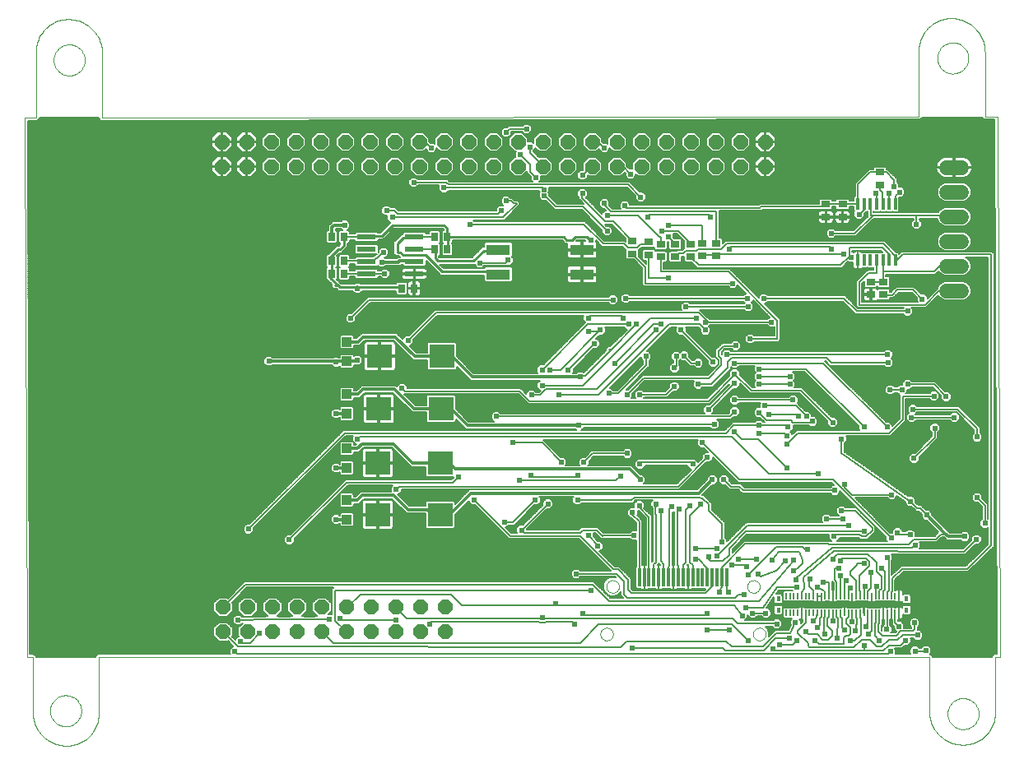
<source format=gbl>
G75*
G70*
%OFA0B0*%
%FSLAX24Y24*%
%IPPOS*%
%LPD*%
%AMOC8*
5,1,8,0,0,1.08239X$1,22.5*
%
%ADD10C,0.0000*%
%ADD11OC8,0.0600*%
%ADD12R,0.0780X0.0210*%
%ADD13R,0.0276X0.0354*%
%ADD14R,0.0961X0.0445*%
%ADD15R,0.0394X0.0394*%
%ADD16R,0.1024X0.0945*%
%ADD17R,0.0091X0.0256*%
%ADD18R,0.0177X0.0209*%
%ADD19R,0.0118X0.0748*%
%ADD20R,0.0354X0.0276*%
%ADD21R,0.0118X0.0472*%
%ADD22C,0.0600*%
%ADD23C,0.0060*%
%ADD24C,0.0240*%
%ADD25C,0.0100*%
%ADD26C,0.0118*%
%ADD27C,0.0240*%
%ADD28C,0.0079*%
D10*
X001853Y001821D02*
X001923Y001823D01*
X001993Y001829D01*
X002063Y001838D01*
X002132Y001851D01*
X002201Y001868D01*
X002268Y001889D01*
X002334Y001913D01*
X002398Y001941D01*
X002461Y001972D01*
X002523Y002007D01*
X002582Y002045D01*
X002639Y002086D01*
X002694Y002130D01*
X002746Y002177D01*
X002796Y002227D01*
X002843Y002279D01*
X002887Y002334D01*
X002928Y002391D01*
X002966Y002450D01*
X003001Y002512D01*
X003032Y002575D01*
X003060Y002639D01*
X003084Y002705D01*
X003105Y002772D01*
X003122Y002841D01*
X003135Y002910D01*
X003144Y002980D01*
X003150Y003050D01*
X003152Y003120D01*
X003152Y005403D01*
X036774Y005403D01*
X036774Y003238D01*
X036776Y003166D01*
X036782Y003094D01*
X036791Y003022D01*
X036804Y002951D01*
X036821Y002881D01*
X036841Y002812D01*
X036866Y002744D01*
X036893Y002678D01*
X036924Y002612D01*
X036959Y002549D01*
X036996Y002487D01*
X037037Y002428D01*
X037081Y002371D01*
X037128Y002316D01*
X037178Y002264D01*
X037230Y002214D01*
X037285Y002167D01*
X037342Y002123D01*
X037401Y002082D01*
X037463Y002045D01*
X037526Y002010D01*
X037592Y001979D01*
X037658Y001952D01*
X037726Y001927D01*
X037795Y001907D01*
X037865Y001890D01*
X037936Y001877D01*
X038008Y001868D01*
X038080Y001862D01*
X038152Y001860D01*
X037522Y003120D02*
X037524Y003170D01*
X037530Y003220D01*
X037540Y003269D01*
X037554Y003317D01*
X037571Y003364D01*
X037592Y003409D01*
X037617Y003453D01*
X037645Y003494D01*
X037677Y003533D01*
X037711Y003570D01*
X037748Y003604D01*
X037788Y003634D01*
X037830Y003661D01*
X037874Y003685D01*
X037920Y003706D01*
X037967Y003722D01*
X038015Y003735D01*
X038065Y003744D01*
X038114Y003749D01*
X038165Y003750D01*
X038215Y003747D01*
X038264Y003740D01*
X038313Y003729D01*
X038361Y003714D01*
X038407Y003696D01*
X038452Y003674D01*
X038495Y003648D01*
X038536Y003619D01*
X038575Y003587D01*
X038611Y003552D01*
X038643Y003514D01*
X038673Y003474D01*
X038700Y003431D01*
X038723Y003387D01*
X038742Y003341D01*
X038758Y003293D01*
X038770Y003244D01*
X038778Y003195D01*
X038782Y003145D01*
X038782Y003095D01*
X038778Y003045D01*
X038770Y002996D01*
X038758Y002947D01*
X038742Y002899D01*
X038723Y002853D01*
X038700Y002809D01*
X038673Y002766D01*
X038643Y002726D01*
X038611Y002688D01*
X038575Y002653D01*
X038536Y002621D01*
X038495Y002592D01*
X038452Y002566D01*
X038407Y002544D01*
X038361Y002526D01*
X038313Y002511D01*
X038264Y002500D01*
X038215Y002493D01*
X038165Y002490D01*
X038114Y002491D01*
X038065Y002496D01*
X038015Y002505D01*
X037967Y002518D01*
X037920Y002534D01*
X037874Y002555D01*
X037830Y002579D01*
X037788Y002606D01*
X037748Y002636D01*
X037711Y002670D01*
X037677Y002707D01*
X037645Y002746D01*
X037617Y002787D01*
X037592Y002831D01*
X037571Y002876D01*
X037554Y002923D01*
X037540Y002971D01*
X037530Y003020D01*
X037524Y003070D01*
X037522Y003120D01*
X038152Y001860D02*
X038222Y001862D01*
X038292Y001868D01*
X038362Y001877D01*
X038431Y001890D01*
X038500Y001907D01*
X038567Y001928D01*
X038633Y001952D01*
X038697Y001980D01*
X038760Y002011D01*
X038822Y002046D01*
X038881Y002084D01*
X038938Y002125D01*
X038993Y002169D01*
X039045Y002216D01*
X039095Y002266D01*
X039142Y002318D01*
X039186Y002373D01*
X039227Y002430D01*
X039265Y002489D01*
X039300Y002551D01*
X039331Y002614D01*
X039359Y002678D01*
X039383Y002744D01*
X039404Y002811D01*
X039421Y002880D01*
X039434Y002949D01*
X039443Y003019D01*
X039449Y003089D01*
X039451Y003159D01*
X039452Y003159D02*
X039452Y005403D01*
X039649Y005403D01*
X039550Y027332D01*
X039038Y027332D01*
X039038Y029931D01*
X037109Y029694D02*
X037111Y029744D01*
X037117Y029794D01*
X037127Y029843D01*
X037141Y029891D01*
X037158Y029938D01*
X037179Y029983D01*
X037204Y030027D01*
X037232Y030068D01*
X037264Y030107D01*
X037298Y030144D01*
X037335Y030178D01*
X037375Y030208D01*
X037417Y030235D01*
X037461Y030259D01*
X037507Y030280D01*
X037554Y030296D01*
X037602Y030309D01*
X037652Y030318D01*
X037701Y030323D01*
X037752Y030324D01*
X037802Y030321D01*
X037851Y030314D01*
X037900Y030303D01*
X037948Y030288D01*
X037994Y030270D01*
X038039Y030248D01*
X038082Y030222D01*
X038123Y030193D01*
X038162Y030161D01*
X038198Y030126D01*
X038230Y030088D01*
X038260Y030048D01*
X038287Y030005D01*
X038310Y029961D01*
X038329Y029915D01*
X038345Y029867D01*
X038357Y029818D01*
X038365Y029769D01*
X038369Y029719D01*
X038369Y029669D01*
X038365Y029619D01*
X038357Y029570D01*
X038345Y029521D01*
X038329Y029473D01*
X038310Y029427D01*
X038287Y029383D01*
X038260Y029340D01*
X038230Y029300D01*
X038198Y029262D01*
X038162Y029227D01*
X038123Y029195D01*
X038082Y029166D01*
X038039Y029140D01*
X037994Y029118D01*
X037948Y029100D01*
X037900Y029085D01*
X037851Y029074D01*
X037802Y029067D01*
X037752Y029064D01*
X037701Y029065D01*
X037652Y029070D01*
X037602Y029079D01*
X037554Y029092D01*
X037507Y029108D01*
X037461Y029129D01*
X037417Y029153D01*
X037375Y029180D01*
X037335Y029210D01*
X037298Y029244D01*
X037264Y029281D01*
X037232Y029320D01*
X037204Y029361D01*
X037179Y029405D01*
X037158Y029450D01*
X037141Y029497D01*
X037127Y029545D01*
X037117Y029594D01*
X037111Y029644D01*
X037109Y029694D01*
X036361Y030009D02*
X036361Y027332D01*
X003290Y027293D01*
X003290Y029891D01*
X001322Y029616D02*
X001324Y029666D01*
X001330Y029716D01*
X001340Y029765D01*
X001354Y029813D01*
X001371Y029860D01*
X001392Y029905D01*
X001417Y029949D01*
X001445Y029990D01*
X001477Y030029D01*
X001511Y030066D01*
X001548Y030100D01*
X001588Y030130D01*
X001630Y030157D01*
X001674Y030181D01*
X001720Y030202D01*
X001767Y030218D01*
X001815Y030231D01*
X001865Y030240D01*
X001914Y030245D01*
X001965Y030246D01*
X002015Y030243D01*
X002064Y030236D01*
X002113Y030225D01*
X002161Y030210D01*
X002207Y030192D01*
X002252Y030170D01*
X002295Y030144D01*
X002336Y030115D01*
X002375Y030083D01*
X002411Y030048D01*
X002443Y030010D01*
X002473Y029970D01*
X002500Y029927D01*
X002523Y029883D01*
X002542Y029837D01*
X002558Y029789D01*
X002570Y029740D01*
X002578Y029691D01*
X002582Y029641D01*
X002582Y029591D01*
X002578Y029541D01*
X002570Y029492D01*
X002558Y029443D01*
X002542Y029395D01*
X002523Y029349D01*
X002500Y029305D01*
X002473Y029262D01*
X002443Y029222D01*
X002411Y029184D01*
X002375Y029149D01*
X002336Y029117D01*
X002295Y029088D01*
X002252Y029062D01*
X002207Y029040D01*
X002161Y029022D01*
X002113Y029007D01*
X002064Y028996D01*
X002015Y028989D01*
X001965Y028986D01*
X001914Y028987D01*
X001865Y028992D01*
X001815Y029001D01*
X001767Y029014D01*
X001720Y029030D01*
X001674Y029051D01*
X001630Y029075D01*
X001588Y029102D01*
X001548Y029132D01*
X001511Y029166D01*
X001477Y029203D01*
X001445Y029242D01*
X001417Y029283D01*
X001392Y029327D01*
X001371Y029372D01*
X001354Y029419D01*
X001340Y029467D01*
X001330Y029516D01*
X001324Y029566D01*
X001322Y029616D01*
X001912Y031269D02*
X001984Y031267D01*
X002056Y031261D01*
X002128Y031252D01*
X002199Y031239D01*
X002269Y031222D01*
X002338Y031202D01*
X002406Y031177D01*
X002472Y031150D01*
X002538Y031119D01*
X002601Y031084D01*
X002663Y031047D01*
X002722Y031006D01*
X002779Y030962D01*
X002834Y030915D01*
X002886Y030865D01*
X002936Y030813D01*
X002983Y030758D01*
X003027Y030701D01*
X003068Y030642D01*
X003105Y030580D01*
X003140Y030517D01*
X003171Y030451D01*
X003198Y030385D01*
X003223Y030317D01*
X003243Y030248D01*
X003260Y030178D01*
X003273Y030107D01*
X003282Y030035D01*
X003288Y029963D01*
X003290Y029891D01*
X001912Y031269D02*
X001842Y031267D01*
X001772Y031261D01*
X001702Y031252D01*
X001633Y031239D01*
X001564Y031222D01*
X001497Y031201D01*
X001431Y031177D01*
X001367Y031149D01*
X001304Y031118D01*
X001242Y031083D01*
X001183Y031045D01*
X001126Y031004D01*
X001071Y030960D01*
X001019Y030913D01*
X000969Y030863D01*
X000922Y030811D01*
X000878Y030756D01*
X000837Y030699D01*
X000799Y030640D01*
X000764Y030578D01*
X000733Y030515D01*
X000705Y030451D01*
X000681Y030385D01*
X000660Y030318D01*
X000643Y030249D01*
X000630Y030180D01*
X000621Y030110D01*
X000615Y030040D01*
X000613Y029970D01*
X000613Y027293D01*
X000141Y027293D01*
X000239Y005403D01*
X000475Y005403D01*
X000475Y003198D01*
X001184Y003238D02*
X001186Y003288D01*
X001192Y003338D01*
X001202Y003387D01*
X001216Y003435D01*
X001233Y003482D01*
X001254Y003527D01*
X001279Y003571D01*
X001307Y003612D01*
X001339Y003651D01*
X001373Y003688D01*
X001410Y003722D01*
X001450Y003752D01*
X001492Y003779D01*
X001536Y003803D01*
X001582Y003824D01*
X001629Y003840D01*
X001677Y003853D01*
X001727Y003862D01*
X001776Y003867D01*
X001827Y003868D01*
X001877Y003865D01*
X001926Y003858D01*
X001975Y003847D01*
X002023Y003832D01*
X002069Y003814D01*
X002114Y003792D01*
X002157Y003766D01*
X002198Y003737D01*
X002237Y003705D01*
X002273Y003670D01*
X002305Y003632D01*
X002335Y003592D01*
X002362Y003549D01*
X002385Y003505D01*
X002404Y003459D01*
X002420Y003411D01*
X002432Y003362D01*
X002440Y003313D01*
X002444Y003263D01*
X002444Y003213D01*
X002440Y003163D01*
X002432Y003114D01*
X002420Y003065D01*
X002404Y003017D01*
X002385Y002971D01*
X002362Y002927D01*
X002335Y002884D01*
X002305Y002844D01*
X002273Y002806D01*
X002237Y002771D01*
X002198Y002739D01*
X002157Y002710D01*
X002114Y002684D01*
X002069Y002662D01*
X002023Y002644D01*
X001975Y002629D01*
X001926Y002618D01*
X001877Y002611D01*
X001827Y002608D01*
X001776Y002609D01*
X001727Y002614D01*
X001677Y002623D01*
X001629Y002636D01*
X001582Y002652D01*
X001536Y002673D01*
X001492Y002697D01*
X001450Y002724D01*
X001410Y002754D01*
X001373Y002788D01*
X001339Y002825D01*
X001307Y002864D01*
X001279Y002905D01*
X001254Y002949D01*
X001233Y002994D01*
X001216Y003041D01*
X001202Y003089D01*
X001192Y003138D01*
X001186Y003188D01*
X001184Y003238D01*
X000475Y003198D02*
X000477Y003126D01*
X000483Y003054D01*
X000492Y002982D01*
X000505Y002911D01*
X000522Y002841D01*
X000542Y002772D01*
X000567Y002704D01*
X000594Y002638D01*
X000625Y002572D01*
X000660Y002509D01*
X000697Y002447D01*
X000738Y002388D01*
X000782Y002331D01*
X000829Y002276D01*
X000879Y002224D01*
X000931Y002174D01*
X000986Y002127D01*
X001043Y002083D01*
X001102Y002042D01*
X001164Y002005D01*
X001227Y001970D01*
X001293Y001939D01*
X001359Y001912D01*
X001427Y001887D01*
X001496Y001867D01*
X001566Y001850D01*
X001637Y001837D01*
X001709Y001828D01*
X001781Y001822D01*
X001853Y001820D01*
X023467Y006348D02*
X023469Y006379D01*
X023475Y006410D01*
X023484Y006440D01*
X023497Y006469D01*
X023514Y006496D01*
X023534Y006520D01*
X023556Y006542D01*
X023582Y006561D01*
X023609Y006577D01*
X023638Y006589D01*
X023668Y006598D01*
X023699Y006603D01*
X023731Y006604D01*
X023762Y006601D01*
X023793Y006594D01*
X023823Y006584D01*
X023851Y006570D01*
X023877Y006552D01*
X023901Y006532D01*
X023922Y006508D01*
X023941Y006483D01*
X023956Y006455D01*
X023967Y006426D01*
X023975Y006395D01*
X023979Y006364D01*
X023979Y006332D01*
X023975Y006301D01*
X023967Y006270D01*
X023956Y006241D01*
X023941Y006213D01*
X023922Y006188D01*
X023901Y006164D01*
X023877Y006144D01*
X023851Y006126D01*
X023823Y006112D01*
X023793Y006102D01*
X023762Y006095D01*
X023731Y006092D01*
X023699Y006093D01*
X023668Y006098D01*
X023638Y006107D01*
X023609Y006119D01*
X023582Y006135D01*
X023556Y006154D01*
X023534Y006176D01*
X023514Y006200D01*
X023497Y006227D01*
X023484Y006256D01*
X023475Y006286D01*
X023469Y006317D01*
X023467Y006348D01*
X023704Y008277D02*
X023706Y008308D01*
X023712Y008339D01*
X023721Y008369D01*
X023734Y008398D01*
X023751Y008425D01*
X023771Y008449D01*
X023793Y008471D01*
X023819Y008490D01*
X023846Y008506D01*
X023875Y008518D01*
X023905Y008527D01*
X023936Y008532D01*
X023968Y008533D01*
X023999Y008530D01*
X024030Y008523D01*
X024060Y008513D01*
X024088Y008499D01*
X024114Y008481D01*
X024138Y008461D01*
X024159Y008437D01*
X024178Y008412D01*
X024193Y008384D01*
X024204Y008355D01*
X024212Y008324D01*
X024216Y008293D01*
X024216Y008261D01*
X024212Y008230D01*
X024204Y008199D01*
X024193Y008170D01*
X024178Y008142D01*
X024159Y008117D01*
X024138Y008093D01*
X024114Y008073D01*
X024088Y008055D01*
X024060Y008041D01*
X024030Y008031D01*
X023999Y008024D01*
X023968Y008021D01*
X023936Y008022D01*
X023905Y008027D01*
X023875Y008036D01*
X023846Y008048D01*
X023819Y008064D01*
X023793Y008083D01*
X023771Y008105D01*
X023751Y008129D01*
X023734Y008156D01*
X023721Y008185D01*
X023712Y008215D01*
X023706Y008246D01*
X023704Y008277D01*
X029412Y008277D02*
X029414Y008308D01*
X029420Y008339D01*
X029429Y008369D01*
X029442Y008398D01*
X029459Y008425D01*
X029479Y008449D01*
X029501Y008471D01*
X029527Y008490D01*
X029554Y008506D01*
X029583Y008518D01*
X029613Y008527D01*
X029644Y008532D01*
X029676Y008533D01*
X029707Y008530D01*
X029738Y008523D01*
X029768Y008513D01*
X029796Y008499D01*
X029822Y008481D01*
X029846Y008461D01*
X029867Y008437D01*
X029886Y008412D01*
X029901Y008384D01*
X029912Y008355D01*
X029920Y008324D01*
X029924Y008293D01*
X029924Y008261D01*
X029920Y008230D01*
X029912Y008199D01*
X029901Y008170D01*
X029886Y008142D01*
X029867Y008117D01*
X029846Y008093D01*
X029822Y008073D01*
X029796Y008055D01*
X029768Y008041D01*
X029738Y008031D01*
X029707Y008024D01*
X029676Y008021D01*
X029644Y008022D01*
X029613Y008027D01*
X029583Y008036D01*
X029554Y008048D01*
X029527Y008064D01*
X029501Y008083D01*
X029479Y008105D01*
X029459Y008129D01*
X029442Y008156D01*
X029429Y008185D01*
X029420Y008215D01*
X029414Y008246D01*
X029412Y008277D01*
X029648Y006348D02*
X029650Y006379D01*
X029656Y006410D01*
X029665Y006440D01*
X029678Y006469D01*
X029695Y006496D01*
X029715Y006520D01*
X029737Y006542D01*
X029763Y006561D01*
X029790Y006577D01*
X029819Y006589D01*
X029849Y006598D01*
X029880Y006603D01*
X029912Y006604D01*
X029943Y006601D01*
X029974Y006594D01*
X030004Y006584D01*
X030032Y006570D01*
X030058Y006552D01*
X030082Y006532D01*
X030103Y006508D01*
X030122Y006483D01*
X030137Y006455D01*
X030148Y006426D01*
X030156Y006395D01*
X030160Y006364D01*
X030160Y006332D01*
X030156Y006301D01*
X030148Y006270D01*
X030137Y006241D01*
X030122Y006213D01*
X030103Y006188D01*
X030082Y006164D01*
X030058Y006144D01*
X030032Y006126D01*
X030004Y006112D01*
X029974Y006102D01*
X029943Y006095D01*
X029912Y006092D01*
X029880Y006093D01*
X029849Y006098D01*
X029819Y006107D01*
X029790Y006119D01*
X029763Y006135D01*
X029737Y006154D01*
X029715Y006176D01*
X029695Y006200D01*
X029678Y006227D01*
X029665Y006256D01*
X029656Y006286D01*
X029650Y006317D01*
X029648Y006348D01*
X039038Y029931D02*
X039036Y030003D01*
X039030Y030075D01*
X039021Y030147D01*
X039008Y030218D01*
X038991Y030288D01*
X038971Y030357D01*
X038946Y030425D01*
X038919Y030491D01*
X038888Y030557D01*
X038853Y030620D01*
X038816Y030682D01*
X038775Y030741D01*
X038731Y030798D01*
X038684Y030853D01*
X038634Y030905D01*
X038582Y030955D01*
X038527Y031002D01*
X038470Y031046D01*
X038411Y031087D01*
X038349Y031124D01*
X038286Y031159D01*
X038220Y031190D01*
X038154Y031217D01*
X038086Y031242D01*
X038017Y031262D01*
X037947Y031279D01*
X037876Y031292D01*
X037804Y031301D01*
X037732Y031307D01*
X037660Y031309D01*
X037660Y031308D02*
X037590Y031306D01*
X037520Y031300D01*
X037450Y031291D01*
X037381Y031278D01*
X037312Y031261D01*
X037245Y031240D01*
X037179Y031216D01*
X037115Y031188D01*
X037052Y031157D01*
X036990Y031122D01*
X036931Y031084D01*
X036874Y031043D01*
X036819Y030999D01*
X036767Y030952D01*
X036717Y030902D01*
X036670Y030850D01*
X036626Y030795D01*
X036585Y030738D01*
X036547Y030679D01*
X036512Y030617D01*
X036481Y030554D01*
X036453Y030490D01*
X036429Y030424D01*
X036408Y030357D01*
X036391Y030288D01*
X036378Y030219D01*
X036369Y030149D01*
X036363Y030079D01*
X036361Y030009D01*
D11*
X030137Y026297D03*
X030137Y025297D03*
X029137Y025297D03*
X028137Y025297D03*
X028137Y026297D03*
X029137Y026297D03*
X027137Y026297D03*
X026137Y026297D03*
X026137Y025297D03*
X027137Y025297D03*
X025137Y025297D03*
X024137Y025297D03*
X024137Y026297D03*
X025137Y026297D03*
X023137Y026297D03*
X022137Y026297D03*
X022137Y025297D03*
X023137Y025297D03*
X021137Y025297D03*
X020137Y025297D03*
X020137Y026297D03*
X021137Y026297D03*
X019137Y026297D03*
X018137Y026297D03*
X018137Y025297D03*
X019137Y025297D03*
X017137Y025297D03*
X016137Y025297D03*
X016137Y026297D03*
X017137Y026297D03*
X015137Y026297D03*
X014137Y026297D03*
X014137Y025297D03*
X015137Y025297D03*
X013137Y025297D03*
X012137Y025297D03*
X012137Y026297D03*
X013137Y026297D03*
X011137Y026297D03*
X010137Y026297D03*
X010137Y025297D03*
X011137Y025297D03*
X009137Y025297D03*
X008137Y025297D03*
X008137Y026297D03*
X009137Y026297D03*
X009180Y007439D03*
X008180Y007439D03*
X008180Y006439D03*
X009180Y006439D03*
X010180Y006439D03*
X011180Y006439D03*
X011180Y007439D03*
X010180Y007439D03*
X012180Y007439D03*
X013180Y007439D03*
X014180Y007439D03*
X015180Y007439D03*
X016180Y007439D03*
X017180Y007439D03*
X017180Y006439D03*
X016180Y006439D03*
X015180Y006439D03*
X014180Y006439D03*
X013180Y006439D03*
X012180Y006439D03*
D12*
X013993Y020952D03*
X013993Y021452D03*
X013993Y021952D03*
X013993Y022452D03*
X015933Y022452D03*
X015933Y021952D03*
X015933Y021452D03*
X015933Y020952D03*
D13*
X015928Y020364D03*
X015416Y020364D03*
X016755Y021939D03*
X016755Y022450D03*
X017267Y022450D03*
X017267Y021939D03*
X013093Y021466D03*
X012582Y021466D03*
X012582Y020954D03*
X013093Y020954D03*
X013093Y022450D03*
X012582Y022450D03*
D14*
X019334Y021927D03*
X019334Y020927D03*
X022719Y020927D03*
X022719Y021927D03*
D15*
X013192Y018198D03*
X013192Y017411D03*
X013192Y016072D03*
X013192Y015285D03*
X013192Y013868D03*
X013192Y013080D03*
X013192Y011781D03*
X013192Y010994D03*
D16*
X014452Y011191D03*
X016971Y011191D03*
X016971Y013277D03*
X014452Y013277D03*
X014491Y015482D03*
X017011Y015482D03*
X017050Y017608D03*
X014530Y017608D03*
D17*
X030987Y007893D03*
X031145Y007893D03*
X031302Y007893D03*
X031460Y007893D03*
X031617Y007893D03*
X031774Y007893D03*
X031932Y007893D03*
X032089Y007893D03*
X032247Y007893D03*
X032404Y007893D03*
X032562Y007893D03*
X032719Y007893D03*
X032877Y007893D03*
X033034Y007893D03*
X033192Y007893D03*
X033349Y007893D03*
X033507Y007893D03*
X033664Y007893D03*
X033822Y007893D03*
X033979Y007893D03*
X034137Y007893D03*
X034294Y007893D03*
X034452Y007893D03*
X034609Y007893D03*
X034767Y007893D03*
X034924Y007893D03*
X035082Y007893D03*
X035239Y007893D03*
X035397Y007893D03*
X035554Y007893D03*
X035554Y007204D03*
X035397Y007204D03*
X035239Y007204D03*
X035082Y007204D03*
X034924Y007204D03*
X034767Y007204D03*
X034609Y007204D03*
X034452Y007204D03*
X034294Y007204D03*
X034137Y007204D03*
X033979Y007204D03*
X033822Y007204D03*
X033664Y007204D03*
X033507Y007204D03*
X033349Y007204D03*
X033192Y007204D03*
X033034Y007204D03*
X032877Y007204D03*
X032719Y007204D03*
X032562Y007204D03*
X032404Y007204D03*
X032247Y007204D03*
X032089Y007204D03*
X031932Y007204D03*
X031774Y007204D03*
X031617Y007204D03*
X031460Y007204D03*
X031302Y007204D03*
X031145Y007204D03*
X030987Y007204D03*
D18*
X030672Y007326D03*
X030672Y007771D03*
X035869Y007771D03*
X035869Y007326D03*
D19*
X028586Y008651D03*
X028389Y008651D03*
X028192Y008651D03*
X027995Y008651D03*
X027798Y008651D03*
X027601Y008651D03*
X027404Y008651D03*
X027208Y008651D03*
X027011Y008651D03*
X026814Y008651D03*
X026617Y008651D03*
X026420Y008651D03*
X026223Y008651D03*
X026026Y008651D03*
X025830Y008651D03*
X025633Y008651D03*
X025436Y008651D03*
X025239Y008651D03*
X025042Y008651D03*
D20*
X034412Y020108D03*
X034412Y020620D03*
X034924Y020620D03*
X034924Y020108D03*
X033271Y023257D03*
X033271Y023769D03*
X032601Y023769D03*
X032601Y023257D03*
X034786Y024557D03*
X034786Y025069D03*
X028152Y022194D03*
X028152Y021683D03*
X027601Y021683D03*
X027601Y022194D03*
X027129Y022155D03*
X026499Y022155D03*
X026499Y021643D03*
X027129Y021643D03*
X025908Y021643D03*
X025436Y021722D03*
X025436Y022234D03*
X025908Y022155D03*
X024767Y022273D03*
X024767Y021761D03*
D21*
X033881Y021506D03*
X034137Y021506D03*
X034393Y021506D03*
X034649Y021506D03*
X034904Y021506D03*
X035160Y021506D03*
X035416Y021506D03*
X035416Y023789D03*
X035160Y023789D03*
X034904Y023789D03*
X034649Y023789D03*
X034393Y023789D03*
X034137Y023789D03*
X033881Y023789D03*
D22*
X037498Y024265D02*
X038098Y024265D01*
X038098Y023265D02*
X037498Y023265D01*
X037498Y022265D02*
X038098Y022265D01*
X038098Y021265D02*
X037498Y021265D01*
X037498Y020265D02*
X038098Y020265D01*
X038098Y025265D02*
X037498Y025265D01*
D23*
X037768Y025256D02*
X035041Y025256D01*
X035053Y025244D02*
X035001Y025296D01*
X034572Y025296D01*
X034519Y025244D01*
X034519Y025188D01*
X034343Y025188D01*
X034273Y025118D01*
X033851Y024696D01*
X033780Y024626D01*
X033780Y024111D01*
X033732Y024062D01*
X033732Y023909D01*
X033538Y023909D01*
X033538Y023944D01*
X033485Y023997D01*
X033056Y023997D01*
X033003Y023944D01*
X033003Y023909D01*
X032868Y023909D01*
X032868Y023944D01*
X032816Y023997D01*
X032387Y023997D01*
X032334Y023944D01*
X032334Y023791D01*
X030013Y023791D01*
X029914Y023791D01*
X029874Y023751D01*
X024662Y023751D01*
X024662Y023797D01*
X024539Y023920D01*
X024365Y023920D01*
X024242Y023797D01*
X024242Y023623D01*
X024271Y023594D01*
X023950Y023594D01*
X023829Y023715D01*
X023835Y023722D01*
X023835Y023896D01*
X023712Y024019D01*
X023538Y024019D01*
X023415Y023896D01*
X023415Y023722D01*
X023538Y023599D01*
X023606Y023599D01*
X023678Y023526D01*
X023656Y023526D01*
X023533Y023404D01*
X023533Y023381D01*
X022874Y024040D01*
X022949Y024115D01*
X022949Y024289D01*
X022826Y024412D01*
X022652Y024412D01*
X022529Y024289D01*
X022529Y024115D01*
X022599Y024045D01*
X022599Y023975D01*
X022670Y023905D01*
X022784Y023791D01*
X022709Y023791D01*
X021706Y023791D01*
X021394Y024103D01*
X021394Y024211D01*
X021363Y024242D01*
X021394Y024273D01*
X021394Y024447D01*
X021384Y024456D01*
X024540Y024456D01*
X024891Y024105D01*
X024891Y023978D01*
X025014Y023855D01*
X025188Y023855D01*
X025311Y023978D01*
X025311Y024152D01*
X025188Y024275D01*
X025061Y024275D01*
X024639Y024696D01*
X024540Y024696D01*
X020991Y024696D01*
X021059Y024765D01*
X021059Y024907D01*
X021298Y024907D01*
X021527Y025135D01*
X021527Y025458D01*
X021298Y025687D01*
X020975Y025687D01*
X020973Y025685D01*
X020753Y025906D01*
X020753Y025935D01*
X020823Y026005D01*
X020823Y026059D01*
X020975Y025907D01*
X021298Y025907D01*
X021527Y026135D01*
X021527Y026458D01*
X021298Y026687D01*
X020975Y026687D01*
X020747Y026458D01*
X020747Y026255D01*
X020700Y026302D01*
X020527Y026302D01*
X020527Y026458D01*
X020298Y026687D01*
X019975Y026687D01*
X019747Y026458D01*
X019747Y026135D01*
X019975Y025907D01*
X020052Y025907D01*
X020009Y025864D01*
X020009Y025690D01*
X020013Y025687D01*
X019975Y025687D01*
X019747Y025458D01*
X019747Y025135D01*
X019975Y024907D01*
X020298Y024907D01*
X020493Y025102D01*
X020493Y025038D01*
X020639Y024892D01*
X020639Y024765D01*
X020708Y024696D01*
X017356Y024696D01*
X017277Y024775D01*
X017178Y024775D01*
X016085Y024775D01*
X015995Y024865D01*
X015821Y024865D01*
X015698Y024742D01*
X015698Y024568D01*
X015821Y024445D01*
X015995Y024445D01*
X016085Y024535D01*
X016928Y024535D01*
X016919Y024526D01*
X016919Y024352D01*
X017042Y024229D01*
X017216Y024229D01*
X017306Y024319D01*
X020974Y024319D01*
X020974Y024273D01*
X021005Y024242D01*
X020974Y024211D01*
X020974Y024037D01*
X021097Y023914D01*
X021244Y023914D01*
X021607Y023551D01*
X021706Y023551D01*
X022709Y023551D01*
X023533Y022727D01*
X023533Y022600D01*
X023656Y022477D01*
X023830Y022477D01*
X023953Y022600D01*
X023953Y022774D01*
X023830Y022897D01*
X023703Y022897D01*
X023639Y022960D01*
X023714Y022960D01*
X023929Y022960D01*
X024499Y022390D01*
X024499Y022257D01*
X024462Y022295D01*
X023635Y022295D01*
X022918Y023012D01*
X022848Y023082D01*
X018369Y023082D01*
X018333Y023118D01*
X019580Y023118D01*
X019650Y023188D01*
X020131Y023669D01*
X020131Y023669D01*
X020202Y023739D01*
X020202Y023839D01*
X020112Y023929D01*
X020012Y023929D01*
X019993Y023929D01*
X019895Y024027D01*
X019825Y024027D01*
X019735Y024117D01*
X019561Y024117D01*
X019438Y023994D01*
X019438Y023820D01*
X019535Y023723D01*
X019365Y023723D01*
X019242Y023600D01*
X019242Y023515D01*
X015289Y023515D01*
X015241Y023563D01*
X015171Y023633D01*
X014983Y023633D01*
X014893Y023723D01*
X014719Y023723D01*
X014596Y023600D01*
X014596Y023426D01*
X014719Y023303D01*
X014832Y023303D01*
X014832Y023151D01*
X014952Y023031D01*
X014551Y022630D01*
X014438Y022630D01*
X014421Y022647D01*
X013566Y022647D01*
X013513Y022595D01*
X013513Y022572D01*
X013321Y022572D01*
X013321Y022665D01*
X013268Y022718D01*
X013205Y022718D01*
X013323Y022836D01*
X013323Y023010D01*
X013200Y023133D01*
X013026Y023133D01*
X012965Y023072D01*
X012742Y023072D01*
X012618Y023072D01*
X012539Y022993D01*
X012452Y022906D01*
X012452Y022718D01*
X012406Y022718D01*
X012354Y022665D01*
X012354Y022236D01*
X012406Y022183D01*
X012757Y022183D01*
X012809Y022236D01*
X012809Y022665D01*
X012757Y022718D01*
X012750Y022718D01*
X012750Y022774D01*
X012965Y022774D01*
X013021Y022718D01*
X012918Y022718D01*
X012866Y022665D01*
X012866Y022236D01*
X012918Y022183D01*
X012934Y022183D01*
X012934Y022154D01*
X012858Y022079D01*
X012779Y022079D01*
X012464Y021764D01*
X012434Y021733D01*
X012406Y021733D01*
X012354Y021681D01*
X012354Y021252D01*
X012395Y021210D01*
X012354Y021169D01*
X012354Y020740D01*
X012406Y020687D01*
X012434Y020687D01*
X012464Y020657D01*
X012580Y020541D01*
X012579Y020540D01*
X012579Y020424D01*
X012661Y020342D01*
X012740Y020342D01*
X012779Y020342D01*
X012858Y020263D01*
X012974Y020263D01*
X013428Y020263D01*
X013538Y020154D01*
X013712Y020154D01*
X013821Y020263D01*
X015188Y020263D01*
X015188Y020149D01*
X015241Y020097D01*
X015591Y020097D01*
X015644Y020149D01*
X015644Y020578D01*
X015591Y020631D01*
X015241Y020631D01*
X015188Y020578D01*
X015188Y020543D01*
X013743Y020543D01*
X013712Y020574D01*
X013538Y020574D01*
X013507Y020543D01*
X012974Y020543D01*
X012958Y020560D01*
X012876Y020642D01*
X012793Y020724D01*
X012809Y020740D01*
X012809Y021169D01*
X012768Y021210D01*
X012809Y021252D01*
X012809Y021681D01*
X012793Y021696D01*
X012895Y021799D01*
X012974Y021799D01*
X013056Y021881D01*
X013214Y022038D01*
X013214Y022154D01*
X013214Y022183D01*
X013268Y022183D01*
X013321Y022236D01*
X013321Y022332D01*
X013513Y022332D01*
X013513Y022310D01*
X013566Y022257D01*
X014421Y022257D01*
X014473Y022310D01*
X014473Y022350D01*
X014667Y022350D01*
X014749Y022432D01*
X015100Y022783D01*
X017071Y022783D01*
X017107Y022747D01*
X017107Y022718D01*
X017092Y022718D01*
X017039Y022665D01*
X017039Y022236D01*
X017080Y022194D01*
X017039Y022153D01*
X016982Y022153D01*
X016983Y022153D02*
X016941Y022194D01*
X016983Y022236D01*
X016983Y022665D01*
X016930Y022718D01*
X016580Y022718D01*
X016527Y022665D01*
X016527Y022572D01*
X016413Y022572D01*
X016413Y022595D01*
X016361Y022647D01*
X015506Y022647D01*
X015453Y022595D01*
X015453Y022551D01*
X015417Y022551D01*
X015181Y022315D01*
X015099Y022233D01*
X015099Y021878D01*
X015099Y021762D01*
X015181Y021680D01*
X015299Y021680D01*
X015335Y021644D01*
X015364Y021615D01*
X015256Y021615D01*
X015217Y021576D01*
X014757Y021576D01*
X014722Y021610D01*
X014775Y021610D01*
X014898Y021733D01*
X014898Y021907D01*
X014775Y022030D01*
X014601Y022030D01*
X014478Y021907D01*
X014478Y021819D01*
X014473Y021815D01*
X014473Y022095D01*
X015099Y022095D01*
X015099Y022153D02*
X013214Y022153D01*
X013214Y022095D02*
X013513Y022095D01*
X013513Y021810D01*
X013566Y021757D01*
X014416Y021757D01*
X014363Y021704D01*
X014323Y021704D01*
X014266Y021647D01*
X013566Y021647D01*
X013513Y021595D01*
X013513Y021586D01*
X013321Y021586D01*
X013321Y021681D01*
X013268Y021733D01*
X012918Y021733D01*
X012866Y021681D01*
X012866Y021252D01*
X012907Y021210D01*
X012866Y021169D01*
X012866Y020740D01*
X012918Y020687D01*
X013268Y020687D01*
X013321Y020740D01*
X013321Y020834D01*
X013513Y020834D01*
X013513Y020810D01*
X013566Y020757D01*
X014421Y020757D01*
X014473Y020810D01*
X014473Y020834D01*
X014550Y020834D01*
X014640Y020744D01*
X014814Y020744D01*
X014937Y020867D01*
X014937Y021041D01*
X015413Y021041D01*
X015413Y021074D02*
X015413Y020975D01*
X015911Y020975D01*
X015911Y021187D01*
X015526Y021187D01*
X015493Y021178D01*
X015464Y021161D01*
X015439Y021137D01*
X015422Y021108D01*
X015413Y021074D01*
X015420Y021099D02*
X014879Y021099D01*
X014937Y021041D02*
X014814Y021164D01*
X014640Y021164D01*
X014550Y021074D01*
X014473Y021074D01*
X014473Y021095D01*
X014421Y021147D01*
X013566Y021147D01*
X013513Y021095D01*
X013513Y021074D01*
X013321Y021074D01*
X013321Y021169D01*
X013280Y021210D01*
X013321Y021252D01*
X013321Y021346D01*
X013513Y021346D01*
X013513Y021310D01*
X013566Y021257D01*
X014421Y021257D01*
X014451Y021288D01*
X014522Y021217D01*
X014696Y021217D01*
X014757Y021278D01*
X015340Y021278D01*
X015380Y021317D01*
X015453Y021317D01*
X015453Y021310D01*
X015506Y021257D01*
X016361Y021257D01*
X016413Y021310D01*
X016413Y021472D01*
X016910Y020975D01*
X016992Y020893D01*
X018763Y020893D01*
X018763Y020667D01*
X018816Y020614D01*
X019851Y020614D01*
X019904Y020667D01*
X019904Y021186D01*
X019851Y021239D01*
X018816Y021239D01*
X018763Y021186D01*
X018763Y021173D01*
X017108Y021173D01*
X016955Y021326D01*
X018252Y021326D01*
X018368Y021326D01*
X018376Y021334D01*
X018376Y021300D01*
X018499Y021177D01*
X018672Y021177D01*
X018762Y021267D01*
X019659Y021267D01*
X019687Y021296D01*
X019814Y021296D01*
X019937Y021419D01*
X019937Y021592D01*
X019883Y021646D01*
X019904Y021667D01*
X019904Y022186D01*
X019851Y022239D01*
X018816Y022239D01*
X018763Y022186D01*
X018763Y022039D01*
X018685Y022039D01*
X018603Y021957D01*
X018252Y021606D01*
X016951Y021606D01*
X016914Y021642D01*
X016914Y021671D01*
X016930Y021671D01*
X016983Y021724D01*
X016983Y022153D01*
X017039Y022153D02*
X017039Y021724D01*
X017092Y021671D01*
X017442Y021671D01*
X017494Y021724D01*
X017494Y022153D01*
X018763Y022153D01*
X018763Y022095D02*
X017494Y022095D01*
X017494Y022153D02*
X017453Y022194D01*
X017494Y022236D01*
X017494Y022310D01*
X021913Y022310D01*
X021949Y022274D01*
X022031Y022192D01*
X022116Y022192D01*
X022109Y022166D01*
X022109Y021957D01*
X022689Y021957D01*
X022689Y021897D01*
X022109Y021897D01*
X022109Y021687D01*
X022118Y021654D01*
X022135Y021624D01*
X022159Y021600D01*
X022189Y021583D01*
X022222Y021574D01*
X022689Y021574D01*
X022689Y021897D01*
X022749Y021897D01*
X022749Y021574D01*
X023217Y021574D01*
X023250Y021583D01*
X023279Y021600D01*
X023304Y021624D01*
X023321Y021654D01*
X023330Y021687D01*
X023330Y021897D01*
X022749Y021897D01*
X022749Y021957D01*
X022689Y021957D01*
X022689Y022279D01*
X022471Y022279D01*
X022502Y022310D01*
X022858Y022310D01*
X022864Y022305D01*
X022864Y022279D01*
X022749Y022279D01*
X022749Y021957D01*
X023330Y021957D01*
X023330Y022166D01*
X023321Y022199D01*
X023304Y022229D01*
X023284Y022249D01*
X023284Y022307D01*
X023536Y022055D01*
X023635Y022055D01*
X024363Y022055D01*
X024499Y021918D01*
X024499Y021586D01*
X024552Y021534D01*
X024805Y021534D01*
X025158Y021180D01*
X025158Y020610D01*
X025158Y020511D01*
X025229Y020441D01*
X028645Y020441D01*
X028735Y020351D01*
X028909Y020351D01*
X029032Y020474D01*
X029032Y020496D01*
X029367Y020160D01*
X029345Y020160D01*
X029255Y020070D01*
X024668Y020070D01*
X024578Y020160D01*
X024404Y020160D01*
X024281Y020037D01*
X024281Y019863D01*
X024404Y019740D01*
X024578Y019740D01*
X024668Y019830D01*
X029255Y019830D01*
X029312Y019773D01*
X029275Y019736D01*
X027109Y019736D01*
X027019Y019826D01*
X026845Y019826D01*
X026722Y019703D01*
X026722Y019529D01*
X026751Y019499D01*
X016764Y019499D01*
X016694Y019429D01*
X015712Y018448D01*
X015585Y018448D01*
X015462Y018325D01*
X015462Y018304D01*
X015309Y018457D01*
X015222Y018544D01*
X013923Y018544D01*
X013799Y018544D01*
X013602Y018347D01*
X013479Y018347D01*
X013479Y018433D01*
X013426Y018485D01*
X012958Y018485D01*
X012905Y018433D01*
X012905Y017964D01*
X012958Y017912D01*
X013426Y017912D01*
X013479Y017964D01*
X013479Y018049D01*
X013726Y018049D01*
X013813Y018137D01*
X013923Y018246D01*
X015099Y018246D01*
X015886Y017459D01*
X016009Y017459D01*
X016448Y017459D01*
X016448Y017098D01*
X016501Y017045D01*
X017599Y017045D01*
X017652Y017098D01*
X017652Y017189D01*
X018209Y016632D01*
X018332Y016632D01*
X021014Y016632D01*
X020895Y016514D01*
X020895Y016340D01*
X021018Y016217D01*
X021041Y016217D01*
X020977Y016153D01*
X020849Y016153D01*
X020759Y016243D01*
X020585Y016243D01*
X020462Y016120D01*
X020462Y016098D01*
X020249Y016311D01*
X020150Y016311D01*
X015646Y016311D01*
X015646Y016396D01*
X015523Y016519D01*
X015349Y016519D01*
X015226Y016396D01*
X015226Y016375D01*
X015183Y016418D01*
X013923Y016418D01*
X013799Y016418D01*
X013602Y016221D01*
X013479Y016221D01*
X013479Y016307D01*
X013426Y016359D01*
X012958Y016359D01*
X012905Y016307D01*
X012905Y015838D01*
X012958Y015786D01*
X013426Y015786D01*
X013479Y015838D01*
X013479Y015923D01*
X013726Y015923D01*
X013813Y016011D01*
X013923Y016120D01*
X015059Y016120D01*
X015847Y015333D01*
X015970Y015333D01*
X016409Y015333D01*
X016409Y014972D01*
X016462Y014919D01*
X017560Y014919D01*
X017612Y014972D01*
X017612Y015063D01*
X018012Y014664D01*
X018135Y014664D01*
X022453Y014664D01*
X022499Y014618D01*
X013063Y014618D01*
X012993Y014547D01*
X009256Y010810D01*
X009128Y010810D01*
X009005Y010687D01*
X009005Y010513D01*
X009128Y010390D01*
X009302Y010390D01*
X009425Y010513D01*
X009425Y010640D01*
X013163Y014378D01*
X013444Y014378D01*
X013415Y014348D01*
X013415Y014174D01*
X013538Y014051D01*
X013598Y014051D01*
X013563Y014017D01*
X013479Y014017D01*
X013479Y014102D01*
X013426Y014155D01*
X012958Y014155D01*
X012905Y014102D01*
X012905Y013634D01*
X012958Y013581D01*
X013426Y013581D01*
X013479Y013634D01*
X013479Y013719D01*
X013687Y013719D01*
X013774Y013806D01*
X013883Y013916D01*
X015020Y013916D01*
X015807Y013128D01*
X015931Y013128D01*
X016370Y013128D01*
X016370Y012767D01*
X016422Y012715D01*
X017509Y012715D01*
X017509Y012686D01*
X017433Y012610D01*
X013241Y012610D01*
X013142Y012610D01*
X010909Y010377D01*
X010782Y010377D01*
X010659Y010254D01*
X010659Y010080D01*
X010782Y009957D01*
X010956Y009957D01*
X011079Y010080D01*
X011079Y010207D01*
X013241Y012370D01*
X015058Y012370D01*
X014990Y012301D01*
X014990Y012127D01*
X013883Y012127D01*
X013760Y012127D01*
X013563Y011930D01*
X013479Y011930D01*
X013479Y012015D01*
X013426Y012068D01*
X012958Y012068D01*
X012905Y012015D01*
X012905Y011547D01*
X012958Y011494D01*
X013426Y011494D01*
X013479Y011547D01*
X013479Y011632D01*
X013687Y011632D01*
X013774Y011719D01*
X013883Y011829D01*
X015020Y011829D01*
X015610Y011238D01*
X015734Y011238D01*
X016370Y011238D01*
X016370Y010681D01*
X016422Y010628D01*
X017520Y010628D01*
X017573Y010681D01*
X017573Y011188D01*
X018139Y011754D01*
X018139Y011694D01*
X018262Y011571D01*
X018390Y011571D01*
X019756Y010204D01*
X019856Y010204D01*
X022591Y010204D01*
X023879Y008916D01*
X023886Y008909D01*
X022660Y008909D01*
X022570Y008999D01*
X022396Y008999D01*
X022273Y008876D01*
X022273Y008702D01*
X022396Y008579D01*
X022570Y008579D01*
X022660Y008669D01*
X024067Y008669D01*
X024099Y008637D01*
X024036Y008663D01*
X023883Y008663D01*
X023741Y008604D01*
X023632Y008496D01*
X023574Y008354D01*
X023574Y008200D01*
X023632Y008059D01*
X023741Y007950D01*
X023883Y007891D01*
X024036Y007891D01*
X024178Y007950D01*
X024287Y008059D01*
X024292Y008072D01*
X024292Y008012D01*
X024292Y007912D01*
X024398Y007807D01*
X023871Y007807D01*
X023202Y008476D01*
X023103Y008476D01*
X009147Y008476D01*
X009048Y008476D01*
X008371Y007799D01*
X008341Y007829D01*
X008018Y007829D01*
X007790Y007600D01*
X007790Y007277D01*
X008018Y007049D01*
X000362Y007049D01*
X000361Y007108D02*
X007960Y007108D01*
X007901Y007166D02*
X000361Y007166D01*
X000361Y007225D02*
X007842Y007225D01*
X007790Y007283D02*
X000361Y007283D01*
X000360Y007342D02*
X007790Y007342D01*
X007790Y007400D02*
X000360Y007400D01*
X000360Y007459D02*
X007790Y007459D01*
X007790Y007517D02*
X000360Y007517D01*
X000359Y007576D02*
X007790Y007576D01*
X007824Y007634D02*
X000359Y007634D01*
X000359Y007693D02*
X007883Y007693D01*
X007941Y007751D02*
X000358Y007751D01*
X000358Y007810D02*
X008000Y007810D01*
X008360Y007810D02*
X008382Y007810D01*
X008440Y007869D02*
X000358Y007869D01*
X000358Y007927D02*
X008499Y007927D01*
X008557Y007986D02*
X000357Y007986D01*
X000357Y008044D02*
X008616Y008044D01*
X008674Y008103D02*
X000357Y008103D01*
X000357Y008161D02*
X008733Y008161D01*
X008792Y008220D02*
X000356Y008220D01*
X000356Y008278D02*
X008850Y008278D01*
X008909Y008337D02*
X000356Y008337D01*
X000356Y008395D02*
X008967Y008395D01*
X009026Y008454D02*
X000355Y008454D01*
X000355Y008513D02*
X023649Y008513D01*
X023615Y008454D02*
X023224Y008454D01*
X023283Y008395D02*
X023591Y008395D01*
X023574Y008337D02*
X023341Y008337D01*
X023400Y008278D02*
X023574Y008278D01*
X023574Y008220D02*
X023458Y008220D01*
X023517Y008161D02*
X023590Y008161D01*
X023575Y008103D02*
X023614Y008103D01*
X023634Y008044D02*
X023647Y008044D01*
X023692Y007986D02*
X023705Y007986D01*
X023751Y007927D02*
X023796Y007927D01*
X023809Y007869D02*
X024336Y007869D01*
X024292Y007927D02*
X024123Y007927D01*
X024214Y007986D02*
X024292Y007986D01*
X024292Y008044D02*
X024272Y008044D01*
X024412Y007962D02*
X024550Y007824D01*
X028920Y007824D01*
X029038Y007943D01*
X029274Y007943D01*
X029885Y007687D02*
X031302Y009320D01*
X031302Y009360D01*
X031637Y009340D02*
X031519Y009675D01*
X031420Y009694D01*
X030672Y009694D01*
X030416Y009360D01*
X030574Y008907D02*
X030967Y009301D01*
X031302Y008907D02*
X031440Y009025D01*
X031637Y009222D01*
X031637Y009340D01*
X031814Y009714D02*
X031853Y009773D01*
X031814Y009714D02*
X031656Y009872D01*
X030574Y009872D01*
X029452Y008750D01*
X029393Y009084D02*
X029334Y009143D01*
X028782Y009143D01*
X029038Y009399D02*
X029786Y009399D01*
X029845Y008789D02*
X029944Y008691D01*
X030574Y008907D01*
X030633Y008238D02*
X031361Y008238D01*
X031440Y008317D01*
X031420Y008238D01*
X031250Y008111D02*
X031227Y008111D01*
X031070Y008111D01*
X030905Y008111D01*
X030852Y008059D01*
X030852Y007728D01*
X030905Y007675D01*
X031070Y007675D01*
X031227Y007675D01*
X031385Y007675D01*
X031542Y007675D01*
X031700Y007675D01*
X031857Y007675D01*
X032014Y007675D01*
X032108Y007675D01*
X032122Y007661D01*
X032151Y007644D01*
X032184Y007635D01*
X032247Y007635D01*
X032309Y007635D01*
X032326Y007640D01*
X032342Y007635D01*
X032404Y007635D01*
X032404Y007699D01*
X032405Y007700D01*
X032405Y007635D01*
X032467Y007635D01*
X032500Y007644D01*
X032529Y007661D01*
X032544Y007675D01*
X032644Y007675D01*
X032738Y007675D01*
X032752Y007661D01*
X032781Y007644D01*
X032814Y007635D01*
X032877Y007635D01*
X032939Y007635D01*
X032972Y007644D01*
X033002Y007661D01*
X033016Y007675D01*
X033117Y007675D01*
X033274Y007675D01*
X033424Y007675D01*
X033525Y007675D01*
X033539Y007661D01*
X033569Y007644D01*
X033602Y007635D01*
X033664Y007635D01*
X033664Y007893D01*
X033664Y007893D01*
X033664Y007635D01*
X033727Y007635D01*
X033760Y007644D01*
X033789Y007661D01*
X033803Y007675D01*
X033897Y007675D01*
X034054Y007675D01*
X034212Y007675D01*
X034313Y007675D01*
X034327Y007661D01*
X034356Y007644D01*
X034389Y007635D01*
X034451Y007635D01*
X034451Y007893D01*
X034452Y007893D01*
X034452Y007635D01*
X034514Y007635D01*
X034547Y007644D01*
X034577Y007661D01*
X034591Y007675D01*
X034684Y007675D01*
X034842Y007675D01*
X034999Y007675D01*
X035156Y007675D01*
X035314Y007675D01*
X035415Y007675D01*
X035429Y007661D01*
X035459Y007644D01*
X035492Y007635D01*
X035554Y007635D01*
X035616Y007635D01*
X035649Y007644D01*
X035679Y007661D01*
X035690Y007673D01*
X035690Y007630D01*
X035743Y007577D01*
X035995Y007577D01*
X036048Y007630D01*
X036048Y007913D01*
X035995Y007966D01*
X035743Y007966D01*
X035729Y007952D01*
X035729Y008038D01*
X035720Y008071D01*
X035703Y008101D01*
X035679Y008125D01*
X035649Y008142D01*
X035616Y008151D01*
X035554Y008151D01*
X035554Y007894D01*
X035554Y007894D01*
X035554Y008151D01*
X035492Y008151D01*
X035459Y008142D01*
X035429Y008125D01*
X035415Y008111D01*
X035398Y008111D01*
X035398Y008560D01*
X035738Y008866D01*
X038260Y008866D01*
X038360Y008866D01*
X038635Y009141D01*
X038648Y009141D01*
X039335Y009828D01*
X039405Y009898D01*
X039405Y021692D01*
X039405Y021791D01*
X039335Y021862D01*
X035761Y021862D01*
X035662Y021862D01*
X035565Y021765D01*
X035565Y021779D01*
X035513Y021832D01*
X035437Y021832D01*
X034974Y022295D01*
X034874Y022295D01*
X028536Y022295D01*
X028466Y022224D01*
X028420Y022179D01*
X028420Y022370D01*
X028367Y022422D01*
X028272Y022422D01*
X028272Y023511D01*
X029974Y023511D01*
X030013Y023551D01*
X032377Y023551D01*
X032387Y023541D01*
X032816Y023541D01*
X032868Y023594D01*
X032868Y023669D01*
X033003Y023669D01*
X033003Y023594D01*
X033056Y023541D01*
X033485Y023541D01*
X033538Y023594D01*
X033538Y023669D01*
X033732Y023669D01*
X033732Y023516D01*
X033767Y023480D01*
X033730Y023443D01*
X033730Y023269D01*
X033853Y023146D01*
X034027Y023146D01*
X034150Y023269D01*
X034150Y023396D01*
X034186Y023433D01*
X034216Y023463D01*
X034233Y023463D01*
X034265Y023494D01*
X034292Y023467D01*
X034292Y023366D01*
X034292Y023287D01*
X033713Y022708D01*
X032995Y022708D01*
X032905Y022798D01*
X032731Y022798D01*
X032608Y022675D01*
X032608Y022501D01*
X032731Y022378D01*
X032905Y022378D01*
X032995Y022468D01*
X033713Y022468D01*
X033812Y022468D01*
X034521Y023177D01*
X034541Y023197D01*
X036143Y023197D01*
X036143Y023139D01*
X036053Y023049D01*
X036053Y022875D01*
X036176Y022752D01*
X036350Y022752D01*
X036473Y022875D01*
X036473Y023049D01*
X036383Y023139D01*
X036383Y023197D01*
X037108Y023197D01*
X037108Y023188D01*
X037167Y023044D01*
X037277Y022935D01*
X037421Y022875D01*
X038176Y022875D01*
X038319Y022935D01*
X038429Y023044D01*
X038488Y023188D01*
X038488Y023343D01*
X038429Y023486D01*
X038319Y023596D01*
X038176Y023655D01*
X037421Y023655D01*
X037277Y023596D01*
X037167Y023486D01*
X037147Y023436D01*
X036312Y023436D01*
X036213Y023436D01*
X034532Y023436D01*
X034532Y023483D01*
X034552Y023463D01*
X034745Y023463D01*
X034776Y023494D01*
X034808Y023463D01*
X035001Y023463D01*
X035032Y023494D01*
X035064Y023463D01*
X035257Y023463D01*
X035288Y023494D01*
X035320Y023463D01*
X035513Y023463D01*
X035565Y023516D01*
X035565Y023819D01*
X035565Y023819D01*
X035565Y023820D01*
X035565Y024051D01*
X035680Y024051D01*
X035803Y024174D01*
X035803Y024348D01*
X035680Y024471D01*
X035567Y024471D01*
X035567Y024585D01*
X035477Y024675D01*
X035477Y024704D01*
X035477Y024803D01*
X035092Y025188D01*
X035053Y025188D01*
X035053Y025244D01*
X035053Y025197D02*
X037074Y025197D01*
X037079Y025165D02*
X037100Y025100D01*
X037130Y025040D01*
X037170Y024985D01*
X037218Y024937D01*
X037273Y024898D01*
X037333Y024867D01*
X037397Y024846D01*
X035434Y024846D01*
X035477Y024788D02*
X039431Y024788D01*
X039431Y024846D02*
X038199Y024846D01*
X038263Y024867D01*
X038323Y024898D01*
X038378Y024937D01*
X038426Y024985D01*
X038466Y025040D01*
X038497Y025100D01*
X038517Y025165D01*
X038528Y025231D01*
X038528Y025235D01*
X037828Y025235D01*
X037828Y024835D01*
X038132Y024835D01*
X038199Y024846D01*
X038333Y024905D02*
X039431Y024905D01*
X039431Y024963D02*
X038404Y024963D01*
X038453Y025022D02*
X039430Y025022D01*
X039430Y025080D02*
X038486Y025080D01*
X038509Y025139D02*
X039430Y025139D01*
X039430Y025197D02*
X038523Y025197D01*
X038528Y025295D02*
X038528Y025299D01*
X038517Y025366D01*
X038497Y025430D01*
X038466Y025491D01*
X038426Y025545D01*
X038378Y025593D01*
X038323Y025633D01*
X038263Y025664D01*
X038199Y025685D01*
X038132Y025695D01*
X037828Y025695D01*
X037828Y025296D01*
X037768Y025296D01*
X037768Y025695D01*
X037464Y025695D01*
X037397Y025685D01*
X037333Y025664D01*
X037273Y025633D01*
X037218Y025593D01*
X037170Y025545D01*
X037130Y025491D01*
X037100Y025430D01*
X037079Y025366D01*
X037068Y025299D01*
X037068Y025295D01*
X037768Y025295D01*
X037768Y025235D01*
X037828Y025235D01*
X037828Y025295D01*
X038528Y025295D01*
X038526Y025314D02*
X039429Y025314D01*
X039429Y025256D02*
X037828Y025256D01*
X037828Y025314D02*
X037768Y025314D01*
X037768Y025373D02*
X037828Y025373D01*
X037828Y025432D02*
X037768Y025432D01*
X037768Y025490D02*
X037828Y025490D01*
X037828Y025549D02*
X037768Y025549D01*
X037768Y025607D02*
X037828Y025607D01*
X037828Y025666D02*
X037768Y025666D01*
X037339Y025666D02*
X030376Y025666D01*
X030317Y025724D02*
X039427Y025724D01*
X039428Y025666D02*
X038257Y025666D01*
X038359Y025607D02*
X039428Y025607D01*
X039428Y025549D02*
X038423Y025549D01*
X038466Y025490D02*
X039428Y025490D01*
X039429Y025432D02*
X038496Y025432D01*
X038515Y025373D02*
X039429Y025373D01*
X039427Y025783D02*
X020875Y025783D01*
X020817Y025841D02*
X039427Y025841D01*
X039426Y025900D02*
X030348Y025900D01*
X030315Y025867D02*
X030567Y026119D01*
X030567Y026267D01*
X030167Y026267D01*
X030167Y026327D01*
X030567Y026327D01*
X030567Y026475D01*
X030315Y026727D01*
X030167Y026727D01*
X030167Y026327D01*
X030107Y026327D01*
X030107Y026727D01*
X029959Y026727D01*
X029707Y026475D01*
X029707Y026327D01*
X030106Y026327D01*
X030106Y026267D01*
X029707Y026267D01*
X029707Y026119D01*
X029959Y025867D01*
X030107Y025867D01*
X030107Y026267D01*
X030167Y026267D01*
X030167Y025867D01*
X030315Y025867D01*
X030406Y025958D02*
X039426Y025958D01*
X039426Y026017D02*
X030465Y026017D01*
X030523Y026076D02*
X039426Y026076D01*
X039425Y026134D02*
X030567Y026134D01*
X030567Y026193D02*
X039425Y026193D01*
X039425Y026251D02*
X030567Y026251D01*
X030567Y026368D02*
X039424Y026368D01*
X039425Y026310D02*
X030167Y026310D01*
X030167Y026368D02*
X030107Y026368D01*
X030106Y026310D02*
X029527Y026310D01*
X029527Y026368D02*
X029707Y026368D01*
X029707Y026427D02*
X029527Y026427D01*
X029527Y026458D02*
X029298Y026687D01*
X028975Y026687D01*
X028747Y026458D01*
X028747Y026135D01*
X028975Y025907D01*
X029298Y025907D01*
X029527Y026135D01*
X029527Y026458D01*
X029500Y026485D02*
X029717Y026485D01*
X029776Y026544D02*
X029441Y026544D01*
X029383Y026602D02*
X029834Y026602D01*
X029893Y026661D02*
X029324Y026661D01*
X028949Y026661D02*
X028324Y026661D01*
X028298Y026687D02*
X027975Y026687D01*
X027747Y026458D01*
X027747Y026135D01*
X027975Y025907D01*
X028298Y025907D01*
X028527Y026135D01*
X028527Y026458D01*
X028298Y026687D01*
X028383Y026602D02*
X028891Y026602D01*
X028832Y026544D02*
X028441Y026544D01*
X028500Y026485D02*
X028774Y026485D01*
X028747Y026427D02*
X028527Y026427D01*
X028527Y026368D02*
X028747Y026368D01*
X028747Y026310D02*
X028527Y026310D01*
X028527Y026251D02*
X028747Y026251D01*
X028747Y026193D02*
X028527Y026193D01*
X028525Y026134D02*
X028748Y026134D01*
X028806Y026076D02*
X028467Y026076D01*
X028408Y026017D02*
X028865Y026017D01*
X028924Y025958D02*
X028350Y025958D01*
X028298Y025687D02*
X027975Y025687D01*
X027747Y025458D01*
X027747Y025135D01*
X027975Y024907D01*
X028298Y024907D01*
X028527Y025135D01*
X028527Y025458D01*
X028298Y025687D01*
X028319Y025666D02*
X028954Y025666D01*
X028975Y025687D02*
X028747Y025458D01*
X028747Y025135D01*
X028975Y024907D01*
X029298Y024907D01*
X029527Y025135D01*
X029527Y025458D01*
X029298Y025687D01*
X028975Y025687D01*
X028896Y025607D02*
X028378Y025607D01*
X028436Y025549D02*
X028837Y025549D01*
X028778Y025490D02*
X028495Y025490D01*
X028527Y025432D02*
X028747Y025432D01*
X028747Y025373D02*
X028527Y025373D01*
X028527Y025314D02*
X028747Y025314D01*
X028747Y025256D02*
X028527Y025256D01*
X028527Y025197D02*
X028747Y025197D01*
X028747Y025139D02*
X028527Y025139D01*
X028472Y025080D02*
X028802Y025080D01*
X028860Y025022D02*
X028413Y025022D01*
X028355Y024963D02*
X028919Y024963D01*
X029355Y024963D02*
X029862Y024963D01*
X029921Y024905D02*
X024898Y024905D01*
X024898Y024903D02*
X024898Y024984D01*
X024975Y024907D01*
X025298Y024907D01*
X025527Y025135D01*
X025527Y025458D01*
X025298Y025687D01*
X024975Y025687D01*
X024747Y025458D01*
X024747Y025200D01*
X024647Y025200D01*
X024527Y025321D01*
X024527Y025458D01*
X024298Y025687D01*
X023975Y025687D01*
X023747Y025458D01*
X023747Y025135D01*
X023975Y024907D01*
X024298Y024907D01*
X024450Y025058D01*
X024478Y025030D01*
X024478Y024903D01*
X024601Y024780D01*
X024775Y024780D01*
X024898Y024903D01*
X024898Y024963D02*
X024919Y024963D01*
X024841Y024846D02*
X034001Y024846D01*
X034059Y024905D02*
X030353Y024905D01*
X030315Y024867D02*
X030567Y025119D01*
X030567Y025267D01*
X030167Y025267D01*
X030167Y025327D01*
X030567Y025327D01*
X030567Y025475D01*
X030315Y025727D01*
X030167Y025727D01*
X030167Y025327D01*
X030107Y025327D01*
X030107Y025727D01*
X029959Y025727D01*
X029707Y025475D01*
X029707Y025327D01*
X030106Y025327D01*
X030106Y025267D01*
X029707Y025267D01*
X029707Y025119D01*
X029959Y024867D01*
X030107Y024867D01*
X030107Y025267D01*
X030167Y025267D01*
X030167Y024867D01*
X030315Y024867D01*
X030411Y024963D02*
X034118Y024963D01*
X034176Y025022D02*
X030470Y025022D01*
X030528Y025080D02*
X034235Y025080D01*
X034293Y025139D02*
X030567Y025139D01*
X030567Y025197D02*
X034519Y025197D01*
X034532Y025256D02*
X030567Y025256D01*
X030567Y025373D02*
X037081Y025373D01*
X037071Y025314D02*
X030167Y025314D01*
X030167Y025256D02*
X030107Y025256D01*
X030106Y025314D02*
X029527Y025314D01*
X029527Y025256D02*
X029707Y025256D01*
X029707Y025197D02*
X029527Y025197D01*
X029527Y025139D02*
X029707Y025139D01*
X029745Y025080D02*
X029472Y025080D01*
X029413Y025022D02*
X029804Y025022D01*
X030107Y025022D02*
X030167Y025022D01*
X030167Y025080D02*
X030107Y025080D01*
X030107Y025139D02*
X030167Y025139D01*
X030167Y025197D02*
X030107Y025197D01*
X030107Y025373D02*
X030167Y025373D01*
X030167Y025432D02*
X030107Y025432D01*
X030107Y025490D02*
X030167Y025490D01*
X030167Y025549D02*
X030107Y025549D01*
X030107Y025607D02*
X030167Y025607D01*
X030167Y025666D02*
X030107Y025666D01*
X030107Y025724D02*
X030167Y025724D01*
X030167Y025900D02*
X030107Y025900D01*
X030107Y025958D02*
X030167Y025958D01*
X030167Y026017D02*
X030107Y026017D01*
X030107Y026076D02*
X030167Y026076D01*
X030167Y026134D02*
X030107Y026134D01*
X030107Y026193D02*
X030167Y026193D01*
X030167Y026251D02*
X030107Y026251D01*
X030107Y026427D02*
X030167Y026427D01*
X030167Y026485D02*
X030107Y026485D01*
X030107Y026544D02*
X030167Y026544D01*
X030167Y026602D02*
X030107Y026602D01*
X030107Y026661D02*
X030167Y026661D01*
X030167Y026720D02*
X030107Y026720D01*
X029951Y026720D02*
X020671Y026720D01*
X020685Y026733D02*
X020685Y026907D01*
X020562Y027030D01*
X020388Y027030D01*
X020298Y026940D01*
X019836Y026940D01*
X019737Y026940D01*
X019689Y026893D01*
X019561Y026893D01*
X019438Y026770D01*
X019438Y026596D01*
X019561Y026473D01*
X019735Y026473D01*
X019859Y026596D01*
X019859Y026700D01*
X020298Y026700D01*
X020388Y026610D01*
X020562Y026610D01*
X020685Y026733D01*
X020685Y026778D02*
X039423Y026778D01*
X039423Y026720D02*
X030322Y026720D01*
X030381Y026661D02*
X039423Y026661D01*
X039423Y026602D02*
X030439Y026602D01*
X030498Y026544D02*
X039424Y026544D01*
X039424Y026485D02*
X030556Y026485D01*
X030567Y026427D02*
X039424Y026427D01*
X039422Y026837D02*
X020685Y026837D01*
X020685Y026895D02*
X039422Y026895D01*
X039422Y026954D02*
X020639Y026954D01*
X020580Y027012D02*
X039421Y027012D01*
X039421Y027071D02*
X000272Y027071D01*
X000271Y027129D02*
X039421Y027129D01*
X039421Y027188D02*
X024243Y027188D01*
X024298Y026687D02*
X023975Y026687D01*
X023747Y026458D01*
X023747Y026228D01*
X023712Y026263D01*
X023585Y026263D01*
X023527Y026321D01*
X023527Y026458D01*
X023298Y026687D01*
X022975Y026687D01*
X022747Y026458D01*
X022747Y026135D01*
X022975Y025907D01*
X023298Y025907D01*
X023415Y026024D01*
X023415Y025966D01*
X023538Y025843D01*
X023712Y025843D01*
X023835Y025966D01*
X023835Y026047D01*
X023975Y025907D01*
X024298Y025907D01*
X024527Y026135D01*
X024527Y026458D01*
X024298Y026687D01*
X024324Y026661D02*
X024949Y026661D01*
X024975Y026687D02*
X024747Y026458D01*
X024747Y026135D01*
X024975Y025907D01*
X025298Y025907D01*
X025527Y026135D01*
X025527Y026458D01*
X025298Y026687D01*
X024975Y026687D01*
X024891Y026602D02*
X024383Y026602D01*
X024441Y026544D02*
X024832Y026544D01*
X024774Y026485D02*
X024500Y026485D01*
X024527Y026427D02*
X024747Y026427D01*
X024747Y026368D02*
X024527Y026368D01*
X024527Y026310D02*
X024747Y026310D01*
X024747Y026251D02*
X024527Y026251D01*
X024527Y026193D02*
X024747Y026193D01*
X024748Y026134D02*
X024525Y026134D01*
X024467Y026076D02*
X024806Y026076D01*
X024865Y026017D02*
X024408Y026017D01*
X024350Y025958D02*
X024924Y025958D01*
X024954Y025666D02*
X024319Y025666D01*
X024378Y025607D02*
X024896Y025607D01*
X024837Y025549D02*
X024436Y025549D01*
X024495Y025490D02*
X024778Y025490D01*
X024747Y025432D02*
X024527Y025432D01*
X024527Y025373D02*
X024747Y025373D01*
X024747Y025314D02*
X024533Y025314D01*
X024591Y025256D02*
X024747Y025256D01*
X024688Y024990D02*
X024373Y025305D01*
X024137Y025305D01*
X024137Y025297D01*
X024413Y025022D02*
X024478Y025022D01*
X024478Y024963D02*
X024355Y024963D01*
X024478Y024905D02*
X022949Y024905D01*
X022975Y024907D02*
X023298Y024907D01*
X023527Y025135D01*
X023527Y025458D01*
X023298Y025687D01*
X022975Y025687D01*
X022747Y025458D01*
X022747Y025160D01*
X022652Y025160D01*
X022529Y025037D01*
X022529Y024863D01*
X022652Y024740D01*
X022826Y024740D01*
X022949Y024863D01*
X022949Y024933D01*
X022975Y024907D01*
X022932Y024846D02*
X024534Y024846D01*
X024593Y024788D02*
X022873Y024788D01*
X022739Y024950D02*
X022877Y025088D01*
X022877Y025285D01*
X022897Y025305D01*
X023133Y025305D01*
X023137Y025297D01*
X023413Y025022D02*
X023860Y025022D01*
X023802Y025080D02*
X023472Y025080D01*
X023527Y025139D02*
X023747Y025139D01*
X023747Y025197D02*
X023527Y025197D01*
X023527Y025256D02*
X023747Y025256D01*
X023747Y025314D02*
X023527Y025314D01*
X023527Y025373D02*
X023747Y025373D01*
X023747Y025432D02*
X023527Y025432D01*
X023495Y025490D02*
X023778Y025490D01*
X023837Y025549D02*
X023436Y025549D01*
X023378Y025607D02*
X023896Y025607D01*
X023954Y025666D02*
X023319Y025666D01*
X023481Y025900D02*
X020758Y025900D01*
X020776Y025958D02*
X020924Y025958D01*
X020865Y026017D02*
X020823Y026017D01*
X020633Y026072D02*
X020613Y026092D01*
X020633Y026072D02*
X020633Y025856D01*
X020967Y025521D01*
X020967Y025305D01*
X021125Y025305D01*
X021137Y025297D01*
X021413Y025022D02*
X021860Y025022D01*
X021802Y025080D02*
X021472Y025080D01*
X021527Y025139D02*
X021747Y025139D01*
X021747Y025135D02*
X021975Y024907D01*
X022298Y024907D01*
X022527Y025135D01*
X022527Y025458D01*
X022298Y025687D01*
X021975Y025687D01*
X021747Y025458D01*
X021747Y025135D01*
X021747Y025197D02*
X021527Y025197D01*
X021527Y025256D02*
X021747Y025256D01*
X021747Y025314D02*
X021527Y025314D01*
X021527Y025373D02*
X021747Y025373D01*
X021747Y025432D02*
X021527Y025432D01*
X021495Y025490D02*
X021778Y025490D01*
X021837Y025549D02*
X021436Y025549D01*
X021378Y025607D02*
X021896Y025607D01*
X021954Y025666D02*
X021319Y025666D01*
X021350Y025958D02*
X021924Y025958D01*
X021975Y025907D02*
X021747Y026135D01*
X021747Y026458D01*
X021975Y026687D01*
X022298Y026687D01*
X022527Y026458D01*
X022527Y026135D01*
X022298Y025907D01*
X021975Y025907D01*
X021865Y026017D02*
X021408Y026017D01*
X021467Y026076D02*
X021806Y026076D01*
X021748Y026134D02*
X021525Y026134D01*
X021527Y026193D02*
X021747Y026193D01*
X021747Y026251D02*
X021527Y026251D01*
X021527Y026310D02*
X021747Y026310D01*
X021747Y026368D02*
X021527Y026368D01*
X021527Y026427D02*
X021747Y026427D01*
X021774Y026485D02*
X021500Y026485D01*
X021441Y026544D02*
X021832Y026544D01*
X021891Y026602D02*
X021383Y026602D01*
X021324Y026661D02*
X021949Y026661D01*
X022324Y026661D02*
X022949Y026661D01*
X022891Y026602D02*
X022383Y026602D01*
X022441Y026544D02*
X022832Y026544D01*
X022774Y026485D02*
X022500Y026485D01*
X022527Y026427D02*
X022747Y026427D01*
X022747Y026368D02*
X022527Y026368D01*
X022527Y026310D02*
X022747Y026310D01*
X022747Y026251D02*
X022527Y026251D01*
X022527Y026193D02*
X022747Y026193D01*
X022748Y026134D02*
X022525Y026134D01*
X022467Y026076D02*
X022806Y026076D01*
X022865Y026017D02*
X022408Y026017D01*
X022350Y025958D02*
X022924Y025958D01*
X022954Y025666D02*
X022319Y025666D01*
X022378Y025607D02*
X022896Y025607D01*
X022837Y025549D02*
X022436Y025549D01*
X022495Y025490D02*
X022778Y025490D01*
X022747Y025432D02*
X022527Y025432D01*
X022527Y025373D02*
X022747Y025373D01*
X022747Y025314D02*
X022527Y025314D01*
X022527Y025256D02*
X022747Y025256D01*
X022747Y025197D02*
X022527Y025197D01*
X022527Y025139D02*
X022631Y025139D01*
X022572Y025080D02*
X022472Y025080D01*
X022529Y025022D02*
X022413Y025022D01*
X022355Y024963D02*
X022529Y024963D01*
X022529Y024905D02*
X021059Y024905D01*
X021059Y024846D02*
X022546Y024846D01*
X022605Y024788D02*
X021059Y024788D01*
X021023Y024729D02*
X033883Y024729D01*
X033825Y024671D02*
X024665Y024671D01*
X024724Y024612D02*
X033780Y024612D01*
X033780Y024553D02*
X024782Y024553D01*
X024841Y024495D02*
X033780Y024495D01*
X033780Y024436D02*
X024899Y024436D01*
X024958Y024378D02*
X033780Y024378D01*
X033780Y024319D02*
X025016Y024319D01*
X025202Y024261D02*
X033780Y024261D01*
X033780Y024202D02*
X025261Y024202D01*
X025311Y024144D02*
X033780Y024144D01*
X033754Y024085D02*
X025311Y024085D01*
X025311Y024027D02*
X033732Y024027D01*
X033732Y023968D02*
X033514Y023968D01*
X033538Y023909D02*
X033732Y023909D01*
X033861Y023789D02*
X033271Y023789D01*
X033271Y023769D01*
X033271Y023789D02*
X032601Y023789D01*
X032601Y023769D01*
X032601Y023750D01*
X032523Y023671D01*
X029963Y023671D01*
X029924Y023631D01*
X024530Y023631D01*
X024452Y023710D01*
X024608Y023851D02*
X032334Y023851D01*
X032334Y023909D02*
X025243Y023909D01*
X025302Y023968D02*
X032358Y023968D01*
X032334Y023792D02*
X024662Y023792D01*
X024549Y023909D02*
X024959Y023909D01*
X024901Y023968D02*
X023763Y023968D01*
X023821Y023909D02*
X024354Y023909D01*
X024295Y023851D02*
X023835Y023851D01*
X023835Y023792D02*
X024242Y023792D01*
X024242Y023734D02*
X023835Y023734D01*
X023869Y023675D02*
X024242Y023675D01*
X024248Y023617D02*
X023927Y023617D01*
X023900Y023474D02*
X023586Y023789D01*
X023605Y023809D01*
X023625Y023809D01*
X023586Y023789D02*
X023546Y023789D01*
X023415Y023792D02*
X023122Y023792D01*
X023180Y023734D02*
X023415Y023734D01*
X023461Y023675D02*
X023239Y023675D01*
X023297Y023617D02*
X023520Y023617D01*
X023647Y023558D02*
X023356Y023558D01*
X023415Y023500D02*
X023629Y023500D01*
X023571Y023441D02*
X023473Y023441D01*
X023532Y023383D02*
X023533Y023383D01*
X023743Y023317D02*
X025003Y023317D01*
X025869Y022450D01*
X025908Y022450D01*
X025908Y022155D01*
X026175Y022153D02*
X026232Y022153D01*
X026232Y022095D02*
X026175Y022095D01*
X026175Y022036D02*
X026232Y022036D01*
X026232Y021980D02*
X026232Y022240D01*
X026175Y022240D01*
X026175Y021980D01*
X026123Y021927D01*
X025694Y021927D01*
X025641Y021980D01*
X025641Y022006D01*
X025221Y022006D01*
X025212Y022015D01*
X025131Y022015D01*
X025083Y021968D01*
X025034Y021918D01*
X025034Y021644D01*
X025316Y021362D01*
X025316Y021494D01*
X025221Y021494D01*
X025169Y021547D01*
X025169Y021897D01*
X025221Y021950D01*
X025650Y021950D01*
X025703Y021897D01*
X025703Y021871D01*
X026123Y021871D01*
X026175Y021818D01*
X026175Y021468D01*
X026123Y021416D01*
X026028Y021416D01*
X026028Y021153D01*
X028615Y021153D01*
X028714Y021153D01*
X029872Y019995D01*
X029872Y020037D01*
X029995Y020160D01*
X030169Y020160D01*
X030259Y020070D01*
X033280Y020070D01*
X033379Y020070D01*
X033891Y019559D01*
X035731Y019559D01*
X035747Y019574D01*
X033890Y019574D01*
X033820Y019645D01*
X033820Y019744D01*
X033820Y020650D01*
X033890Y020720D01*
X034284Y021114D01*
X034383Y021114D01*
X034529Y021114D01*
X034529Y021203D01*
X034521Y021211D01*
X034489Y021179D01*
X034296Y021179D01*
X034265Y021211D01*
X034233Y021179D01*
X034040Y021179D01*
X034037Y021183D01*
X034020Y021165D01*
X033990Y021148D01*
X033957Y021139D01*
X033881Y021139D01*
X033881Y021505D01*
X033881Y021505D01*
X033881Y021139D01*
X033805Y021139D01*
X033772Y021148D01*
X033742Y021165D01*
X033718Y021189D01*
X033701Y021219D01*
X033692Y021252D01*
X033692Y021414D01*
X033538Y021414D01*
X033502Y021449D01*
X033241Y021189D01*
X033142Y021189D01*
X027394Y021189D01*
X027324Y021259D01*
X027167Y021416D01*
X026914Y021416D01*
X026862Y021468D01*
X026862Y021661D01*
X026766Y021661D01*
X026766Y021468D01*
X026713Y021416D01*
X026284Y021416D01*
X026232Y021468D01*
X026232Y021818D01*
X026284Y021871D01*
X026537Y021871D01*
X026567Y021901D01*
X026764Y021901D01*
X026812Y021949D01*
X026862Y021999D01*
X026862Y022272D01*
X026567Y022567D01*
X026404Y022567D01*
X026433Y022537D01*
X026433Y022410D01*
X026460Y022383D01*
X026713Y022383D01*
X026766Y022330D01*
X026766Y021980D01*
X026713Y021927D01*
X026284Y021927D01*
X026232Y021980D01*
X026234Y021978D02*
X026173Y021978D01*
X026133Y021860D02*
X026274Y021860D01*
X026232Y021802D02*
X026175Y021802D01*
X026175Y021743D02*
X026232Y021743D01*
X026232Y021685D02*
X026175Y021685D01*
X026175Y021626D02*
X026232Y021626D01*
X026232Y021568D02*
X026175Y021568D01*
X026175Y021509D02*
X026232Y021509D01*
X026249Y021451D02*
X026158Y021451D01*
X026028Y021392D02*
X027191Y021392D01*
X027249Y021334D02*
X026028Y021334D01*
X026028Y021275D02*
X027308Y021275D01*
X027366Y021216D02*
X026028Y021216D01*
X026028Y021158D02*
X033755Y021158D01*
X033702Y021216D02*
X033269Y021216D01*
X033328Y021275D02*
X033692Y021275D01*
X033692Y021334D02*
X033386Y021334D01*
X033445Y021392D02*
X033692Y021392D01*
X033881Y021392D02*
X033881Y021392D01*
X033881Y021334D02*
X033881Y021334D01*
X033881Y021275D02*
X033881Y021275D01*
X033881Y021216D02*
X033881Y021216D01*
X033881Y021158D02*
X033881Y021158D01*
X034007Y021158D02*
X034529Y021158D01*
X034649Y020994D02*
X034334Y020994D01*
X033940Y020600D01*
X033940Y019694D01*
X036617Y019694D01*
X037168Y020246D01*
X037798Y020246D01*
X037798Y020265D01*
X037421Y019875D02*
X038176Y019875D01*
X038319Y019935D01*
X038429Y020044D01*
X038488Y020188D01*
X038488Y020343D01*
X038429Y020486D01*
X038319Y020596D01*
X038176Y020655D01*
X037421Y020655D01*
X037277Y020596D01*
X037167Y020486D01*
X037117Y020364D01*
X037048Y020295D01*
X036709Y019956D01*
X036709Y020018D01*
X036586Y020141D01*
X036459Y020141D01*
X036245Y020354D01*
X036175Y020425D01*
X035545Y020425D01*
X035445Y020425D01*
X035229Y020208D01*
X035191Y020208D01*
X035191Y020283D01*
X035139Y020336D01*
X034710Y020336D01*
X034696Y020322D01*
X034693Y020325D01*
X034669Y020350D01*
X034640Y020367D01*
X034607Y020376D01*
X034442Y020376D01*
X034442Y020138D01*
X034382Y020138D01*
X034382Y020078D01*
X034105Y020078D01*
X034105Y019953D01*
X034114Y019920D01*
X034131Y019890D01*
X034155Y019866D01*
X034185Y019849D01*
X034218Y019840D01*
X034382Y019840D01*
X034382Y020078D01*
X034442Y020078D01*
X034442Y019840D01*
X034607Y019840D01*
X034640Y019849D01*
X034669Y019866D01*
X034693Y019890D01*
X034696Y019894D01*
X034710Y019880D01*
X035139Y019880D01*
X035191Y019933D01*
X035191Y019968D01*
X035328Y019968D01*
X035398Y020038D01*
X035545Y020185D01*
X036075Y020185D01*
X036289Y019971D01*
X036289Y019844D01*
X036318Y019814D01*
X034060Y019814D01*
X034060Y020550D01*
X034145Y020636D01*
X034145Y020445D01*
X034198Y020392D01*
X034627Y020392D01*
X034668Y020433D01*
X034710Y020392D01*
X035139Y020392D01*
X035191Y020445D01*
X035191Y020795D01*
X035139Y020847D01*
X035024Y020847D01*
X035024Y020913D01*
X037021Y020913D01*
X037091Y020983D01*
X037163Y021055D01*
X037167Y021044D01*
X037277Y020935D01*
X037421Y020875D01*
X038176Y020875D01*
X038319Y020935D01*
X038429Y021044D01*
X038488Y021188D01*
X038488Y021343D01*
X038429Y021486D01*
X038319Y021596D01*
X038257Y021622D01*
X039165Y021622D01*
X039165Y011007D01*
X039158Y011013D01*
X039158Y011515D01*
X039158Y011614D01*
X038933Y011839D01*
X038933Y011966D01*
X038810Y012090D01*
X038636Y012090D01*
X038513Y011966D01*
X038513Y011793D01*
X038636Y011669D01*
X038764Y011669D01*
X038918Y011515D01*
X038918Y011013D01*
X038828Y010923D01*
X038828Y010749D01*
X038951Y010626D01*
X039125Y010626D01*
X039165Y010666D01*
X039165Y009997D01*
X038549Y009381D01*
X038536Y009381D01*
X038466Y009311D01*
X038260Y009106D01*
X035695Y009106D01*
X035648Y009108D01*
X035646Y009106D01*
X035642Y009106D01*
X035609Y009073D01*
X035261Y008759D01*
X035261Y009321D01*
X035292Y009352D01*
X035292Y009526D01*
X035238Y009579D01*
X038150Y009575D01*
X038150Y009574D01*
X038187Y009574D01*
X038249Y009574D01*
X038249Y009574D01*
X038278Y009604D01*
X038319Y009645D01*
X038654Y009979D01*
X038781Y009979D01*
X038904Y010102D01*
X038904Y010276D01*
X038781Y010399D01*
X038607Y010399D01*
X038484Y010276D01*
X038484Y010149D01*
X038150Y009815D01*
X036387Y009817D01*
X036433Y009863D01*
X036433Y010037D01*
X036403Y010067D01*
X037041Y010069D01*
X037090Y010069D01*
X037091Y010070D01*
X037126Y010105D01*
X037287Y010266D01*
X037345Y010266D01*
X037383Y010266D01*
X037404Y010246D01*
X037491Y010159D01*
X038074Y010159D01*
X038135Y010098D01*
X038309Y010098D01*
X038432Y010221D01*
X038432Y010395D01*
X038309Y010518D01*
X038135Y010518D01*
X038074Y010457D01*
X037614Y010457D01*
X037496Y010575D01*
X036896Y011174D01*
X036896Y011261D01*
X036773Y011384D01*
X036646Y011384D01*
X036461Y011569D01*
X036361Y011569D01*
X036342Y011569D01*
X036227Y011685D01*
X036227Y011812D01*
X036104Y011935D01*
X035930Y011935D01*
X035928Y011933D01*
X033351Y013733D01*
X033351Y014084D01*
X033441Y014174D01*
X033441Y014348D01*
X033412Y014378D01*
X035111Y014378D01*
X035210Y014378D01*
X035761Y014929D01*
X035831Y014999D01*
X035831Y015874D01*
X036794Y015874D01*
X036884Y015784D01*
X037058Y015784D01*
X037181Y015907D01*
X037181Y016081D01*
X037058Y016204D01*
X036884Y016204D01*
X036794Y016114D01*
X035833Y016114D01*
X035882Y016163D01*
X035882Y016256D01*
X035995Y016256D01*
X036085Y016346D01*
X036922Y016346D01*
X037253Y016014D01*
X037253Y015887D01*
X037376Y015764D01*
X037550Y015764D01*
X037673Y015887D01*
X037673Y016061D01*
X037550Y016184D01*
X037423Y016184D01*
X037021Y016586D01*
X036922Y016586D01*
X036085Y016586D01*
X035995Y016676D01*
X035821Y016676D01*
X035698Y016553D01*
X035698Y016460D01*
X035585Y016460D01*
X035495Y016370D01*
X035377Y016370D01*
X035287Y016460D01*
X035113Y016460D01*
X034990Y016337D01*
X034990Y016163D01*
X035113Y016040D01*
X035287Y016040D01*
X035377Y016130D01*
X035495Y016130D01*
X035585Y016040D01*
X035591Y016040D01*
X035591Y015944D01*
X035591Y015099D01*
X035292Y014799D01*
X035292Y014821D01*
X035169Y014944D01*
X035041Y014944D01*
X032603Y017382D01*
X032556Y017429D01*
X032571Y017429D01*
X032768Y017232D01*
X032867Y017232D01*
X034944Y017232D01*
X035034Y017142D01*
X035208Y017142D01*
X035331Y017265D01*
X035331Y017439D01*
X035241Y017529D01*
X035311Y017600D01*
X035311Y017774D01*
X035188Y017897D01*
X035014Y017897D01*
X034924Y017807D01*
X028763Y017807D01*
X028672Y017897D01*
X028499Y017897D01*
X028375Y017774D01*
X028375Y017673D01*
X028371Y017677D01*
X028371Y017775D01*
X028497Y017901D01*
X028783Y017901D01*
X028853Y017831D01*
X029027Y017831D01*
X029150Y017954D01*
X029150Y018128D01*
X029027Y018251D01*
X028853Y018251D01*
X028743Y018141D01*
X028497Y018141D01*
X028398Y018141D01*
X028201Y017944D01*
X028131Y017874D01*
X028131Y017677D01*
X028131Y017578D01*
X028249Y017460D01*
X028249Y017284D01*
X027807Y016842D01*
X025269Y016842D01*
X025170Y016842D01*
X024590Y016263D01*
X024516Y016263D01*
X025367Y017114D01*
X025438Y017184D01*
X025438Y017431D01*
X025528Y017521D01*
X025528Y017695D01*
X025405Y017818D01*
X025343Y017818D01*
X026312Y018787D01*
X026554Y018787D01*
X026525Y018758D01*
X026525Y018584D01*
X026648Y018461D01*
X026775Y018461D01*
X027824Y017412D01*
X027824Y017285D01*
X027947Y017162D01*
X028121Y017162D01*
X028244Y017285D01*
X028244Y017459D01*
X028121Y017582D01*
X027994Y017582D01*
X026945Y018631D01*
X026945Y018758D01*
X026916Y018787D01*
X027433Y018787D01*
X027509Y018711D01*
X027509Y018584D01*
X027632Y018461D01*
X027806Y018461D01*
X027929Y018584D01*
X027929Y018758D01*
X027859Y018828D01*
X027896Y018866D01*
X030220Y018866D01*
X030310Y018776D01*
X030484Y018776D01*
X030513Y018805D01*
X030513Y018436D01*
X029707Y018436D01*
X029617Y018526D01*
X029443Y018526D01*
X029320Y018404D01*
X029320Y018230D01*
X029443Y018107D01*
X029617Y018107D01*
X029707Y018197D01*
X030682Y018197D01*
X030753Y018267D01*
X030753Y018366D01*
X030753Y019114D01*
X030682Y019185D01*
X030127Y019740D01*
X030169Y019740D01*
X030259Y019830D01*
X033280Y019830D01*
X033721Y019389D01*
X033792Y019319D01*
X035731Y019319D01*
X035821Y019229D01*
X035995Y019229D01*
X036118Y019352D01*
X036118Y019526D01*
X036069Y019574D01*
X036567Y019574D01*
X036667Y019574D01*
X037158Y020066D01*
X037167Y020044D01*
X037277Y019935D01*
X037421Y019875D01*
X037292Y019929D02*
X037021Y019929D01*
X037079Y019987D02*
X037225Y019987D01*
X037167Y020046D02*
X037138Y020046D01*
X036974Y020221D02*
X036378Y020221D01*
X036437Y020163D02*
X036916Y020163D01*
X036857Y020104D02*
X036622Y020104D01*
X036681Y020046D02*
X036798Y020046D01*
X036740Y019987D02*
X036709Y019987D01*
X036499Y019931D02*
X036125Y020305D01*
X035495Y020305D01*
X035278Y020088D01*
X034924Y020088D01*
X034924Y020108D01*
X035191Y020221D02*
X035242Y020221D01*
X035191Y020280D02*
X035300Y020280D01*
X035359Y020338D02*
X034681Y020338D01*
X034705Y020397D02*
X034632Y020397D01*
X034442Y020338D02*
X034382Y020338D01*
X034382Y020376D02*
X034218Y020376D01*
X034185Y020367D01*
X034155Y020350D01*
X034131Y020325D01*
X034114Y020296D01*
X034105Y020263D01*
X034105Y020138D01*
X034382Y020138D01*
X034382Y020376D01*
X034382Y020280D02*
X034442Y020280D01*
X034442Y020221D02*
X034382Y020221D01*
X034382Y020163D02*
X034442Y020163D01*
X034382Y020104D02*
X034060Y020104D01*
X034060Y020046D02*
X034105Y020046D01*
X034105Y019987D02*
X034060Y019987D01*
X034060Y019929D02*
X034112Y019929D01*
X034151Y019870D02*
X034060Y019870D01*
X033820Y019870D02*
X033580Y019870D01*
X033638Y019811D02*
X033820Y019811D01*
X033820Y019753D02*
X033697Y019753D01*
X033755Y019694D02*
X033820Y019694D01*
X033814Y019636D02*
X033829Y019636D01*
X033872Y019577D02*
X033887Y019577D01*
X033841Y019439D02*
X033330Y019950D01*
X030082Y019950D01*
X030240Y019811D02*
X033299Y019811D01*
X033357Y019753D02*
X030181Y019753D01*
X030173Y019694D02*
X033416Y019694D01*
X033474Y019636D02*
X030231Y019636D01*
X030290Y019577D02*
X033533Y019577D01*
X033592Y019519D02*
X030348Y019519D01*
X030407Y019460D02*
X033650Y019460D01*
X033709Y019402D02*
X030465Y019402D01*
X030524Y019343D02*
X033767Y019343D01*
X033841Y019439D02*
X035908Y019439D01*
X035765Y019285D02*
X030582Y019285D01*
X030641Y019226D02*
X039165Y019226D01*
X039165Y019285D02*
X036051Y019285D01*
X036110Y019343D02*
X039165Y019343D01*
X039165Y019402D02*
X036118Y019402D01*
X036118Y019460D02*
X039165Y019460D01*
X039165Y019519D02*
X036118Y019519D01*
X036289Y019870D02*
X034673Y019870D01*
X034442Y019870D02*
X034382Y019870D01*
X034382Y019929D02*
X034442Y019929D01*
X034442Y019987D02*
X034382Y019987D01*
X034382Y020046D02*
X034442Y020046D01*
X034105Y020163D02*
X034060Y020163D01*
X034060Y020221D02*
X034105Y020221D01*
X034110Y020280D02*
X034060Y020280D01*
X034060Y020338D02*
X034144Y020338D01*
X034193Y020397D02*
X034060Y020397D01*
X034060Y020455D02*
X034145Y020455D01*
X034145Y020514D02*
X034060Y020514D01*
X034082Y020572D02*
X034145Y020572D01*
X034141Y020631D02*
X034145Y020631D01*
X033977Y020807D02*
X029060Y020807D01*
X029002Y020865D02*
X034035Y020865D01*
X034094Y020924D02*
X028943Y020924D01*
X028885Y020982D02*
X034152Y020982D01*
X034211Y021041D02*
X028826Y021041D01*
X028768Y021099D02*
X034270Y021099D01*
X034649Y020994D02*
X034649Y021506D01*
X034904Y021506D02*
X034904Y021033D01*
X036971Y021033D01*
X037208Y021269D01*
X037798Y021269D01*
X037798Y021265D01*
X037304Y020924D02*
X037032Y020924D01*
X037090Y020982D02*
X037230Y020982D01*
X037171Y021041D02*
X037149Y021041D01*
X037362Y020631D02*
X035191Y020631D01*
X035191Y020572D02*
X037254Y020572D01*
X037195Y020514D02*
X035191Y020514D01*
X035191Y020455D02*
X037155Y020455D01*
X037130Y020397D02*
X036202Y020397D01*
X036261Y020338D02*
X037091Y020338D01*
X037033Y020280D02*
X036319Y020280D01*
X036156Y020104D02*
X035464Y020104D01*
X035406Y020046D02*
X036214Y020046D01*
X036273Y019987D02*
X035347Y019987D01*
X035187Y019929D02*
X036289Y019929D01*
X036097Y020163D02*
X035523Y020163D01*
X035417Y020397D02*
X035143Y020397D01*
X035191Y020690D02*
X039165Y020690D01*
X039165Y020748D02*
X035191Y020748D01*
X035179Y020807D02*
X039165Y020807D01*
X039165Y020865D02*
X035024Y020865D01*
X034904Y021033D02*
X034904Y020620D01*
X034924Y020620D01*
X034412Y020620D01*
X033918Y020748D02*
X029119Y020748D01*
X029177Y020690D02*
X033860Y020690D01*
X033820Y020631D02*
X029236Y020631D01*
X029294Y020572D02*
X033820Y020572D01*
X033820Y020514D02*
X029353Y020514D01*
X029412Y020455D02*
X033820Y020455D01*
X033820Y020397D02*
X029470Y020397D01*
X029529Y020338D02*
X033820Y020338D01*
X033820Y020280D02*
X029587Y020280D01*
X029646Y020221D02*
X033820Y020221D01*
X033820Y020163D02*
X029704Y020163D01*
X029763Y020104D02*
X029938Y020104D01*
X029880Y020046D02*
X029821Y020046D01*
X029658Y019870D02*
X029642Y019870D01*
X029642Y019863D02*
X029642Y019886D01*
X030332Y019196D01*
X030310Y019196D01*
X030220Y019106D01*
X027896Y019106D01*
X027806Y019196D01*
X027797Y019196D01*
X027497Y019496D01*
X029275Y019496D01*
X029365Y019406D01*
X029539Y019406D01*
X029662Y019529D01*
X029662Y019703D01*
X029571Y019793D01*
X029642Y019863D01*
X029590Y019811D02*
X029716Y019811D01*
X029775Y019753D02*
X029611Y019753D01*
X029662Y019694D02*
X029833Y019694D01*
X029892Y019636D02*
X029662Y019636D01*
X029662Y019577D02*
X029950Y019577D01*
X030009Y019519D02*
X029652Y019519D01*
X029593Y019460D02*
X030067Y019460D01*
X030126Y019402D02*
X027591Y019402D01*
X027533Y019460D02*
X029310Y019460D01*
X029452Y019616D02*
X026932Y019616D01*
X027092Y019753D02*
X029292Y019753D01*
X029274Y019811D02*
X027033Y019811D01*
X026831Y019811D02*
X024649Y019811D01*
X024591Y019753D02*
X026772Y019753D01*
X026722Y019694D02*
X024079Y019694D01*
X024066Y019681D02*
X024189Y019804D01*
X024189Y019978D01*
X024066Y020101D01*
X023892Y020101D01*
X023802Y020011D01*
X014048Y020011D01*
X013977Y019941D01*
X013390Y019353D01*
X013262Y019353D01*
X013139Y019230D01*
X013139Y019056D01*
X013262Y018933D01*
X013436Y018933D01*
X013559Y019056D01*
X013559Y019184D01*
X014147Y019771D01*
X023802Y019771D01*
X023892Y019681D01*
X024066Y019681D01*
X024138Y019753D02*
X024391Y019753D01*
X024333Y019811D02*
X024189Y019811D01*
X024189Y019870D02*
X024281Y019870D01*
X024281Y019929D02*
X024189Y019929D01*
X024180Y019987D02*
X024281Y019987D01*
X024289Y020046D02*
X024122Y020046D01*
X023979Y019891D02*
X014097Y019891D01*
X013349Y019143D01*
X013204Y018992D02*
X000308Y018992D01*
X000308Y019050D02*
X013145Y019050D01*
X013139Y019109D02*
X000307Y019109D01*
X000307Y019167D02*
X013139Y019167D01*
X013139Y019226D02*
X000307Y019226D01*
X000307Y019285D02*
X013194Y019285D01*
X013252Y019343D02*
X000306Y019343D01*
X000306Y019402D02*
X013438Y019402D01*
X013496Y019460D02*
X000306Y019460D01*
X000306Y019519D02*
X013555Y019519D01*
X013614Y019577D02*
X000305Y019577D01*
X000305Y019636D02*
X013672Y019636D01*
X013731Y019694D02*
X000305Y019694D01*
X000305Y019753D02*
X013789Y019753D01*
X013848Y019811D02*
X000304Y019811D01*
X000304Y019870D02*
X013906Y019870D01*
X013965Y019929D02*
X000304Y019929D01*
X000303Y019987D02*
X014023Y019987D01*
X014129Y019753D02*
X023821Y019753D01*
X023879Y019694D02*
X014070Y019694D01*
X014011Y019636D02*
X026722Y019636D01*
X026722Y019577D02*
X013953Y019577D01*
X013894Y019519D02*
X026732Y019519D01*
X027444Y019380D02*
X027837Y018986D01*
X027719Y018986D01*
X027837Y018986D02*
X030397Y018986D01*
X030269Y018816D02*
X027871Y018816D01*
X027929Y018758D02*
X030513Y018758D01*
X030513Y018699D02*
X027929Y018699D01*
X027929Y018641D02*
X030513Y018641D01*
X030513Y018582D02*
X027927Y018582D01*
X027869Y018523D02*
X029440Y018523D01*
X029382Y018465D02*
X027810Y018465D01*
X027628Y018465D02*
X027111Y018465D01*
X027169Y018406D02*
X029323Y018406D01*
X029320Y018348D02*
X027228Y018348D01*
X027286Y018289D02*
X029320Y018289D01*
X029320Y018231D02*
X029047Y018231D01*
X029106Y018172D02*
X029378Y018172D01*
X029436Y018114D02*
X029150Y018114D01*
X029150Y018055D02*
X039165Y018055D01*
X039165Y017997D02*
X029150Y017997D01*
X029134Y017938D02*
X039165Y017938D01*
X039165Y017879D02*
X035205Y017879D01*
X035264Y017821D02*
X039165Y017821D01*
X039165Y017762D02*
X035311Y017762D01*
X035311Y017704D02*
X039165Y017704D01*
X039165Y017645D02*
X035311Y017645D01*
X035298Y017587D02*
X039165Y017587D01*
X039165Y017528D02*
X035242Y017528D01*
X035300Y017470D02*
X039165Y017470D01*
X039165Y017411D02*
X035331Y017411D01*
X035331Y017353D02*
X039165Y017353D01*
X039165Y017294D02*
X035331Y017294D01*
X035301Y017236D02*
X039165Y017236D01*
X039165Y017177D02*
X035243Y017177D01*
X035121Y017352D02*
X032818Y017352D01*
X032621Y017549D01*
X028802Y017549D01*
X028625Y017372D01*
X028625Y017135D01*
X027956Y016466D01*
X027424Y016466D01*
X027214Y016474D02*
X026669Y016474D01*
X026670Y016474D02*
X026546Y016597D01*
X026373Y016597D01*
X026249Y016474D01*
X026249Y016347D01*
X026075Y016173D01*
X025239Y016173D01*
X025149Y016263D01*
X024975Y016263D01*
X024852Y016140D01*
X024852Y015966D01*
X024901Y015917D01*
X024711Y015917D01*
X024760Y015966D01*
X024760Y016093D01*
X025269Y016602D01*
X027263Y016602D01*
X027214Y016553D01*
X027214Y016379D01*
X027337Y016256D01*
X027511Y016256D01*
X027601Y016346D01*
X027906Y016346D01*
X028005Y016346D01*
X028675Y017015D01*
X028745Y017086D01*
X028745Y017191D01*
X028813Y017122D01*
X028987Y017122D01*
X029077Y017212D01*
X029704Y017212D01*
X029675Y017183D01*
X029675Y017009D01*
X029745Y016939D01*
X029675Y016868D01*
X029675Y016694D01*
X029745Y016624D01*
X029675Y016553D01*
X029675Y016379D01*
X029704Y016350D01*
X029619Y016350D01*
X029110Y016859D01*
X029110Y016986D01*
X028987Y017109D01*
X028813Y017109D01*
X028690Y016986D01*
X028690Y016819D01*
X027788Y015917D01*
X025223Y015917D01*
X025239Y015933D01*
X026175Y015933D01*
X026245Y016003D01*
X026419Y016177D01*
X026546Y016177D01*
X026670Y016300D01*
X026670Y016474D01*
X026670Y016416D02*
X027214Y016416D01*
X027236Y016357D02*
X026670Y016357D01*
X026668Y016299D02*
X027294Y016299D01*
X027214Y016533D02*
X026611Y016533D01*
X026552Y016592D02*
X027253Y016592D01*
X027554Y016299D02*
X028170Y016299D01*
X028228Y016357D02*
X028016Y016357D01*
X028075Y016416D02*
X028287Y016416D01*
X028345Y016474D02*
X028134Y016474D01*
X028192Y016533D02*
X028404Y016533D01*
X028463Y016592D02*
X028251Y016592D01*
X028309Y016650D02*
X028521Y016650D01*
X028580Y016709D02*
X028368Y016709D01*
X028426Y016767D02*
X028638Y016767D01*
X028690Y016826D02*
X028485Y016826D01*
X028543Y016884D02*
X028690Y016884D01*
X028690Y016943D02*
X028602Y016943D01*
X028660Y017001D02*
X028706Y017001D01*
X028719Y017060D02*
X028764Y017060D01*
X028745Y017118D02*
X029675Y017118D01*
X029675Y017060D02*
X029037Y017060D01*
X029095Y017001D02*
X029682Y017001D01*
X029741Y016943D02*
X029110Y016943D01*
X029110Y016884D02*
X029691Y016884D01*
X029675Y016826D02*
X029144Y016826D01*
X029202Y016767D02*
X029675Y016767D01*
X029675Y016709D02*
X029261Y016709D01*
X029319Y016650D02*
X029719Y016650D01*
X029713Y016592D02*
X029378Y016592D01*
X029436Y016533D02*
X029675Y016533D01*
X029675Y016474D02*
X029495Y016474D01*
X029553Y016416D02*
X029675Y016416D01*
X029696Y016357D02*
X029612Y016357D01*
X029570Y016230D02*
X028900Y016899D01*
X028900Y016860D01*
X027837Y015797D01*
X020593Y015797D01*
X020200Y016191D01*
X015554Y016191D01*
X015436Y016309D01*
X015567Y016474D02*
X020895Y016474D01*
X020895Y016416D02*
X015626Y016416D01*
X015646Y016357D02*
X020895Y016357D01*
X020936Y016299D02*
X020261Y016299D01*
X020320Y016240D02*
X020582Y016240D01*
X020524Y016182D02*
X020378Y016182D01*
X020437Y016123D02*
X020465Y016123D01*
X020672Y016033D02*
X021026Y016033D01*
X021263Y016269D01*
X023310Y016269D01*
X025711Y018671D01*
X025633Y018907D02*
X024058Y017332D01*
X023881Y017864D02*
X023861Y017883D01*
X023822Y017883D01*
X023881Y017864D02*
X024924Y018907D01*
X024609Y018907D02*
X022956Y018907D01*
X021105Y017057D01*
X020895Y017060D02*
X018203Y017060D01*
X018261Y017001D02*
X020895Y017001D01*
X020895Y016970D02*
X020935Y016930D01*
X018332Y016930D01*
X017652Y017611D01*
X017652Y018118D01*
X017599Y018170D01*
X016501Y018170D01*
X016448Y018118D01*
X016448Y017757D01*
X016009Y017757D01*
X015739Y018028D01*
X015759Y018028D01*
X015882Y018151D01*
X015882Y018278D01*
X016864Y019260D01*
X022775Y019260D01*
X022765Y019250D01*
X022765Y019076D01*
X022860Y018981D01*
X021145Y017267D01*
X021018Y017267D01*
X020895Y017144D01*
X020895Y016970D01*
X020922Y016943D02*
X018320Y016943D01*
X018144Y017118D02*
X020895Y017118D01*
X020929Y017177D02*
X018085Y017177D01*
X018027Y017236D02*
X020987Y017236D01*
X021173Y017294D02*
X017968Y017294D01*
X017910Y017353D02*
X021231Y017353D01*
X021290Y017411D02*
X017851Y017411D01*
X017793Y017470D02*
X021349Y017470D01*
X021407Y017528D02*
X017734Y017528D01*
X017676Y017587D02*
X021466Y017587D01*
X021524Y017645D02*
X017652Y017645D01*
X017652Y017704D02*
X021583Y017704D01*
X021641Y017762D02*
X017652Y017762D01*
X017652Y017821D02*
X021700Y017821D01*
X021758Y017879D02*
X017652Y017879D01*
X017652Y017938D02*
X021817Y017938D01*
X021875Y017997D02*
X017652Y017997D01*
X017652Y018055D02*
X021934Y018055D01*
X021992Y018114D02*
X017652Y018114D01*
X017652Y017177D02*
X017664Y017177D01*
X017652Y017118D02*
X017722Y017118D01*
X017781Y017060D02*
X017614Y017060D01*
X017839Y017001D02*
X000317Y017001D01*
X000317Y016943D02*
X017898Y016943D01*
X017957Y016884D02*
X000317Y016884D01*
X000318Y016826D02*
X018015Y016826D01*
X018074Y016767D02*
X000318Y016767D01*
X000318Y016709D02*
X018132Y016709D01*
X018191Y016650D02*
X000318Y016650D01*
X000319Y016592D02*
X020973Y016592D01*
X020914Y016533D02*
X000319Y016533D01*
X000319Y016474D02*
X015305Y016474D01*
X015246Y016416D02*
X015185Y016416D01*
X015115Y016065D02*
X015072Y016065D01*
X015083Y016058D02*
X015053Y016075D01*
X015020Y016084D01*
X014521Y016084D01*
X014521Y015512D01*
X014461Y015512D01*
X014461Y016084D01*
X013962Y016084D01*
X013929Y016075D01*
X013899Y016058D01*
X013875Y016034D01*
X013858Y016004D01*
X013849Y015971D01*
X013849Y015512D01*
X014461Y015512D01*
X014461Y015452D01*
X013849Y015452D01*
X013849Y014992D01*
X013858Y014959D01*
X013875Y014930D01*
X013899Y014905D01*
X013929Y014888D01*
X013962Y014879D01*
X014461Y014879D01*
X014461Y015452D01*
X014521Y015452D01*
X014521Y015512D01*
X015133Y015512D01*
X015133Y015971D01*
X015124Y016004D01*
X015107Y016034D01*
X015083Y016058D01*
X015123Y016006D02*
X015173Y016006D01*
X015133Y015948D02*
X015232Y015948D01*
X015290Y015889D02*
X015133Y015889D01*
X015133Y015830D02*
X015349Y015830D01*
X015407Y015772D02*
X015133Y015772D01*
X015133Y015713D02*
X015466Y015713D01*
X015525Y015655D02*
X015133Y015655D01*
X015133Y015596D02*
X015583Y015596D01*
X015642Y015538D02*
X015133Y015538D01*
X015133Y015452D02*
X014521Y015452D01*
X014521Y014879D01*
X015020Y014879D01*
X015053Y014888D01*
X015083Y014905D01*
X015107Y014930D01*
X015124Y014959D01*
X015133Y014992D01*
X015133Y015452D01*
X015133Y015421D02*
X015759Y015421D01*
X015700Y015479D02*
X014521Y015479D01*
X014521Y015421D02*
X014461Y015421D01*
X014461Y015479D02*
X013479Y015479D01*
X013479Y015519D02*
X013426Y015572D01*
X012958Y015572D01*
X012905Y015519D01*
X012905Y015436D01*
X012846Y015495D01*
X012672Y015495D01*
X012549Y015372D01*
X012549Y015198D01*
X012672Y015075D01*
X012846Y015075D01*
X012905Y015134D01*
X012905Y015051D01*
X012958Y014998D01*
X013426Y014998D01*
X013479Y015051D01*
X013479Y015519D01*
X013460Y015538D02*
X013849Y015538D01*
X013849Y015596D02*
X000323Y015596D01*
X000323Y015538D02*
X012924Y015538D01*
X012905Y015479D02*
X012862Y015479D01*
X012656Y015479D02*
X000324Y015479D01*
X000324Y015421D02*
X012597Y015421D01*
X012549Y015362D02*
X000324Y015362D01*
X000325Y015304D02*
X012549Y015304D01*
X012549Y015245D02*
X000325Y015245D01*
X000325Y015186D02*
X012560Y015186D01*
X012619Y015128D02*
X000325Y015128D01*
X000326Y015069D02*
X012905Y015069D01*
X012899Y015128D02*
X012905Y015128D01*
X012945Y015011D02*
X000326Y015011D01*
X000326Y014952D02*
X013862Y014952D01*
X013849Y015011D02*
X013439Y015011D01*
X013479Y015069D02*
X013849Y015069D01*
X013849Y015128D02*
X013479Y015128D01*
X013479Y015186D02*
X013849Y015186D01*
X013849Y015245D02*
X013479Y015245D01*
X013479Y015304D02*
X013849Y015304D01*
X013849Y015362D02*
X013479Y015362D01*
X013479Y015421D02*
X013849Y015421D01*
X013849Y015655D02*
X000323Y015655D01*
X000323Y015713D02*
X013849Y015713D01*
X013849Y015772D02*
X000322Y015772D01*
X000322Y015830D02*
X012913Y015830D01*
X012905Y015889D02*
X000322Y015889D01*
X000322Y015948D02*
X012905Y015948D01*
X012905Y016006D02*
X000321Y016006D01*
X000321Y016065D02*
X012905Y016065D01*
X012905Y016123D02*
X000321Y016123D01*
X000321Y016182D02*
X012905Y016182D01*
X012905Y016240D02*
X000320Y016240D01*
X000320Y016299D02*
X012905Y016299D01*
X012956Y016357D02*
X000320Y016357D01*
X000320Y016416D02*
X013797Y016416D01*
X013738Y016357D02*
X013428Y016357D01*
X013479Y016299D02*
X013680Y016299D01*
X013621Y016240D02*
X013479Y016240D01*
X013479Y015889D02*
X013849Y015889D01*
X013849Y015948D02*
X013750Y015948D01*
X013809Y016006D02*
X013859Y016006D01*
X013867Y016065D02*
X013910Y016065D01*
X013849Y015830D02*
X013471Y015830D01*
X014461Y015830D02*
X014521Y015830D01*
X014521Y015772D02*
X014461Y015772D01*
X014461Y015713D02*
X014521Y015713D01*
X014521Y015655D02*
X014461Y015655D01*
X014461Y015596D02*
X014521Y015596D01*
X014521Y015538D02*
X014461Y015538D01*
X014461Y015362D02*
X014521Y015362D01*
X014521Y015304D02*
X014461Y015304D01*
X014461Y015245D02*
X014521Y015245D01*
X014521Y015186D02*
X014461Y015186D01*
X014461Y015128D02*
X014521Y015128D01*
X014521Y015069D02*
X014461Y015069D01*
X014461Y015011D02*
X014521Y015011D01*
X014521Y014952D02*
X014461Y014952D01*
X014461Y014894D02*
X014521Y014894D01*
X015062Y014894D02*
X017782Y014894D01*
X017840Y014835D02*
X000327Y014835D01*
X000327Y014777D02*
X017899Y014777D01*
X017957Y014718D02*
X000327Y014718D01*
X000327Y014660D02*
X022457Y014660D01*
X022601Y014813D02*
X022641Y014852D01*
X028074Y014852D01*
X028212Y015011D02*
X029786Y015011D01*
X029798Y015023D02*
X029708Y014933D01*
X028811Y014933D01*
X028741Y014862D01*
X028496Y014618D01*
X022703Y014618D01*
X022811Y014726D01*
X022811Y014732D01*
X027897Y014732D01*
X027987Y014642D01*
X028161Y014642D01*
X028284Y014765D01*
X028284Y014939D01*
X028176Y015047D01*
X028753Y015047D01*
X028824Y015117D01*
X028860Y015154D01*
X028987Y015154D01*
X029110Y015277D01*
X029110Y015451D01*
X028987Y015574D01*
X028813Y015574D01*
X028690Y015451D01*
X028690Y015323D01*
X028654Y015287D01*
X027979Y015287D01*
X028047Y015356D01*
X028047Y015483D01*
X028860Y016296D01*
X028987Y016296D01*
X029110Y016419D01*
X029110Y016520D01*
X029520Y016110D01*
X029619Y016110D01*
X031528Y016110D01*
X032667Y014971D01*
X032667Y014844D01*
X032790Y014721D01*
X032964Y014721D01*
X033087Y014844D01*
X033087Y015018D01*
X032964Y015141D01*
X032837Y015141D01*
X031698Y016280D01*
X031627Y016350D01*
X031325Y016350D01*
X031355Y016379D01*
X031355Y016553D01*
X031284Y016624D01*
X031355Y016694D01*
X031355Y016868D01*
X031246Y016976D01*
X031725Y016976D01*
X033927Y014774D01*
X033927Y014647D01*
X033956Y014618D01*
X031410Y014618D01*
X031340Y014547D01*
X031236Y014444D01*
X031236Y014466D01*
X031166Y014537D01*
X031276Y014647D01*
X031276Y014811D01*
X031312Y014811D01*
X031912Y014811D01*
X031963Y014760D01*
X032137Y014760D01*
X032260Y014883D01*
X032260Y015057D01*
X032137Y015180D01*
X032024Y015180D01*
X032024Y015254D01*
X031901Y015377D01*
X031774Y015377D01*
X031501Y015650D01*
X031437Y015714D01*
X031473Y015749D01*
X031473Y015923D01*
X031350Y016046D01*
X031176Y016046D01*
X031086Y015956D01*
X029077Y015956D01*
X028987Y016046D01*
X028813Y016046D01*
X028690Y015923D01*
X028690Y015749D01*
X028813Y015626D01*
X028987Y015626D01*
X029077Y015716D01*
X029940Y015716D01*
X029911Y015687D01*
X029911Y015534D01*
X029798Y015534D01*
X029675Y015411D01*
X029675Y015237D01*
X029798Y015114D01*
X029925Y015114D01*
X030107Y014933D01*
X030062Y014933D01*
X029972Y015023D01*
X029798Y015023D01*
X029727Y014952D02*
X028270Y014952D01*
X028284Y014894D02*
X028773Y014894D01*
X028714Y014835D02*
X028284Y014835D01*
X028284Y014777D02*
X028656Y014777D01*
X028597Y014718D02*
X028237Y014718D01*
X028178Y014660D02*
X028538Y014660D01*
X028546Y014498D02*
X028861Y014813D01*
X029885Y014813D01*
X030987Y014813D01*
X031066Y014734D01*
X031276Y014718D02*
X033927Y014718D01*
X033927Y014660D02*
X031276Y014660D01*
X031230Y014601D02*
X031393Y014601D01*
X031340Y014547D02*
X031340Y014547D01*
X031335Y014543D02*
X031171Y014543D01*
X031219Y014484D02*
X031276Y014484D01*
X031460Y014498D02*
X035160Y014498D01*
X035711Y015049D01*
X035711Y015994D01*
X036971Y015994D01*
X037181Y016006D02*
X037253Y016006D01*
X037253Y015948D02*
X037181Y015948D01*
X037164Y015889D02*
X037253Y015889D01*
X037310Y015830D02*
X037105Y015830D01*
X037181Y016065D02*
X037203Y016065D01*
X037145Y016123D02*
X037139Y016123D01*
X037086Y016182D02*
X037080Y016182D01*
X037027Y016240D02*
X035882Y016240D01*
X035882Y016182D02*
X036862Y016182D01*
X036804Y016123D02*
X035843Y016123D01*
X035672Y016250D02*
X035200Y016250D01*
X034990Y016240D02*
X033745Y016240D01*
X033803Y016182D02*
X034990Y016182D01*
X035029Y016123D02*
X033862Y016123D01*
X033920Y016065D02*
X035088Y016065D01*
X035312Y016065D02*
X035560Y016065D01*
X035591Y016006D02*
X033979Y016006D01*
X034038Y015948D02*
X035591Y015948D01*
X035591Y015889D02*
X034096Y015889D01*
X034155Y015830D02*
X035591Y015830D01*
X035591Y015772D02*
X034213Y015772D01*
X034272Y015713D02*
X035591Y015713D01*
X035591Y015655D02*
X034330Y015655D01*
X034389Y015596D02*
X035591Y015596D01*
X035591Y015538D02*
X034447Y015538D01*
X034506Y015479D02*
X035591Y015479D01*
X035591Y015421D02*
X034564Y015421D01*
X034623Y015362D02*
X035591Y015362D01*
X035591Y015304D02*
X034681Y015304D01*
X034740Y015245D02*
X035591Y015245D01*
X035591Y015186D02*
X034799Y015186D01*
X034857Y015128D02*
X035591Y015128D01*
X035562Y015069D02*
X034916Y015069D01*
X034974Y015011D02*
X035504Y015011D01*
X035445Y014952D02*
X035033Y014952D01*
X035219Y014894D02*
X035387Y014894D01*
X035328Y014835D02*
X035277Y014835D01*
X035082Y014734D02*
X032483Y017332D01*
X028900Y017332D01*
X028759Y017177D02*
X028745Y017177D01*
X029042Y017177D02*
X029675Y017177D01*
X029885Y017096D02*
X031774Y017096D01*
X034137Y014734D01*
X033924Y014777D02*
X033020Y014777D01*
X033078Y014835D02*
X033866Y014835D01*
X033807Y014894D02*
X033087Y014894D01*
X033087Y014952D02*
X033749Y014952D01*
X033690Y015011D02*
X033087Y015011D01*
X033035Y015069D02*
X033631Y015069D01*
X033573Y015128D02*
X032977Y015128D01*
X032791Y015186D02*
X033514Y015186D01*
X033456Y015245D02*
X032732Y015245D01*
X032674Y015304D02*
X033397Y015304D01*
X033339Y015362D02*
X032615Y015362D01*
X032557Y015421D02*
X033280Y015421D01*
X033222Y015479D02*
X032498Y015479D01*
X032439Y015538D02*
X033163Y015538D01*
X033105Y015596D02*
X032381Y015596D01*
X032322Y015655D02*
X033046Y015655D01*
X032987Y015713D02*
X032264Y015713D01*
X032205Y015772D02*
X032929Y015772D01*
X032870Y015830D02*
X032147Y015830D01*
X032088Y015889D02*
X032812Y015889D01*
X032753Y015948D02*
X032030Y015948D01*
X031971Y016006D02*
X032695Y016006D01*
X032636Y016065D02*
X031913Y016065D01*
X031854Y016123D02*
X032578Y016123D01*
X032519Y016182D02*
X031795Y016182D01*
X031737Y016240D02*
X032461Y016240D01*
X032402Y016299D02*
X031678Y016299D01*
X031578Y016230D02*
X029570Y016230D01*
X029507Y016123D02*
X028688Y016123D01*
X028723Y016151D02*
X028290Y015718D01*
X028290Y015580D01*
X028219Y015655D02*
X028785Y015655D01*
X028726Y015713D02*
X028278Y015713D01*
X028337Y015772D02*
X028690Y015772D01*
X028690Y015830D02*
X028395Y015830D01*
X028454Y015889D02*
X028690Y015889D01*
X028715Y015948D02*
X028512Y015948D01*
X028571Y016006D02*
X028773Y016006D01*
X028723Y016151D02*
X028900Y016151D01*
X028805Y016240D02*
X029390Y016240D01*
X029448Y016182D02*
X028746Y016182D01*
X028629Y016065D02*
X031573Y016065D01*
X031632Y016006D02*
X031390Y016006D01*
X031448Y015948D02*
X031690Y015948D01*
X031749Y015889D02*
X031473Y015889D01*
X031473Y015830D02*
X031807Y015830D01*
X031866Y015772D02*
X031473Y015772D01*
X031437Y015713D02*
X031924Y015713D01*
X031983Y015655D02*
X031496Y015655D01*
X031554Y015596D02*
X032042Y015596D01*
X032100Y015538D02*
X031613Y015538D01*
X031671Y015479D02*
X032159Y015479D01*
X032217Y015421D02*
X031730Y015421D01*
X031916Y015362D02*
X032276Y015362D01*
X032334Y015304D02*
X031974Y015304D01*
X032024Y015245D02*
X032393Y015245D01*
X032451Y015186D02*
X032024Y015186D01*
X032189Y015128D02*
X032510Y015128D01*
X032568Y015069D02*
X032248Y015069D01*
X032260Y015011D02*
X032627Y015011D01*
X032667Y014952D02*
X032260Y014952D01*
X032260Y014894D02*
X032667Y014894D01*
X032675Y014835D02*
X032212Y014835D01*
X032154Y014777D02*
X032734Y014777D01*
X032877Y014931D02*
X031578Y016230D01*
X031333Y016357D02*
X032344Y016357D01*
X032285Y016416D02*
X031355Y016416D01*
X031355Y016474D02*
X032226Y016474D01*
X032168Y016533D02*
X031355Y016533D01*
X031316Y016592D02*
X032109Y016592D01*
X032051Y016650D02*
X031310Y016650D01*
X031355Y016709D02*
X031992Y016709D01*
X031934Y016767D02*
X031355Y016767D01*
X031355Y016826D02*
X031875Y016826D01*
X031817Y016884D02*
X031338Y016884D01*
X031280Y016943D02*
X031758Y016943D01*
X031145Y016781D02*
X029885Y016781D01*
X029885Y016466D02*
X031145Y016466D01*
X031136Y016006D02*
X029028Y016006D01*
X028900Y015836D02*
X031263Y015836D01*
X031381Y015600D02*
X030121Y015600D01*
X029911Y015596D02*
X028161Y015596D01*
X028102Y015538D02*
X028777Y015538D01*
X028719Y015479D02*
X028047Y015479D01*
X028047Y015421D02*
X028690Y015421D01*
X028690Y015362D02*
X028047Y015362D01*
X027995Y015304D02*
X028671Y015304D01*
X028704Y015167D02*
X019255Y015167D01*
X019415Y015304D02*
X027679Y015304D01*
X027696Y015287D02*
X019432Y015287D01*
X019342Y015377D01*
X019168Y015377D01*
X019045Y015254D01*
X019045Y015080D01*
X019163Y014962D01*
X018135Y014962D01*
X017612Y015485D01*
X017612Y015992D01*
X017560Y016044D01*
X016462Y016044D01*
X016409Y015992D01*
X016409Y015631D01*
X015970Y015631D01*
X015530Y016071D01*
X020150Y016071D01*
X020473Y015747D01*
X020544Y015677D01*
X027887Y015677D01*
X027957Y015747D01*
X028690Y016480D01*
X028690Y016465D01*
X027878Y015652D01*
X027750Y015652D01*
X027627Y015529D01*
X027627Y015356D01*
X027696Y015287D01*
X027627Y015362D02*
X019357Y015362D01*
X019153Y015362D02*
X017735Y015362D01*
X017793Y015304D02*
X019094Y015304D01*
X019045Y015245D02*
X017852Y015245D01*
X017911Y015186D02*
X019045Y015186D01*
X019045Y015128D02*
X017969Y015128D01*
X018028Y015069D02*
X019055Y015069D01*
X019114Y015011D02*
X018086Y015011D01*
X017723Y014952D02*
X017593Y014952D01*
X017612Y015011D02*
X017665Y015011D01*
X017676Y015421D02*
X027627Y015421D01*
X027627Y015479D02*
X017618Y015479D01*
X017612Y015538D02*
X027636Y015538D01*
X027694Y015596D02*
X017612Y015596D01*
X017612Y015655D02*
X027880Y015655D01*
X027924Y015713D02*
X027939Y015713D01*
X027957Y015747D02*
X027957Y015747D01*
X027982Y015772D02*
X027997Y015772D01*
X028041Y015830D02*
X028056Y015830D01*
X028099Y015889D02*
X028114Y015889D01*
X028158Y015948D02*
X028173Y015948D01*
X028216Y016006D02*
X028231Y016006D01*
X028275Y016065D02*
X028290Y016065D01*
X028333Y016123D02*
X028349Y016123D01*
X028392Y016182D02*
X028407Y016182D01*
X028451Y016240D02*
X028466Y016240D01*
X028509Y016299D02*
X028524Y016299D01*
X028568Y016357D02*
X028583Y016357D01*
X028626Y016416D02*
X028641Y016416D01*
X028685Y016474D02*
X028690Y016474D01*
X028900Y016506D02*
X027837Y015443D01*
X027819Y015948D02*
X026189Y015948D01*
X026248Y016006D02*
X027877Y016006D01*
X027936Y016065D02*
X026306Y016065D01*
X026365Y016123D02*
X027994Y016123D01*
X028053Y016182D02*
X026551Y016182D01*
X026609Y016240D02*
X028111Y016240D01*
X027857Y016722D02*
X025219Y016722D01*
X024550Y016053D01*
X024760Y016065D02*
X024852Y016065D01*
X024852Y016123D02*
X024790Y016123D01*
X024849Y016182D02*
X024894Y016182D01*
X024907Y016240D02*
X024952Y016240D01*
X024966Y016299D02*
X026201Y016299D01*
X026249Y016357D02*
X025024Y016357D01*
X025083Y016416D02*
X026249Y016416D01*
X026250Y016474D02*
X025141Y016474D01*
X025200Y016533D02*
X026308Y016533D01*
X026367Y016592D02*
X025259Y016592D01*
X025095Y016767D02*
X025021Y016767D01*
X025036Y016709D02*
X024962Y016709D01*
X024978Y016650D02*
X024904Y016650D01*
X024919Y016592D02*
X024845Y016592D01*
X024861Y016533D02*
X024787Y016533D01*
X024802Y016474D02*
X024728Y016474D01*
X024744Y016416D02*
X024669Y016416D01*
X024685Y016357D02*
X024611Y016357D01*
X024626Y016299D02*
X024552Y016299D01*
X024389Y016474D02*
X024000Y016474D01*
X023941Y016416D02*
X024330Y016416D01*
X024272Y016357D02*
X023883Y016357D01*
X023909Y016322D02*
X023847Y016322D01*
X025108Y017583D01*
X025108Y017521D01*
X025198Y017431D01*
X025198Y017284D01*
X024146Y016232D01*
X023999Y016232D01*
X023909Y016322D01*
X023932Y016299D02*
X024213Y016299D01*
X024155Y016240D02*
X023990Y016240D01*
X023822Y016112D02*
X024196Y016112D01*
X025318Y017234D01*
X025318Y017608D01*
X025460Y017762D02*
X026396Y017762D01*
X026451Y017818D02*
X026328Y017695D01*
X026328Y017521D01*
X026418Y017431D01*
X026418Y017345D01*
X026373Y017345D01*
X026249Y017222D01*
X026249Y017048D01*
X026373Y016925D01*
X026546Y016925D01*
X026670Y017048D01*
X026670Y017222D01*
X026658Y017234D01*
X026658Y017264D01*
X026658Y017431D01*
X026706Y017478D01*
X026766Y017418D01*
X026894Y017418D01*
X027029Y017283D01*
X027099Y017212D01*
X027247Y017212D01*
X027337Y017122D01*
X027511Y017122D01*
X027634Y017245D01*
X027634Y017419D01*
X027511Y017542D01*
X027337Y017542D01*
X027247Y017452D01*
X027198Y017452D01*
X027063Y017587D01*
X027063Y017715D01*
X026940Y017838D01*
X026766Y017838D01*
X026686Y017757D01*
X026625Y017818D01*
X026451Y017818D01*
X026337Y017704D02*
X025519Y017704D01*
X025528Y017645D02*
X026328Y017645D01*
X026328Y017587D02*
X025528Y017587D01*
X025528Y017528D02*
X026328Y017528D01*
X026379Y017470D02*
X025477Y017470D01*
X025438Y017411D02*
X026418Y017411D01*
X026418Y017353D02*
X025438Y017353D01*
X025438Y017294D02*
X026321Y017294D01*
X026263Y017236D02*
X025438Y017236D01*
X025431Y017177D02*
X026249Y017177D01*
X026249Y017118D02*
X025372Y017118D01*
X025313Y017060D02*
X026249Y017060D01*
X026297Y017001D02*
X025255Y017001D01*
X025196Y016943D02*
X026355Y016943D01*
X026564Y016943D02*
X027908Y016943D01*
X027850Y016884D02*
X025138Y016884D01*
X025153Y016826D02*
X025079Y016826D01*
X024916Y017001D02*
X024527Y017001D01*
X024585Y017060D02*
X024974Y017060D01*
X025033Y017118D02*
X024644Y017118D01*
X024702Y017177D02*
X025091Y017177D01*
X025150Y017236D02*
X024761Y017236D01*
X024819Y017294D02*
X025198Y017294D01*
X025198Y017353D02*
X024878Y017353D01*
X024936Y017411D02*
X025198Y017411D01*
X025159Y017470D02*
X024995Y017470D01*
X025053Y017528D02*
X025108Y017528D01*
X025346Y017821D02*
X026750Y017821D01*
X026691Y017762D02*
X026681Y017762D01*
X026538Y017608D02*
X026538Y017214D01*
X026460Y017135D01*
X026670Y017118D02*
X028084Y017118D01*
X028137Y017177D02*
X028142Y017177D01*
X028195Y017236D02*
X028201Y017236D01*
X028244Y017294D02*
X028249Y017294D01*
X028244Y017353D02*
X028249Y017353D01*
X028244Y017411D02*
X028249Y017411D01*
X028239Y017470D02*
X028233Y017470D01*
X028180Y017528D02*
X028175Y017528D01*
X028131Y017587D02*
X027989Y017587D01*
X027930Y017645D02*
X028131Y017645D01*
X028131Y017704D02*
X027872Y017704D01*
X027813Y017762D02*
X028131Y017762D01*
X028131Y017821D02*
X027755Y017821D01*
X027696Y017879D02*
X028136Y017879D01*
X028195Y017938D02*
X027638Y017938D01*
X027579Y017997D02*
X028253Y017997D01*
X028312Y018055D02*
X027520Y018055D01*
X027462Y018114D02*
X028370Y018114D01*
X028448Y018021D02*
X028251Y017824D01*
X028251Y017628D01*
X028369Y017509D01*
X028369Y017234D01*
X027857Y016722D01*
X027967Y017001D02*
X026622Y017001D01*
X026670Y017060D02*
X028025Y017060D01*
X027932Y017177D02*
X027566Y017177D01*
X027624Y017236D02*
X027873Y017236D01*
X027824Y017294D02*
X027634Y017294D01*
X027634Y017353D02*
X027824Y017353D01*
X027824Y017411D02*
X027634Y017411D01*
X027584Y017470D02*
X027767Y017470D01*
X027708Y017528D02*
X027525Y017528D01*
X027591Y017645D02*
X027063Y017645D01*
X027064Y017587D02*
X027650Y017587D01*
X027532Y017704D02*
X027063Y017704D01*
X027015Y017762D02*
X027474Y017762D01*
X027415Y017821D02*
X026957Y017821D01*
X026853Y017628D02*
X027149Y017332D01*
X027424Y017332D01*
X027282Y017177D02*
X026670Y017177D01*
X026658Y017236D02*
X027076Y017236D01*
X027017Y017294D02*
X026658Y017294D01*
X026658Y017353D02*
X026958Y017353D01*
X026900Y017411D02*
X026658Y017411D01*
X026697Y017470D02*
X026714Y017470D01*
X027122Y017528D02*
X027323Y017528D01*
X027265Y017470D02*
X027181Y017470D01*
X027357Y017879D02*
X025405Y017879D01*
X025463Y017938D02*
X027298Y017938D01*
X027240Y017997D02*
X025522Y017997D01*
X025580Y018055D02*
X027181Y018055D01*
X027123Y018114D02*
X025639Y018114D01*
X025697Y018172D02*
X027064Y018172D01*
X027006Y018231D02*
X025756Y018231D01*
X025815Y018289D02*
X026947Y018289D01*
X026888Y018348D02*
X025873Y018348D01*
X025932Y018406D02*
X026830Y018406D01*
X026644Y018465D02*
X025990Y018465D01*
X026049Y018523D02*
X026586Y018523D01*
X026527Y018582D02*
X026107Y018582D01*
X026166Y018641D02*
X026525Y018641D01*
X026525Y018699D02*
X026224Y018699D01*
X026283Y018758D02*
X026525Y018758D01*
X026735Y018671D02*
X028034Y017372D01*
X028371Y017704D02*
X028375Y017704D01*
X028371Y017762D02*
X028375Y017762D01*
X028417Y017821D02*
X028423Y017821D01*
X028476Y017879D02*
X028481Y017879D01*
X028448Y018021D02*
X028920Y018021D01*
X028940Y018041D01*
X029075Y017879D02*
X034997Y017879D01*
X034939Y017821D02*
X028748Y017821D01*
X028804Y017879D02*
X028690Y017879D01*
X028586Y017687D02*
X035101Y017687D01*
X034999Y017177D02*
X032808Y017177D01*
X032765Y017236D02*
X032750Y017236D01*
X032706Y017294D02*
X032691Y017294D01*
X032647Y017353D02*
X032632Y017353D01*
X032589Y017411D02*
X032574Y017411D01*
X032867Y017118D02*
X039165Y017118D01*
X039165Y017060D02*
X032925Y017060D01*
X032984Y017001D02*
X039165Y017001D01*
X039165Y016943D02*
X033042Y016943D01*
X033101Y016884D02*
X039165Y016884D01*
X039165Y016826D02*
X033159Y016826D01*
X033218Y016767D02*
X039165Y016767D01*
X039165Y016709D02*
X033276Y016709D01*
X033335Y016650D02*
X035795Y016650D01*
X035737Y016592D02*
X033394Y016592D01*
X033452Y016533D02*
X035698Y016533D01*
X035698Y016474D02*
X033511Y016474D01*
X033569Y016416D02*
X035069Y016416D01*
X035010Y016357D02*
X033628Y016357D01*
X033686Y016299D02*
X034990Y016299D01*
X035330Y016416D02*
X035541Y016416D01*
X035501Y016123D02*
X035370Y016123D01*
X035831Y015830D02*
X036838Y015830D01*
X036969Y016299D02*
X036038Y016299D01*
X035908Y016466D02*
X036971Y016466D01*
X037463Y015974D01*
X037611Y016123D02*
X039165Y016123D01*
X039165Y016065D02*
X037670Y016065D01*
X037673Y016006D02*
X039165Y016006D01*
X039165Y015948D02*
X037673Y015948D01*
X037673Y015889D02*
X039165Y015889D01*
X039165Y015830D02*
X037617Y015830D01*
X037558Y015772D02*
X039165Y015772D01*
X039165Y015713D02*
X035831Y015713D01*
X035831Y015655D02*
X036021Y015655D01*
X036038Y015672D02*
X035915Y015549D01*
X035915Y015375D01*
X035966Y015324D01*
X035856Y015215D01*
X035856Y015041D01*
X035979Y014918D01*
X036153Y014918D01*
X036243Y015008D01*
X037621Y015008D01*
X037711Y014918D01*
X037885Y014918D01*
X038008Y015041D01*
X038008Y015215D01*
X037885Y015338D01*
X037711Y015338D01*
X037621Y015248D01*
X036243Y015248D01*
X036225Y015265D01*
X036302Y015342D01*
X037886Y015342D01*
X038603Y014625D01*
X038603Y014517D01*
X038513Y014427D01*
X038513Y014253D01*
X038636Y014130D01*
X038810Y014130D01*
X038933Y014253D01*
X038933Y014427D01*
X038843Y014517D01*
X038843Y014625D01*
X038843Y014724D01*
X038056Y015512D01*
X037986Y015582D01*
X036302Y015582D01*
X036212Y015672D01*
X036038Y015672D01*
X035962Y015596D02*
X035831Y015596D01*
X035831Y015538D02*
X035915Y015538D01*
X035915Y015479D02*
X035831Y015479D01*
X035831Y015421D02*
X035915Y015421D01*
X035928Y015362D02*
X035831Y015362D01*
X035831Y015304D02*
X035945Y015304D01*
X035886Y015245D02*
X035831Y015245D01*
X035831Y015186D02*
X035856Y015186D01*
X035856Y015128D02*
X035831Y015128D01*
X035831Y015069D02*
X035856Y015069D01*
X035831Y015011D02*
X035885Y015011D01*
X035944Y014952D02*
X035785Y014952D01*
X035726Y014894D02*
X036913Y014894D01*
X036924Y014904D02*
X036801Y014781D01*
X036801Y014607D01*
X036891Y014517D01*
X036891Y014370D01*
X036205Y013684D01*
X036077Y013684D01*
X035954Y013561D01*
X035954Y013387D01*
X036077Y013264D01*
X036251Y013264D01*
X036374Y013387D01*
X036374Y013514D01*
X037131Y014271D01*
X037131Y014370D01*
X037131Y014517D01*
X037221Y014607D01*
X037221Y014781D01*
X037098Y014904D01*
X036924Y014904D01*
X036854Y014835D02*
X035668Y014835D01*
X035609Y014777D02*
X036801Y014777D01*
X036801Y014718D02*
X035551Y014718D01*
X035492Y014660D02*
X036801Y014660D01*
X036807Y014601D02*
X035433Y014601D01*
X035375Y014543D02*
X036866Y014543D01*
X036891Y014484D02*
X035316Y014484D01*
X035258Y014425D02*
X036891Y014425D01*
X036887Y014367D02*
X033423Y014367D01*
X033441Y014308D02*
X036829Y014308D01*
X036770Y014250D02*
X033441Y014250D01*
X033441Y014191D02*
X036712Y014191D01*
X036653Y014133D02*
X033399Y014133D01*
X033351Y014074D02*
X036595Y014074D01*
X036536Y014016D02*
X033351Y014016D01*
X033351Y013957D02*
X036478Y013957D01*
X036419Y013899D02*
X033351Y013899D01*
X033351Y013840D02*
X036361Y013840D01*
X036302Y013781D02*
X033351Y013781D01*
X033366Y013723D02*
X036244Y013723D01*
X036058Y013664D02*
X033450Y013664D01*
X033534Y013606D02*
X035999Y013606D01*
X035954Y013547D02*
X033618Y013547D01*
X033701Y013489D02*
X035954Y013489D01*
X035954Y013430D02*
X033785Y013430D01*
X033869Y013372D02*
X035970Y013372D01*
X036028Y013313D02*
X033953Y013313D01*
X034037Y013255D02*
X039165Y013255D01*
X039165Y013313D02*
X036300Y013313D01*
X036359Y013372D02*
X039165Y013372D01*
X039165Y013430D02*
X036374Y013430D01*
X036374Y013489D02*
X039165Y013489D01*
X039165Y013547D02*
X036407Y013547D01*
X036466Y013606D02*
X039165Y013606D01*
X039165Y013664D02*
X036524Y013664D01*
X036583Y013723D02*
X039165Y013723D01*
X039165Y013781D02*
X036641Y013781D01*
X036700Y013840D02*
X039165Y013840D01*
X039165Y013899D02*
X036758Y013899D01*
X036817Y013957D02*
X039165Y013957D01*
X039165Y014016D02*
X036876Y014016D01*
X036934Y014074D02*
X039165Y014074D01*
X039165Y014133D02*
X038813Y014133D01*
X038871Y014191D02*
X039165Y014191D01*
X039165Y014250D02*
X038930Y014250D01*
X038933Y014308D02*
X039165Y014308D01*
X039165Y014367D02*
X038933Y014367D01*
X038933Y014425D02*
X039165Y014425D01*
X039165Y014484D02*
X038876Y014484D01*
X038843Y014543D02*
X039165Y014543D01*
X039165Y014601D02*
X038843Y014601D01*
X038843Y014660D02*
X039165Y014660D01*
X039165Y014718D02*
X038843Y014718D01*
X038791Y014777D02*
X039165Y014777D01*
X039165Y014835D02*
X038733Y014835D01*
X038674Y014894D02*
X039165Y014894D01*
X039165Y014952D02*
X038615Y014952D01*
X038557Y015011D02*
X039165Y015011D01*
X039165Y015069D02*
X038498Y015069D01*
X038440Y015128D02*
X039165Y015128D01*
X039165Y015186D02*
X038381Y015186D01*
X038323Y015245D02*
X039165Y015245D01*
X039165Y015304D02*
X038264Y015304D01*
X038206Y015362D02*
X039165Y015362D01*
X039165Y015421D02*
X038147Y015421D01*
X038089Y015479D02*
X039165Y015479D01*
X039165Y015538D02*
X038030Y015538D01*
X037936Y015462D02*
X036125Y015462D01*
X036263Y015304D02*
X037677Y015304D01*
X037798Y015128D02*
X036066Y015128D01*
X036188Y014952D02*
X037676Y014952D01*
X037920Y014952D02*
X038276Y014952D01*
X038335Y014894D02*
X037108Y014894D01*
X037167Y014835D02*
X038393Y014835D01*
X038452Y014777D02*
X037221Y014777D01*
X037221Y014718D02*
X038510Y014718D01*
X038569Y014660D02*
X037221Y014660D01*
X037214Y014601D02*
X038603Y014601D01*
X038603Y014543D02*
X037156Y014543D01*
X037131Y014484D02*
X038570Y014484D01*
X038513Y014425D02*
X037131Y014425D01*
X037131Y014367D02*
X038513Y014367D01*
X038513Y014308D02*
X037131Y014308D01*
X037110Y014250D02*
X038517Y014250D01*
X038575Y014191D02*
X037051Y014191D01*
X036993Y014133D02*
X038634Y014133D01*
X038723Y014340D02*
X038723Y014675D01*
X037936Y015462D01*
X037919Y015304D02*
X037925Y015304D01*
X037978Y015245D02*
X037983Y015245D01*
X038008Y015186D02*
X038042Y015186D01*
X038008Y015128D02*
X038100Y015128D01*
X038159Y015069D02*
X038008Y015069D01*
X037978Y015011D02*
X038218Y015011D01*
X039165Y015596D02*
X036288Y015596D01*
X036229Y015655D02*
X039165Y015655D01*
X039405Y015655D02*
X039472Y015655D01*
X039472Y015713D02*
X039405Y015713D01*
X039405Y015772D02*
X039472Y015772D01*
X039472Y015830D02*
X039405Y015830D01*
X039405Y015889D02*
X039471Y015889D01*
X039471Y015948D02*
X039405Y015948D01*
X039405Y016006D02*
X039471Y016006D01*
X039471Y016065D02*
X039405Y016065D01*
X039405Y016123D02*
X039470Y016123D01*
X039470Y016182D02*
X039405Y016182D01*
X039405Y016240D02*
X039470Y016240D01*
X039470Y016299D02*
X039405Y016299D01*
X039405Y016357D02*
X039469Y016357D01*
X039469Y016416D02*
X039405Y016416D01*
X039405Y016474D02*
X039469Y016474D01*
X039469Y016533D02*
X039405Y016533D01*
X039405Y016592D02*
X039468Y016592D01*
X039468Y016650D02*
X039405Y016650D01*
X039405Y016709D02*
X039468Y016709D01*
X039467Y016767D02*
X039405Y016767D01*
X039405Y016826D02*
X039467Y016826D01*
X039467Y016884D02*
X039405Y016884D01*
X039405Y016943D02*
X039467Y016943D01*
X039466Y017001D02*
X039405Y017001D01*
X039405Y017060D02*
X039466Y017060D01*
X039466Y017118D02*
X039405Y017118D01*
X039405Y017177D02*
X039466Y017177D01*
X039465Y017236D02*
X039405Y017236D01*
X039405Y017294D02*
X039465Y017294D01*
X039465Y017353D02*
X039405Y017353D01*
X039405Y017411D02*
X039465Y017411D01*
X039464Y017470D02*
X039405Y017470D01*
X039405Y017528D02*
X039464Y017528D01*
X039464Y017587D02*
X039405Y017587D01*
X039405Y017645D02*
X039464Y017645D01*
X039463Y017704D02*
X039405Y017704D01*
X039405Y017762D02*
X039463Y017762D01*
X039463Y017821D02*
X039405Y017821D01*
X039405Y017879D02*
X039462Y017879D01*
X039462Y017938D02*
X039405Y017938D01*
X039405Y017997D02*
X039462Y017997D01*
X039462Y018055D02*
X039405Y018055D01*
X039405Y018114D02*
X039461Y018114D01*
X039461Y018172D02*
X039405Y018172D01*
X039405Y018231D02*
X039461Y018231D01*
X039461Y018289D02*
X039405Y018289D01*
X039405Y018348D02*
X039460Y018348D01*
X039460Y018406D02*
X039405Y018406D01*
X039405Y018465D02*
X039460Y018465D01*
X039460Y018523D02*
X039405Y018523D01*
X039405Y018582D02*
X039459Y018582D01*
X039459Y018641D02*
X039405Y018641D01*
X039405Y018699D02*
X039459Y018699D01*
X039459Y018758D02*
X039405Y018758D01*
X039405Y018816D02*
X039458Y018816D01*
X039458Y018875D02*
X039405Y018875D01*
X039405Y018933D02*
X039458Y018933D01*
X039457Y018992D02*
X039405Y018992D01*
X039405Y019050D02*
X039457Y019050D01*
X039457Y019109D02*
X039405Y019109D01*
X039405Y019167D02*
X039457Y019167D01*
X039456Y019226D02*
X039405Y019226D01*
X039405Y019285D02*
X039456Y019285D01*
X039456Y019343D02*
X039405Y019343D01*
X039405Y019402D02*
X039456Y019402D01*
X039455Y019460D02*
X039405Y019460D01*
X039405Y019519D02*
X039455Y019519D01*
X039455Y019577D02*
X039405Y019577D01*
X039405Y019636D02*
X039455Y019636D01*
X039454Y019694D02*
X039405Y019694D01*
X039405Y019753D02*
X039454Y019753D01*
X039454Y019811D02*
X039405Y019811D01*
X039405Y019870D02*
X039454Y019870D01*
X039453Y019929D02*
X039405Y019929D01*
X039405Y019987D02*
X039453Y019987D01*
X039453Y020046D02*
X039405Y020046D01*
X039405Y020104D02*
X039453Y020104D01*
X039452Y020163D02*
X039405Y020163D01*
X039405Y020221D02*
X039452Y020221D01*
X039452Y020280D02*
X039405Y020280D01*
X039405Y020338D02*
X039451Y020338D01*
X039451Y020397D02*
X039405Y020397D01*
X039405Y020455D02*
X039451Y020455D01*
X039451Y020514D02*
X039405Y020514D01*
X039405Y020572D02*
X039450Y020572D01*
X039450Y020631D02*
X039405Y020631D01*
X039405Y020690D02*
X039450Y020690D01*
X039450Y020748D02*
X039405Y020748D01*
X039405Y020807D02*
X039449Y020807D01*
X039449Y020865D02*
X039405Y020865D01*
X039405Y020924D02*
X039449Y020924D01*
X039449Y020982D02*
X039405Y020982D01*
X039405Y021041D02*
X039448Y021041D01*
X039448Y021099D02*
X039405Y021099D01*
X039405Y021158D02*
X039448Y021158D01*
X039448Y021216D02*
X039405Y021216D01*
X039405Y021275D02*
X039447Y021275D01*
X039447Y021334D02*
X039405Y021334D01*
X039405Y021392D02*
X039447Y021392D01*
X039446Y021451D02*
X039405Y021451D01*
X039405Y021509D02*
X039446Y021509D01*
X039446Y021568D02*
X039405Y021568D01*
X039405Y021626D02*
X039446Y021626D01*
X039445Y021685D02*
X039405Y021685D01*
X039405Y021743D02*
X039445Y021743D01*
X039445Y021802D02*
X039394Y021802D01*
X039445Y021860D02*
X039336Y021860D01*
X039444Y021919D02*
X038281Y021919D01*
X038319Y021935D02*
X038429Y022044D01*
X038488Y022188D01*
X038488Y022343D01*
X038429Y022486D01*
X038319Y022596D01*
X038176Y022655D01*
X037421Y022655D01*
X037277Y022596D01*
X037167Y022486D01*
X037108Y022343D01*
X037108Y022188D01*
X037167Y022044D01*
X037277Y021935D01*
X037421Y021875D01*
X038176Y021875D01*
X038319Y021935D01*
X038362Y021978D02*
X039444Y021978D01*
X039444Y022036D02*
X038420Y022036D01*
X038449Y022095D02*
X039444Y022095D01*
X039443Y022153D02*
X038474Y022153D01*
X038488Y022212D02*
X039443Y022212D01*
X039443Y022270D02*
X038488Y022270D01*
X038488Y022329D02*
X039443Y022329D01*
X039442Y022387D02*
X038470Y022387D01*
X038445Y022446D02*
X039442Y022446D01*
X039442Y022504D02*
X038411Y022504D01*
X038352Y022563D02*
X039441Y022563D01*
X039441Y022621D02*
X038257Y022621D01*
X038269Y022914D02*
X039440Y022914D01*
X039440Y022856D02*
X036453Y022856D01*
X036473Y022914D02*
X037327Y022914D01*
X037239Y022973D02*
X036473Y022973D01*
X036473Y023031D02*
X037181Y023031D01*
X037149Y023090D02*
X036432Y023090D01*
X036383Y023148D02*
X037124Y023148D01*
X037149Y023441D02*
X034532Y023441D01*
X034471Y023317D02*
X034471Y023297D01*
X033763Y022588D01*
X032818Y022588D01*
X032972Y022446D02*
X037151Y022446D01*
X037127Y022387D02*
X032914Y022387D01*
X032722Y022387D02*
X028402Y022387D01*
X028420Y022329D02*
X037108Y022329D01*
X037108Y022270D02*
X034998Y022270D01*
X035057Y022212D02*
X037108Y022212D01*
X037122Y022153D02*
X035115Y022153D01*
X035174Y022095D02*
X037147Y022095D01*
X037176Y022036D02*
X035232Y022036D01*
X035291Y021978D02*
X037234Y021978D01*
X037315Y021919D02*
X035350Y021919D01*
X035408Y021860D02*
X035661Y021860D01*
X035602Y021802D02*
X035542Y021802D01*
X035711Y021742D02*
X035534Y021565D01*
X034924Y022175D01*
X028586Y022175D01*
X028349Y021939D01*
X027404Y021939D01*
X027365Y021899D01*
X026932Y021899D01*
X026814Y021781D01*
X026617Y021781D01*
X026499Y021663D01*
X026499Y021643D01*
X026766Y021626D02*
X026862Y021626D01*
X026862Y021568D02*
X026766Y021568D01*
X026766Y021509D02*
X026862Y021509D01*
X026879Y021451D02*
X026748Y021451D01*
X027129Y021624D02*
X027129Y021643D01*
X027129Y021624D02*
X027444Y021309D01*
X033192Y021309D01*
X033546Y021663D01*
X033625Y021624D01*
X033546Y021702D01*
X033546Y022017D01*
X034885Y022017D01*
X035160Y021742D01*
X035160Y021506D01*
X035416Y021506D02*
X035475Y021506D01*
X035534Y021565D01*
X035711Y021742D02*
X039285Y021742D01*
X039285Y009948D01*
X038599Y009261D01*
X038586Y009261D01*
X038310Y008986D01*
X035692Y008986D01*
X035298Y008631D01*
X035278Y008592D01*
X035278Y008080D01*
X035239Y008041D01*
X035239Y007893D01*
X035082Y007893D02*
X035082Y008061D01*
X035141Y008120D01*
X035141Y009360D01*
X035082Y009439D01*
X035292Y009449D02*
X038617Y009449D01*
X038558Y009391D02*
X035292Y009391D01*
X035272Y009332D02*
X038487Y009332D01*
X038428Y009274D02*
X035261Y009274D01*
X035261Y009215D02*
X038369Y009215D01*
X038311Y009157D02*
X035261Y009157D01*
X035261Y009098D02*
X035634Y009098D01*
X035572Y009039D02*
X035261Y009039D01*
X035261Y008981D02*
X035507Y008981D01*
X035442Y008922D02*
X035261Y008922D01*
X035261Y008864D02*
X035377Y008864D01*
X035312Y008805D02*
X035261Y008805D01*
X035003Y008887D02*
X034865Y009006D01*
X035003Y008887D02*
X035003Y008159D01*
X034924Y008080D01*
X034924Y007893D01*
X034767Y007893D02*
X034767Y008100D01*
X034865Y008198D01*
X034865Y008671D01*
X034649Y008868D01*
X034649Y009235D01*
X034512Y009371D01*
X034512Y009375D01*
X034295Y009572D01*
X033050Y009572D01*
X032936Y009458D01*
X032902Y009390D01*
X033198Y009324D02*
X033257Y009423D01*
X034225Y009423D01*
X034352Y009297D01*
X034352Y009104D01*
X033961Y008713D01*
X033961Y008120D01*
X033979Y008101D01*
X033979Y007893D01*
X033822Y007893D02*
X033822Y008513D01*
X033586Y008750D01*
X033586Y008887D01*
X033723Y009025D01*
X033819Y009126D01*
X033897Y009204D01*
X033911Y009206D01*
X034137Y009207D01*
X034432Y008859D02*
X034432Y008218D01*
X034294Y008080D01*
X034294Y007893D01*
X034137Y007893D02*
X034137Y008238D01*
X034176Y008297D01*
X034609Y008257D02*
X034609Y007893D01*
X034452Y007869D02*
X034451Y007869D01*
X034451Y007810D02*
X034452Y007810D01*
X034451Y007751D02*
X034452Y007751D01*
X034451Y007693D02*
X034452Y007693D01*
X034534Y007422D02*
X034369Y007422D01*
X034276Y007422D01*
X034262Y007436D01*
X034232Y007453D01*
X034199Y007462D01*
X034137Y007462D01*
X034137Y007205D01*
X034136Y007205D01*
X034136Y007462D01*
X034074Y007462D01*
X034041Y007453D01*
X034012Y007436D01*
X033998Y007422D01*
X033897Y007422D01*
X033739Y007422D01*
X033582Y007422D01*
X033488Y007422D01*
X033474Y007436D01*
X033445Y007453D01*
X033412Y007462D01*
X033349Y007462D01*
X033287Y007462D01*
X033254Y007453D01*
X033224Y007436D01*
X033210Y007422D01*
X033117Y007422D01*
X032959Y007422D01*
X032802Y007422D01*
X032644Y007422D01*
X032487Y007422D01*
X032329Y007422D01*
X032172Y007422D01*
X032014Y007422D01*
X031857Y007422D01*
X031756Y007422D01*
X031742Y007436D01*
X031712Y007453D01*
X031679Y007462D01*
X031617Y007462D01*
X031617Y007205D01*
X031617Y007205D01*
X031617Y007462D01*
X031555Y007462D01*
X031522Y007453D01*
X031492Y007436D01*
X031478Y007422D01*
X031385Y007422D01*
X031227Y007422D01*
X031070Y007422D01*
X030905Y007422D01*
X030852Y007370D01*
X030852Y007039D01*
X030905Y006986D01*
X031070Y006986D01*
X031227Y006986D01*
X031230Y006986D01*
X031151Y006907D01*
X031151Y006733D01*
X031173Y006712D01*
X031070Y006507D01*
X030544Y006507D01*
X030473Y006437D01*
X030278Y006242D01*
X030290Y006271D01*
X030290Y006425D01*
X030232Y006567D01*
X030137Y006661D01*
X030416Y006661D01*
X030526Y006551D01*
X030700Y006551D01*
X030823Y006674D01*
X030823Y006848D01*
X030700Y006971D01*
X030526Y006971D01*
X030456Y006901D01*
X029317Y006901D01*
X029425Y007009D01*
X029425Y007101D01*
X029542Y006984D01*
X029716Y006984D01*
X029806Y007074D01*
X029983Y007074D01*
X030073Y006984D01*
X030247Y006984D01*
X030370Y007107D01*
X030370Y007281D01*
X030247Y007404D01*
X030172Y007404D01*
X030494Y007844D01*
X030494Y007630D01*
X030546Y007577D01*
X030798Y007577D01*
X030851Y007630D01*
X030851Y007913D01*
X030798Y007966D01*
X030582Y007966D01*
X030694Y008118D01*
X031243Y008118D01*
X031250Y008111D01*
X030896Y008103D02*
X030683Y008103D01*
X030640Y008044D02*
X030852Y008044D01*
X030852Y007986D02*
X030597Y007986D01*
X030494Y007810D02*
X030468Y007810D01*
X030494Y007751D02*
X030426Y007751D01*
X030383Y007693D02*
X030494Y007693D01*
X030494Y007634D02*
X030340Y007634D01*
X030297Y007576D02*
X039509Y007576D01*
X039508Y007634D02*
X036048Y007634D01*
X036048Y007693D02*
X039508Y007693D01*
X039508Y007751D02*
X036048Y007751D01*
X036048Y007810D02*
X039508Y007810D01*
X039507Y007869D02*
X036048Y007869D01*
X036033Y007927D02*
X039507Y007927D01*
X039507Y007986D02*
X035729Y007986D01*
X035728Y008044D02*
X039507Y008044D01*
X039506Y008103D02*
X035702Y008103D01*
X035554Y008103D02*
X035554Y008103D01*
X035554Y008044D02*
X035554Y008044D01*
X035554Y007986D02*
X035554Y007986D01*
X035554Y007927D02*
X035554Y007927D01*
X035554Y007893D02*
X035554Y007635D01*
X035554Y007893D01*
X035554Y007893D01*
X035554Y007869D02*
X035554Y007869D01*
X035554Y007810D02*
X035554Y007810D01*
X035554Y007751D02*
X035554Y007751D01*
X035554Y007693D02*
X035554Y007693D01*
X035690Y007634D02*
X030851Y007634D01*
X030851Y007693D02*
X030887Y007693D01*
X030852Y007751D02*
X030851Y007751D01*
X030851Y007810D02*
X030852Y007810D01*
X030851Y007869D02*
X030852Y007869D01*
X030852Y007927D02*
X030836Y007927D01*
X030633Y008238D02*
X030042Y007431D01*
X029353Y007431D01*
X029215Y007096D02*
X028900Y007529D01*
X021656Y007529D01*
X021656Y007569D01*
X021656Y007529D02*
X017837Y007529D01*
X017404Y007962D01*
X013743Y007962D01*
X013231Y007450D01*
X013192Y007450D01*
X013180Y007439D01*
X012936Y006998D02*
X013015Y006919D01*
X015180Y006919D01*
X015633Y006978D02*
X015200Y007411D01*
X015180Y007439D01*
X015633Y006978D02*
X021105Y006978D01*
X021105Y007017D01*
X021105Y006978D02*
X028822Y006978D01*
X029019Y006781D01*
X030593Y006781D01*
X030613Y006761D01*
X030823Y006756D02*
X031151Y006756D01*
X031151Y006815D02*
X030823Y006815D01*
X030798Y006873D02*
X031151Y006873D01*
X031176Y006932D02*
X030740Y006932D01*
X030852Y007049D02*
X030312Y007049D01*
X030370Y007108D02*
X030852Y007108D01*
X030852Y007166D02*
X030832Y007166D01*
X030851Y007185D02*
X030851Y007468D01*
X030798Y007521D01*
X030546Y007521D01*
X030494Y007468D01*
X030494Y007185D01*
X030546Y007132D01*
X030798Y007132D01*
X030851Y007185D01*
X030851Y007225D02*
X030852Y007225D01*
X030851Y007283D02*
X030852Y007283D01*
X030851Y007342D02*
X030852Y007342D01*
X030851Y007400D02*
X030883Y007400D01*
X030851Y007459D02*
X031542Y007459D01*
X031617Y007459D02*
X031617Y007459D01*
X031617Y007400D02*
X031617Y007400D01*
X031617Y007342D02*
X031617Y007342D01*
X031617Y007283D02*
X031617Y007283D01*
X031617Y007225D02*
X031617Y007225D01*
X031617Y007204D02*
X031617Y006946D01*
X031645Y006946D01*
X031645Y006854D01*
X031571Y006780D01*
X031571Y006907D01*
X031524Y006955D01*
X031555Y006946D01*
X031617Y006946D01*
X031617Y007204D01*
X031617Y007204D01*
X031617Y007166D02*
X031617Y007166D01*
X031617Y007108D02*
X031617Y007108D01*
X031617Y007049D02*
X031617Y007049D01*
X031617Y006990D02*
X031617Y006990D01*
X031645Y006932D02*
X031547Y006932D01*
X031571Y006873D02*
X031645Y006873D01*
X031606Y006815D02*
X031571Y006815D01*
X031361Y006820D02*
X031145Y006387D01*
X030593Y006387D01*
X030042Y005836D01*
X028782Y005836D01*
X028566Y006053D01*
X024511Y006053D01*
X024274Y005817D01*
X008782Y005836D01*
X008180Y006439D01*
X007888Y006698D02*
X000363Y006698D01*
X000363Y006756D02*
X007946Y006756D01*
X008005Y006815D02*
X000363Y006815D01*
X000362Y006873D02*
X008592Y006873D01*
X008592Y006832D02*
X008715Y006709D01*
X008889Y006709D01*
X008979Y006799D01*
X008989Y006799D01*
X008790Y006600D01*
X008790Y006277D01*
X008804Y006263D01*
X008794Y006263D01*
X008671Y006140D01*
X008671Y006117D01*
X008541Y006248D01*
X008570Y006277D01*
X008570Y006600D01*
X008341Y006829D01*
X008018Y006829D01*
X007790Y006600D01*
X007790Y006277D01*
X008018Y006049D01*
X008341Y006049D01*
X008371Y006078D01*
X008600Y005849D01*
X008577Y005849D01*
X008454Y005726D01*
X008454Y005552D01*
X008474Y005533D01*
X003206Y005533D01*
X003099Y005533D01*
X003022Y005457D01*
X003022Y005403D01*
X000605Y005403D01*
X000605Y005457D01*
X000529Y005533D01*
X000421Y005533D01*
X000368Y005533D01*
X000271Y027163D01*
X000667Y027163D01*
X000743Y027239D01*
X000743Y027293D01*
X003160Y027293D01*
X003160Y027239D01*
X003160Y027239D01*
X003196Y027203D01*
X003236Y027163D01*
X003236Y027163D01*
X003237Y027163D01*
X003300Y027163D01*
X003344Y027163D01*
X036346Y027202D01*
X036415Y027202D01*
X036415Y027202D01*
X036451Y027238D01*
X036491Y027278D01*
X036491Y027279D01*
X036491Y027293D01*
X038908Y027293D01*
X038908Y027278D01*
X038984Y027202D01*
X039421Y027202D01*
X039518Y005533D01*
X039398Y005533D01*
X039322Y005457D01*
X039322Y005403D01*
X036904Y005403D01*
X036904Y005457D01*
X036828Y005533D01*
X036808Y005533D01*
X036866Y005592D01*
X036866Y005766D01*
X036743Y005889D01*
X036569Y005889D01*
X036460Y005779D01*
X036381Y005779D01*
X036291Y005869D01*
X036117Y005869D01*
X035994Y005746D01*
X035994Y005572D01*
X036033Y005533D01*
X035410Y005533D01*
X035429Y005552D01*
X035429Y005726D01*
X035380Y005775D01*
X035583Y005775D01*
X035682Y005775D01*
X035789Y005882D01*
X035917Y005882D01*
X036040Y006005D01*
X036040Y006179D01*
X036020Y006199D01*
X036134Y006199D01*
X036235Y006099D01*
X036409Y006099D01*
X036532Y006222D01*
X036532Y006396D01*
X036409Y006519D01*
X036304Y006519D01*
X036304Y006624D01*
X036394Y006714D01*
X036394Y006888D01*
X036271Y007011D01*
X036097Y007011D01*
X035974Y006888D01*
X035974Y006714D01*
X036064Y006624D01*
X036064Y006595D01*
X036055Y006586D01*
X035764Y006586D01*
X035764Y006750D01*
X035641Y006873D01*
X035516Y006873D01*
X035516Y006946D01*
X035554Y006946D01*
X035616Y006946D01*
X035649Y006955D01*
X035679Y006972D01*
X035703Y006997D01*
X035720Y007026D01*
X035729Y007059D01*
X035729Y007146D01*
X035743Y007132D01*
X035995Y007132D01*
X036048Y007185D01*
X036048Y007468D01*
X035995Y007521D01*
X035743Y007521D01*
X035690Y007468D01*
X035690Y007425D01*
X035679Y007436D01*
X035649Y007453D01*
X035616Y007462D01*
X035554Y007462D01*
X035554Y007205D01*
X035554Y007205D01*
X035554Y007462D01*
X035492Y007462D01*
X035459Y007453D01*
X035429Y007436D01*
X035415Y007422D01*
X035378Y007422D01*
X035364Y007436D01*
X035334Y007453D01*
X035301Y007462D01*
X035239Y007462D01*
X035177Y007462D01*
X035144Y007453D01*
X035114Y007436D01*
X035100Y007422D01*
X035063Y007422D01*
X035049Y007436D01*
X035020Y007453D01*
X034986Y007462D01*
X034924Y007462D01*
X034862Y007462D01*
X034829Y007453D01*
X034799Y007436D01*
X034785Y007422D01*
X034684Y007422D01*
X034534Y007422D01*
X034609Y007204D02*
X034609Y006820D01*
X034589Y006801D01*
X034589Y006269D01*
X034609Y006250D01*
X034727Y006112D01*
X034747Y006092D01*
X034885Y006289D02*
X034727Y006446D01*
X034727Y006742D01*
X034767Y006781D01*
X034767Y007204D01*
X034924Y007205D02*
X034924Y007462D01*
X034924Y007205D01*
X034924Y007205D01*
X034924Y007204D02*
X034924Y006946D01*
X034924Y007204D01*
X034924Y007204D01*
X034924Y007225D02*
X034924Y007225D01*
X034924Y007283D02*
X034924Y007283D01*
X034924Y007342D02*
X034924Y007342D01*
X034924Y007400D02*
X034924Y007400D01*
X034924Y007459D02*
X034924Y007459D01*
X034849Y007459D02*
X034212Y007459D01*
X034137Y007459D02*
X034136Y007459D01*
X034136Y007400D02*
X034137Y007400D01*
X034136Y007342D02*
X034137Y007342D01*
X034136Y007283D02*
X034137Y007283D01*
X034136Y007225D02*
X034137Y007225D01*
X034294Y007204D02*
X034294Y006781D01*
X034235Y006742D01*
X034235Y006663D01*
X034452Y006466D02*
X034334Y006348D01*
X034452Y006466D02*
X034452Y007204D01*
X034061Y007459D02*
X033425Y007459D01*
X033349Y007459D02*
X033349Y007459D01*
X033349Y007462D02*
X033349Y007205D01*
X033349Y007205D01*
X033349Y007462D01*
X033349Y007400D02*
X033349Y007400D01*
X033349Y007342D02*
X033349Y007342D01*
X033349Y007283D02*
X033349Y007283D01*
X033349Y007225D02*
X033349Y007225D01*
X033192Y007204D02*
X033192Y007057D01*
X033251Y006998D01*
X033251Y006624D01*
X033349Y006525D01*
X033408Y006289D02*
X033526Y006289D01*
X033586Y006348D01*
X033586Y006604D01*
X033408Y006781D01*
X033408Y006939D01*
X033507Y007037D01*
X033507Y007204D01*
X033664Y007204D02*
X033664Y006939D01*
X033645Y006860D01*
X033822Y007017D02*
X033822Y007204D01*
X033979Y007204D02*
X033979Y007017D01*
X034019Y006978D01*
X034019Y006328D01*
X033763Y006072D01*
X033586Y006072D01*
X033408Y006289D02*
X033330Y006210D01*
X033330Y005954D01*
X032306Y005954D01*
X032149Y006092D01*
X032247Y006348D02*
X031893Y006348D01*
X031774Y006446D01*
X032247Y006348D02*
X032463Y006131D01*
X032700Y006131D01*
X032857Y006289D01*
X032857Y006486D01*
X032660Y006683D01*
X032660Y006978D01*
X032719Y007037D01*
X032719Y007204D01*
X032562Y007204D02*
X032562Y007057D01*
X032523Y007017D01*
X032523Y006387D01*
X032562Y006348D01*
X032267Y006624D02*
X032345Y006702D01*
X032345Y006998D01*
X032404Y007057D01*
X032404Y007204D01*
X032247Y007204D02*
X032227Y007057D01*
X032227Y007037D01*
X032188Y006998D01*
X032188Y006978D01*
X032089Y006880D01*
X032247Y007509D02*
X032247Y007883D01*
X032247Y007893D02*
X032247Y007893D01*
X032404Y007893D01*
X032404Y007893D01*
X032404Y007509D01*
X032247Y007509D01*
X032247Y007635D02*
X032247Y007699D01*
X032247Y007700D01*
X032247Y007635D01*
X032247Y007693D02*
X032247Y007693D01*
X032404Y007693D02*
X032405Y007693D01*
X032404Y007893D02*
X032247Y007893D01*
X032089Y007893D02*
X032089Y008120D01*
X031932Y008277D01*
X031932Y008553D01*
X031952Y008572D01*
X031735Y008415D02*
X031678Y008472D01*
X031678Y008643D01*
X032917Y009702D01*
X038199Y009694D01*
X038694Y010189D01*
X038837Y010035D02*
X039165Y010035D01*
X039165Y010093D02*
X038895Y010093D01*
X038904Y010152D02*
X039165Y010152D01*
X039165Y010210D02*
X038904Y010210D01*
X038904Y010269D02*
X039165Y010269D01*
X039165Y010327D02*
X038853Y010327D01*
X038795Y010386D02*
X039165Y010386D01*
X039165Y010444D02*
X038382Y010444D01*
X038432Y010386D02*
X038594Y010386D01*
X038535Y010327D02*
X038432Y010327D01*
X038432Y010269D02*
X038484Y010269D01*
X038484Y010210D02*
X038422Y010210D01*
X038363Y010152D02*
X038484Y010152D01*
X038428Y010093D02*
X037114Y010093D01*
X037091Y010070D02*
X037091Y010070D01*
X037173Y010152D02*
X038081Y010152D01*
X038311Y009976D02*
X036433Y009976D01*
X036433Y009918D02*
X038253Y009918D01*
X038194Y009859D02*
X036429Y009859D01*
X036433Y010035D02*
X038370Y010035D01*
X038534Y009859D02*
X039027Y009859D01*
X039085Y009918D02*
X038592Y009918D01*
X038651Y009976D02*
X039144Y009976D01*
X039308Y009801D02*
X039499Y009801D01*
X039498Y009859D02*
X039366Y009859D01*
X039405Y009918D02*
X039498Y009918D01*
X039498Y009976D02*
X039405Y009976D01*
X039405Y010035D02*
X039498Y010035D01*
X039497Y010093D02*
X039405Y010093D01*
X039405Y010152D02*
X039497Y010152D01*
X039497Y010210D02*
X039405Y010210D01*
X039405Y010269D02*
X039497Y010269D01*
X039496Y010327D02*
X039405Y010327D01*
X039405Y010386D02*
X039496Y010386D01*
X039496Y010444D02*
X039405Y010444D01*
X039405Y010503D02*
X039496Y010503D01*
X039495Y010562D02*
X039405Y010562D01*
X039405Y010620D02*
X039495Y010620D01*
X039495Y010679D02*
X039405Y010679D01*
X039405Y010737D02*
X039495Y010737D01*
X039494Y010796D02*
X039405Y010796D01*
X039405Y010854D02*
X039494Y010854D01*
X039494Y010913D02*
X039405Y010913D01*
X039405Y010971D02*
X039494Y010971D01*
X039493Y011030D02*
X039405Y011030D01*
X039405Y011088D02*
X039493Y011088D01*
X039493Y011147D02*
X039405Y011147D01*
X039405Y011206D02*
X039492Y011206D01*
X039492Y011264D02*
X039405Y011264D01*
X039405Y011323D02*
X039492Y011323D01*
X039492Y011381D02*
X039405Y011381D01*
X039405Y011440D02*
X039491Y011440D01*
X039491Y011498D02*
X039405Y011498D01*
X039405Y011557D02*
X039491Y011557D01*
X039491Y011615D02*
X039405Y011615D01*
X039405Y011674D02*
X039490Y011674D01*
X039490Y011732D02*
X039405Y011732D01*
X039405Y011791D02*
X039490Y011791D01*
X039490Y011850D02*
X039405Y011850D01*
X039405Y011908D02*
X039489Y011908D01*
X039489Y011967D02*
X039405Y011967D01*
X039405Y012025D02*
X039489Y012025D01*
X039489Y012084D02*
X039405Y012084D01*
X039405Y012142D02*
X039488Y012142D01*
X039488Y012201D02*
X039405Y012201D01*
X039405Y012259D02*
X039488Y012259D01*
X039487Y012318D02*
X039405Y012318D01*
X039405Y012376D02*
X039487Y012376D01*
X039487Y012435D02*
X039405Y012435D01*
X039405Y012494D02*
X039487Y012494D01*
X039486Y012552D02*
X039405Y012552D01*
X039405Y012611D02*
X039486Y012611D01*
X039486Y012669D02*
X039405Y012669D01*
X039405Y012728D02*
X039486Y012728D01*
X039485Y012786D02*
X039405Y012786D01*
X039405Y012845D02*
X039485Y012845D01*
X039485Y012903D02*
X039405Y012903D01*
X039405Y012962D02*
X039485Y012962D01*
X039484Y013020D02*
X039405Y013020D01*
X039405Y013079D02*
X039484Y013079D01*
X039484Y013137D02*
X039405Y013137D01*
X039405Y013196D02*
X039484Y013196D01*
X039483Y013255D02*
X039405Y013255D01*
X039405Y013313D02*
X039483Y013313D01*
X039483Y013372D02*
X039405Y013372D01*
X039405Y013430D02*
X039482Y013430D01*
X039482Y013489D02*
X039405Y013489D01*
X039405Y013547D02*
X039482Y013547D01*
X039482Y013606D02*
X039405Y013606D01*
X039405Y013664D02*
X039481Y013664D01*
X039481Y013723D02*
X039405Y013723D01*
X039405Y013781D02*
X039481Y013781D01*
X039481Y013840D02*
X039405Y013840D01*
X039405Y013899D02*
X039480Y013899D01*
X039480Y013957D02*
X039405Y013957D01*
X039405Y014016D02*
X039480Y014016D01*
X039480Y014074D02*
X039405Y014074D01*
X039405Y014133D02*
X039479Y014133D01*
X039479Y014191D02*
X039405Y014191D01*
X039405Y014250D02*
X039479Y014250D01*
X039479Y014308D02*
X039405Y014308D01*
X039405Y014367D02*
X039478Y014367D01*
X039478Y014425D02*
X039405Y014425D01*
X039405Y014484D02*
X039478Y014484D01*
X039477Y014543D02*
X039405Y014543D01*
X039405Y014601D02*
X039477Y014601D01*
X039477Y014660D02*
X039405Y014660D01*
X039405Y014718D02*
X039477Y014718D01*
X039476Y014777D02*
X039405Y014777D01*
X039405Y014835D02*
X039476Y014835D01*
X039476Y014894D02*
X039405Y014894D01*
X039405Y014952D02*
X039476Y014952D01*
X039475Y015011D02*
X039405Y015011D01*
X039405Y015069D02*
X039475Y015069D01*
X039475Y015128D02*
X039405Y015128D01*
X039405Y015186D02*
X039475Y015186D01*
X039474Y015245D02*
X039405Y015245D01*
X039405Y015304D02*
X039474Y015304D01*
X039474Y015362D02*
X039405Y015362D01*
X039405Y015421D02*
X039474Y015421D01*
X039473Y015479D02*
X039405Y015479D01*
X039405Y015538D02*
X039473Y015538D01*
X039473Y015596D02*
X039405Y015596D01*
X039165Y016182D02*
X037553Y016182D01*
X037367Y016240D02*
X039165Y016240D01*
X039165Y016299D02*
X037308Y016299D01*
X037250Y016357D02*
X039165Y016357D01*
X039165Y016416D02*
X037191Y016416D01*
X037133Y016474D02*
X039165Y016474D01*
X039165Y016533D02*
X037074Y016533D01*
X037369Y015772D02*
X035831Y015772D01*
X036080Y016592D02*
X039165Y016592D01*
X039165Y016650D02*
X036021Y016650D01*
X037011Y014694D02*
X037011Y014320D01*
X036164Y013474D01*
X035378Y012318D02*
X039165Y012318D01*
X039165Y012376D02*
X035294Y012376D01*
X035210Y012435D02*
X039165Y012435D01*
X039165Y012494D02*
X035126Y012494D01*
X035042Y012552D02*
X039165Y012552D01*
X039165Y012611D02*
X034959Y012611D01*
X034875Y012669D02*
X039165Y012669D01*
X039165Y012728D02*
X034791Y012728D01*
X034707Y012786D02*
X039165Y012786D01*
X039165Y012845D02*
X034623Y012845D01*
X034540Y012903D02*
X039165Y012903D01*
X039165Y012962D02*
X034456Y012962D01*
X034372Y013020D02*
X039165Y013020D01*
X039165Y013079D02*
X034288Y013079D01*
X034204Y013137D02*
X039165Y013137D01*
X039165Y013196D02*
X034120Y013196D01*
X033231Y013671D02*
X033231Y014261D01*
X033231Y013671D02*
X036017Y011725D01*
X036293Y011449D01*
X036411Y011449D01*
X036608Y011252D01*
X036608Y011213D01*
X036647Y011213D01*
X036686Y011174D01*
X036533Y011030D02*
X034624Y011030D01*
X034566Y011088D02*
X036476Y011088D01*
X036476Y011087D02*
X036599Y010964D01*
X036686Y010964D01*
X037166Y010484D01*
X036991Y010309D01*
X036217Y010307D01*
X036217Y010470D01*
X036094Y010593D01*
X035920Y010593D01*
X035830Y010503D01*
X035705Y010503D01*
X035705Y010549D01*
X035582Y010672D01*
X035408Y010672D01*
X035285Y010549D01*
X035285Y010456D01*
X035199Y010456D01*
X033777Y011878D01*
X035082Y011878D01*
X035172Y011788D01*
X035346Y011788D01*
X035469Y011911D01*
X035469Y011962D01*
X035807Y011725D01*
X035807Y011638D01*
X035930Y011515D01*
X036057Y011515D01*
X036173Y011400D01*
X036243Y011329D01*
X036361Y011329D01*
X036476Y011214D01*
X036476Y011087D01*
X036476Y011147D02*
X034507Y011147D01*
X034449Y011206D02*
X036476Y011206D01*
X036426Y011264D02*
X034390Y011264D01*
X034332Y011323D02*
X036368Y011323D01*
X036191Y011381D02*
X034273Y011381D01*
X034215Y011440D02*
X036133Y011440D01*
X036074Y011498D02*
X034156Y011498D01*
X034098Y011557D02*
X035888Y011557D01*
X035830Y011615D02*
X034039Y011615D01*
X033980Y011674D02*
X035807Y011674D01*
X035797Y011732D02*
X033922Y011732D01*
X033863Y011791D02*
X035168Y011791D01*
X035110Y011850D02*
X033805Y011850D01*
X033664Y011998D02*
X035259Y011998D01*
X035408Y011850D02*
X035629Y011850D01*
X035545Y011908D02*
X035466Y011908D01*
X035349Y011791D02*
X035713Y011791D01*
X035881Y011967D02*
X038513Y011967D01*
X038513Y011908D02*
X036131Y011908D01*
X036189Y011850D02*
X038513Y011850D01*
X038515Y011791D02*
X036227Y011791D01*
X036227Y011732D02*
X038573Y011732D01*
X038632Y011674D02*
X036238Y011674D01*
X036296Y011615D02*
X038818Y011615D01*
X038876Y011557D02*
X036473Y011557D01*
X036532Y011498D02*
X038918Y011498D01*
X038918Y011440D02*
X036590Y011440D01*
X036776Y011381D02*
X038918Y011381D01*
X038918Y011323D02*
X036834Y011323D01*
X036893Y011264D02*
X038918Y011264D01*
X038918Y011206D02*
X036896Y011206D01*
X036924Y011147D02*
X038918Y011147D01*
X038918Y011088D02*
X036982Y011088D01*
X037041Y011030D02*
X038918Y011030D01*
X038876Y010971D02*
X037100Y010971D01*
X037158Y010913D02*
X038828Y010913D01*
X038828Y010854D02*
X037217Y010854D01*
X037275Y010796D02*
X038828Y010796D01*
X038840Y010737D02*
X037334Y010737D01*
X037392Y010679D02*
X038899Y010679D01*
X039038Y010836D02*
X039038Y011565D01*
X038723Y011880D01*
X038572Y012025D02*
X035797Y012025D01*
X035713Y012084D02*
X038630Y012084D01*
X038816Y012084D02*
X039165Y012084D01*
X039165Y012142D02*
X035629Y012142D01*
X035545Y012201D02*
X039165Y012201D01*
X039165Y012259D02*
X035461Y012259D01*
X033992Y011323D02*
X033977Y011323D01*
X033934Y011381D02*
X033919Y011381D01*
X033875Y011440D02*
X033860Y011440D01*
X033832Y011468D02*
X033733Y011468D01*
X033408Y011468D01*
X033318Y011558D01*
X033144Y011558D01*
X033021Y011435D01*
X033021Y011261D01*
X033131Y011151D01*
X033113Y011133D01*
X032798Y011133D01*
X032708Y011223D01*
X032534Y011223D01*
X032411Y011100D01*
X032411Y010926D01*
X032460Y010877D01*
X029461Y010877D01*
X029461Y010878D01*
X029411Y010877D01*
X029363Y010877D01*
X029362Y010877D01*
X029362Y010877D01*
X029327Y010842D01*
X029292Y010807D01*
X029292Y010807D01*
X028599Y010102D01*
X028599Y010175D01*
X028509Y010265D01*
X028509Y010866D01*
X028438Y010936D01*
X027977Y011398D01*
X027977Y011654D01*
X027907Y011724D01*
X027651Y011980D01*
X027592Y011980D01*
X027585Y011987D01*
X027593Y011995D01*
X027996Y012398D01*
X028082Y012398D01*
X028205Y012521D01*
X028205Y012695D01*
X028082Y012818D01*
X027908Y012818D01*
X027785Y012695D01*
X027785Y012609D01*
X027382Y012206D01*
X018293Y012206D01*
X018169Y012206D01*
X017573Y011609D01*
X017573Y011700D01*
X017520Y011753D01*
X016422Y011753D01*
X016370Y011700D01*
X016370Y011536D01*
X015734Y011536D01*
X015266Y012004D01*
X015287Y012004D01*
X015410Y012127D01*
X015410Y012212D01*
X026567Y012212D01*
X026667Y012212D01*
X027758Y013303D01*
X027885Y013303D01*
X028008Y013426D01*
X028008Y013527D01*
X029048Y012488D01*
X029147Y012488D01*
X032827Y012488D01*
X032930Y012385D01*
X032869Y012385D01*
X032779Y012295D01*
X029304Y012295D01*
X029147Y012452D01*
X029048Y012452D01*
X028793Y012452D01*
X028677Y012568D01*
X028677Y012695D01*
X028554Y012818D01*
X028380Y012818D01*
X028257Y012695D01*
X028257Y012521D01*
X028380Y012398D01*
X028508Y012398D01*
X028623Y012283D01*
X028693Y012212D01*
X029048Y012212D01*
X029135Y012125D01*
X029205Y012055D01*
X032779Y012055D01*
X032869Y011965D01*
X033043Y011965D01*
X033166Y012088D01*
X033166Y012149D01*
X035029Y010286D01*
X035029Y010159D01*
X035078Y010110D01*
X033038Y010110D01*
X033146Y010218D01*
X033146Y010263D01*
X033910Y010263D01*
X033989Y010185D01*
X034088Y010185D01*
X034285Y010185D01*
X034355Y010255D01*
X034521Y010421D01*
X034591Y010491D01*
X034591Y010709D01*
X034521Y010779D01*
X033832Y011468D01*
X033817Y011498D02*
X033378Y011498D01*
X033319Y011557D02*
X033758Y011557D01*
X033700Y011615D02*
X027977Y011615D01*
X027977Y011557D02*
X033143Y011557D01*
X033084Y011498D02*
X027977Y011498D01*
X027977Y011440D02*
X033026Y011440D01*
X033021Y011381D02*
X027994Y011381D01*
X028052Y011323D02*
X033021Y011323D01*
X033021Y011264D02*
X028111Y011264D01*
X028169Y011206D02*
X032516Y011206D01*
X032458Y011147D02*
X028228Y011147D01*
X028286Y011088D02*
X032411Y011088D01*
X032411Y011030D02*
X028345Y011030D01*
X028403Y010971D02*
X032411Y010971D01*
X032424Y010913D02*
X028462Y010913D01*
X028509Y010854D02*
X029339Y010854D01*
X029282Y010796D02*
X028509Y010796D01*
X028509Y010737D02*
X029224Y010737D01*
X029166Y010679D02*
X028509Y010679D01*
X028509Y010620D02*
X029109Y010620D01*
X029051Y010562D02*
X028509Y010562D01*
X028509Y010503D02*
X028994Y010503D01*
X028936Y010444D02*
X028509Y010444D01*
X028509Y010386D02*
X028878Y010386D01*
X028821Y010327D02*
X028509Y010327D01*
X028509Y010269D02*
X028763Y010269D01*
X028706Y010210D02*
X028564Y010210D01*
X028599Y010152D02*
X028648Y010152D01*
X028389Y010088D02*
X028389Y010817D01*
X027857Y011348D01*
X027857Y011604D01*
X027601Y011860D01*
X027542Y011860D01*
X027503Y011899D01*
X024845Y011899D01*
X024727Y011781D01*
X022542Y011781D01*
X022332Y011791D02*
X021471Y011791D01*
X021428Y011834D02*
X021254Y011834D01*
X021131Y011711D01*
X021131Y011583D01*
X020319Y010771D01*
X020191Y010771D01*
X020068Y010648D01*
X020068Y010474D01*
X020098Y010444D01*
X019856Y010444D01*
X019634Y010666D01*
X019657Y010666D01*
X019747Y010756D01*
X019974Y010756D01*
X020044Y010826D01*
X020789Y011571D01*
X020917Y011571D01*
X021040Y011694D01*
X021040Y011868D01*
X021000Y011908D01*
X022372Y011908D01*
X022332Y011868D01*
X022332Y011694D01*
X022455Y011571D01*
X022629Y011571D01*
X022719Y011661D01*
X024678Y011661D01*
X024777Y011661D01*
X024895Y011779D01*
X025570Y011779D01*
X025501Y011711D01*
X025501Y011537D01*
X025572Y011466D01*
X025572Y011436D01*
X025572Y011180D01*
X025591Y011161D01*
X025591Y009311D01*
X025556Y009275D01*
X025556Y011023D01*
X025556Y011042D01*
X025556Y011142D01*
X025236Y011461D01*
X025252Y011478D01*
X025252Y011652D01*
X025129Y011775D01*
X024955Y011775D01*
X024832Y011652D01*
X024832Y011479D01*
X024680Y011479D01*
X024557Y011356D01*
X024557Y011182D01*
X024680Y011059D01*
X024728Y011059D01*
X024922Y010865D01*
X024922Y010544D01*
X024913Y010554D01*
X024739Y010554D01*
X024649Y010464D01*
X023616Y010464D01*
X023576Y010464D01*
X023430Y010610D01*
X023360Y010681D01*
X022789Y010681D01*
X022689Y010681D01*
X022591Y010582D01*
X020488Y010582D01*
X020488Y010601D01*
X021301Y011414D01*
X021428Y011414D01*
X021551Y011537D01*
X021551Y011711D01*
X021428Y011834D01*
X021530Y011732D02*
X022332Y011732D01*
X022352Y011674D02*
X021551Y011674D01*
X021551Y011615D02*
X022411Y011615D01*
X022332Y011850D02*
X021040Y011850D01*
X021040Y011791D02*
X021212Y011791D01*
X021153Y011732D02*
X021040Y011732D01*
X021019Y011674D02*
X021131Y011674D01*
X021131Y011615D02*
X020961Y011615D01*
X021046Y011498D02*
X020716Y011498D01*
X020658Y011440D02*
X020988Y011440D01*
X020929Y011381D02*
X020599Y011381D01*
X020541Y011323D02*
X020871Y011323D01*
X020812Y011264D02*
X020482Y011264D01*
X020424Y011206D02*
X020754Y011206D01*
X020695Y011147D02*
X020365Y011147D01*
X020307Y011088D02*
X020637Y011088D01*
X020578Y011030D02*
X020248Y011030D01*
X020190Y010971D02*
X020519Y010971D01*
X020461Y010913D02*
X020131Y010913D01*
X020072Y010854D02*
X020402Y010854D01*
X020344Y010796D02*
X020014Y010796D01*
X019924Y010876D02*
X019570Y010876D01*
X019728Y010737D02*
X020158Y010737D01*
X020099Y010679D02*
X019670Y010679D01*
X019680Y010620D02*
X020068Y010620D01*
X020068Y010562D02*
X019738Y010562D01*
X019797Y010503D02*
X020068Y010503D01*
X020098Y010444D02*
X019856Y010444D01*
X019806Y010324D02*
X018349Y011781D01*
X018218Y011615D02*
X018001Y011615D01*
X018059Y011674D02*
X018159Y011674D01*
X018139Y011732D02*
X018118Y011732D01*
X017942Y011557D02*
X018404Y011557D01*
X018462Y011498D02*
X017884Y011498D01*
X017825Y011440D02*
X018521Y011440D01*
X018579Y011381D02*
X017766Y011381D01*
X017708Y011323D02*
X018638Y011323D01*
X018697Y011264D02*
X017649Y011264D01*
X017591Y011206D02*
X018755Y011206D01*
X018814Y011147D02*
X017573Y011147D01*
X017573Y011088D02*
X018872Y011088D01*
X018931Y011030D02*
X017573Y011030D01*
X017573Y010971D02*
X018989Y010971D01*
X019048Y010913D02*
X017573Y010913D01*
X017573Y010854D02*
X019106Y010854D01*
X019165Y010796D02*
X017573Y010796D01*
X017573Y010737D02*
X019223Y010737D01*
X019282Y010679D02*
X017571Y010679D01*
X017573Y011615D02*
X017579Y011615D01*
X017573Y011674D02*
X017638Y011674D01*
X017696Y011732D02*
X017541Y011732D01*
X017755Y011791D02*
X015479Y011791D01*
X015421Y011850D02*
X017813Y011850D01*
X017872Y011908D02*
X015362Y011908D01*
X015304Y011967D02*
X017930Y011967D01*
X017989Y012025D02*
X015308Y012025D01*
X015366Y012084D02*
X018047Y012084D01*
X018106Y012142D02*
X015410Y012142D01*
X015410Y012201D02*
X018165Y012201D01*
X017719Y012726D02*
X017483Y012490D01*
X013192Y012490D01*
X010869Y010167D01*
X011079Y010152D02*
X022644Y010152D01*
X022702Y010093D02*
X011079Y010093D01*
X011034Y010035D02*
X022761Y010035D01*
X022819Y009976D02*
X010975Y009976D01*
X010763Y009976D02*
X000348Y009976D01*
X000349Y009918D02*
X022878Y009918D01*
X022936Y009859D02*
X000349Y009859D01*
X000349Y009801D02*
X022995Y009801D01*
X023053Y009742D02*
X000350Y009742D01*
X000350Y009683D02*
X023112Y009683D01*
X023170Y009625D02*
X000350Y009625D01*
X000350Y009566D02*
X023229Y009566D01*
X023288Y009508D02*
X000351Y009508D01*
X000351Y009449D02*
X023346Y009449D01*
X023405Y009391D02*
X000351Y009391D01*
X000351Y009332D02*
X023463Y009332D01*
X023522Y009274D02*
X000352Y009274D01*
X000352Y009215D02*
X023580Y009215D01*
X023639Y009157D02*
X000352Y009157D01*
X000352Y009098D02*
X023697Y009098D01*
X023756Y009039D02*
X000353Y009039D01*
X000353Y008981D02*
X022378Y008981D01*
X022320Y008922D02*
X000353Y008922D01*
X000353Y008864D02*
X022273Y008864D01*
X022273Y008805D02*
X000354Y008805D01*
X000354Y008747D02*
X022273Y008747D01*
X022287Y008688D02*
X000354Y008688D01*
X000355Y008630D02*
X022345Y008630D01*
X022483Y008789D02*
X024117Y008789D01*
X024412Y008494D01*
X024412Y007962D01*
X024395Y007810D02*
X023868Y007810D01*
X023822Y007687D02*
X029885Y007687D01*
X030211Y007459D02*
X030494Y007459D01*
X030494Y007400D02*
X030252Y007400D01*
X030310Y007342D02*
X030494Y007342D01*
X030494Y007283D02*
X030369Y007283D01*
X030370Y007225D02*
X030494Y007225D01*
X030512Y007166D02*
X030370Y007166D01*
X030253Y006990D02*
X030900Y006990D01*
X030823Y006698D02*
X031166Y006698D01*
X031136Y006639D02*
X030788Y006639D01*
X030729Y006581D02*
X031107Y006581D01*
X031078Y006522D02*
X030250Y006522D01*
X030274Y006464D02*
X030500Y006464D01*
X030441Y006405D02*
X030290Y006405D01*
X030290Y006346D02*
X030383Y006346D01*
X030324Y006288D02*
X030290Y006288D01*
X030554Y006171D02*
X031125Y006171D01*
X031263Y005915D02*
X030731Y005915D01*
X030534Y005679D02*
X034137Y005679D01*
X034137Y005895D01*
X034137Y005679D02*
X034924Y005679D01*
X035141Y005895D01*
X035633Y005895D01*
X035830Y006092D01*
X035971Y005937D02*
X039516Y005937D01*
X039516Y005995D02*
X036030Y005995D01*
X036040Y006054D02*
X039516Y006054D01*
X039515Y006112D02*
X036422Y006112D01*
X036481Y006171D02*
X039515Y006171D01*
X039515Y006229D02*
X036532Y006229D01*
X036532Y006288D02*
X039514Y006288D01*
X039514Y006346D02*
X036532Y006346D01*
X036522Y006405D02*
X039514Y006405D01*
X039514Y006464D02*
X036464Y006464D01*
X036304Y006522D02*
X039513Y006522D01*
X039513Y006581D02*
X036304Y006581D01*
X036319Y006639D02*
X039513Y006639D01*
X039513Y006698D02*
X036378Y006698D01*
X036394Y006756D02*
X039512Y006756D01*
X039512Y006815D02*
X036394Y006815D01*
X036394Y006873D02*
X039512Y006873D01*
X039512Y006932D02*
X036350Y006932D01*
X036291Y006990D02*
X039511Y006990D01*
X039511Y007049D02*
X035726Y007049D01*
X035729Y007108D02*
X039511Y007108D01*
X039511Y007166D02*
X036029Y007166D01*
X036048Y007225D02*
X039510Y007225D01*
X039510Y007283D02*
X036048Y007283D01*
X036048Y007342D02*
X039510Y007342D01*
X039510Y007400D02*
X036048Y007400D01*
X036048Y007459D02*
X039509Y007459D01*
X039509Y007517D02*
X035998Y007517D01*
X035740Y007517D02*
X030801Y007517D01*
X030543Y007517D02*
X030254Y007517D01*
X030160Y007194D02*
X029629Y007194D01*
X029780Y007049D02*
X030009Y007049D01*
X030067Y006990D02*
X029722Y006990D01*
X029536Y006990D02*
X029407Y006990D01*
X029425Y007049D02*
X029477Y007049D01*
X029348Y006932D02*
X030487Y006932D01*
X030438Y006639D02*
X030159Y006639D01*
X030218Y006581D02*
X030497Y006581D01*
X030554Y006171D02*
X030082Y005698D01*
X028507Y005698D01*
X028428Y005777D01*
X024767Y005777D01*
X023389Y006742D02*
X028782Y006742D01*
X029452Y006072D01*
X028684Y006525D02*
X027778Y006525D01*
X027700Y007116D02*
X027778Y007194D01*
X027700Y007116D02*
X022818Y007116D01*
X022739Y007194D01*
X022326Y006840D02*
X022404Y006761D01*
X022326Y006840D02*
X021243Y006840D01*
X021204Y006801D01*
X021007Y006801D01*
X020967Y006840D01*
X016617Y006840D01*
X016538Y006761D01*
X013180Y006439D02*
X012719Y006899D01*
X012719Y008120D01*
X023074Y008120D01*
X023152Y008356D02*
X023822Y007687D01*
X024589Y008139D02*
X024727Y008002D01*
X027719Y008002D01*
X027995Y008277D01*
X027995Y008651D01*
X027798Y008651D02*
X027798Y009025D01*
X027444Y009380D01*
X027326Y009380D01*
X027208Y009143D02*
X027089Y009261D01*
X027089Y011151D01*
X027523Y011584D01*
X027523Y011624D01*
X027781Y011850D02*
X033465Y011850D01*
X033407Y011908D02*
X027723Y011908D01*
X027664Y011967D02*
X032867Y011967D01*
X032808Y012025D02*
X027623Y012025D01*
X027682Y012084D02*
X029176Y012084D01*
X029118Y012142D02*
X027740Y012142D01*
X027799Y012201D02*
X029059Y012201D01*
X029097Y012332D02*
X028743Y012332D01*
X028467Y012608D01*
X028257Y012611D02*
X028205Y012611D01*
X028205Y012669D02*
X028257Y012669D01*
X028290Y012728D02*
X028172Y012728D01*
X028114Y012786D02*
X028349Y012786D01*
X028586Y012786D02*
X028749Y012786D01*
X028704Y012824D02*
X027424Y012824D01*
X027358Y012903D02*
X028632Y012903D01*
X028691Y012845D02*
X027299Y012845D01*
X027241Y012786D02*
X027876Y012786D01*
X027818Y012728D02*
X027182Y012728D01*
X027124Y012669D02*
X027785Y012669D01*
X027785Y012611D02*
X027065Y012611D01*
X027006Y012552D02*
X027728Y012552D01*
X027670Y012494D02*
X026948Y012494D01*
X026889Y012435D02*
X027611Y012435D01*
X027553Y012376D02*
X026831Y012376D01*
X026772Y012318D02*
X027494Y012318D01*
X027436Y012259D02*
X026714Y012259D01*
X026617Y012332D02*
X027798Y013513D01*
X027953Y013372D02*
X028164Y013372D01*
X028105Y013430D02*
X028008Y013430D01*
X028008Y013489D02*
X028047Y013489D01*
X027895Y013313D02*
X028222Y013313D01*
X028281Y013255D02*
X027709Y013255D01*
X027650Y013196D02*
X028339Y013196D01*
X028398Y013137D02*
X027592Y013137D01*
X027533Y013079D02*
X028457Y013079D01*
X028515Y013020D02*
X027475Y013020D01*
X027416Y012962D02*
X028574Y012962D01*
X028704Y012824D02*
X029058Y012470D01*
X029274Y012470D01*
X029353Y012391D01*
X029281Y012318D02*
X032802Y012318D01*
X032860Y012376D02*
X029223Y012376D01*
X029164Y012435D02*
X032880Y012435D01*
X032877Y012608D02*
X029097Y012608D01*
X027601Y014104D01*
X027451Y013957D02*
X021422Y013957D01*
X021480Y013899D02*
X027510Y013899D01*
X027514Y013894D02*
X027642Y013894D01*
X027812Y013723D01*
X027711Y013723D01*
X024760Y013723D01*
X024760Y013758D02*
X024637Y013881D01*
X024463Y013881D01*
X024373Y013791D01*
X023202Y013791D01*
X023103Y013791D01*
X022838Y013527D01*
X022711Y013527D01*
X022588Y013404D01*
X022588Y013230D01*
X022628Y013190D01*
X022063Y013190D01*
X022103Y013230D01*
X022103Y013404D01*
X021980Y013526D01*
X021852Y013526D01*
X021159Y014220D01*
X027421Y014220D01*
X027391Y014191D01*
X027391Y014017D01*
X027514Y013894D01*
X027393Y014016D02*
X021363Y014016D01*
X021305Y014074D02*
X027391Y014074D01*
X027391Y014133D02*
X021246Y014133D01*
X021188Y014191D02*
X027392Y014191D01*
X027695Y013840D02*
X024678Y013840D01*
X024736Y013781D02*
X027754Y013781D01*
X027711Y013723D02*
X027588Y013600D01*
X027588Y013473D01*
X027418Y013302D01*
X027418Y013325D01*
X027295Y013448D01*
X027121Y013448D01*
X027109Y013436D01*
X027079Y013436D01*
X025160Y013436D01*
X025149Y013448D01*
X024975Y013448D01*
X024852Y013325D01*
X024852Y013151D01*
X024975Y013028D01*
X025149Y013028D01*
X025272Y013151D01*
X025272Y013197D01*
X026998Y013197D01*
X026998Y013151D01*
X027121Y013028D01*
X027143Y013028D01*
X026567Y012452D01*
X025223Y012452D01*
X025292Y012521D01*
X025292Y012695D01*
X025169Y012818D01*
X025082Y012818D01*
X024798Y013103D01*
X024710Y013190D01*
X022969Y013190D01*
X023008Y013230D01*
X023008Y013357D01*
X023202Y013551D01*
X024373Y013551D01*
X024463Y013461D01*
X024637Y013461D01*
X024760Y013584D01*
X024760Y013758D01*
X024760Y013664D02*
X027652Y013664D01*
X027594Y013606D02*
X024760Y013606D01*
X024724Y013547D02*
X027588Y013547D01*
X027588Y013489D02*
X024665Y013489D01*
X024550Y013671D02*
X023152Y013671D01*
X022798Y013317D01*
X022588Y013313D02*
X022103Y013313D01*
X022103Y013255D02*
X022588Y013255D01*
X022622Y013196D02*
X022069Y013196D01*
X022103Y013372D02*
X022588Y013372D01*
X022615Y013430D02*
X022076Y013430D01*
X022017Y013489D02*
X022673Y013489D01*
X022859Y013547D02*
X021831Y013547D01*
X021773Y013606D02*
X022918Y013606D01*
X022976Y013664D02*
X021714Y013664D01*
X021656Y013723D02*
X023035Y013723D01*
X023093Y013781D02*
X021597Y013781D01*
X021539Y013840D02*
X024422Y013840D01*
X024377Y013547D02*
X023199Y013547D01*
X023140Y013489D02*
X024435Y013489D01*
X024078Y013454D02*
X027424Y013454D01*
X027371Y013372D02*
X027487Y013372D01*
X027545Y013430D02*
X027312Y013430D01*
X027418Y013313D02*
X027428Y013313D01*
X027208Y013238D02*
X027129Y013317D01*
X025141Y013317D01*
X025062Y013238D01*
X025200Y013079D02*
X027069Y013079D01*
X027011Y013137D02*
X025259Y013137D01*
X025272Y013196D02*
X026998Y013196D01*
X027135Y013020D02*
X024880Y013020D01*
X024924Y013079D02*
X024821Y013079D01*
X024798Y013103D02*
X024798Y013103D01*
X024763Y013137D02*
X024865Y013137D01*
X024852Y013196D02*
X022975Y013196D01*
X023008Y013255D02*
X024852Y013255D01*
X024852Y013313D02*
X023008Y013313D01*
X023023Y013372D02*
X024899Y013372D01*
X024957Y013430D02*
X023081Y013430D01*
X022542Y012785D02*
X022463Y012706D01*
X020731Y012706D01*
X020652Y012785D01*
X020200Y012569D02*
X024097Y012569D01*
X024294Y012765D01*
X024938Y012962D02*
X027077Y012962D01*
X027018Y012903D02*
X024997Y012903D01*
X025055Y012845D02*
X026960Y012845D01*
X026901Y012786D02*
X025200Y012786D01*
X025259Y012728D02*
X026843Y012728D01*
X026784Y012669D02*
X025292Y012669D01*
X025292Y012611D02*
X026726Y012611D01*
X026667Y012552D02*
X025292Y012552D01*
X025264Y012494D02*
X026609Y012494D01*
X026617Y012332D02*
X015318Y012332D01*
X015200Y012214D01*
X014990Y012201D02*
X013072Y012201D01*
X013014Y012142D02*
X014990Y012142D01*
X014990Y012127D02*
X014990Y012127D01*
X014990Y012259D02*
X013131Y012259D01*
X013190Y012318D02*
X015006Y012318D01*
X014981Y012675D02*
X014482Y012675D01*
X014482Y013247D01*
X014482Y013307D01*
X015093Y013307D01*
X015093Y013767D01*
X015085Y013800D01*
X015067Y013829D01*
X015043Y013854D01*
X015014Y013871D01*
X014981Y013880D01*
X014482Y013880D01*
X014482Y013307D01*
X014422Y013307D01*
X014422Y013880D01*
X013923Y013880D01*
X013890Y013871D01*
X013860Y013854D01*
X013836Y013829D01*
X013819Y013800D01*
X013810Y013767D01*
X013810Y013307D01*
X014421Y013307D01*
X014421Y013247D01*
X013810Y013247D01*
X013810Y012788D01*
X013819Y012755D01*
X013836Y012725D01*
X013860Y012701D01*
X013890Y012684D01*
X013923Y012675D01*
X014422Y012675D01*
X014422Y013247D01*
X014482Y013247D01*
X015093Y013247D01*
X015093Y012788D01*
X015085Y012755D01*
X015067Y012725D01*
X015043Y012701D01*
X015014Y012684D01*
X014981Y012675D01*
X015069Y012728D02*
X016409Y012728D01*
X016370Y012786D02*
X015093Y012786D01*
X015093Y012845D02*
X016370Y012845D01*
X016370Y012903D02*
X015093Y012903D01*
X015093Y012962D02*
X016370Y012962D01*
X016370Y013020D02*
X015093Y013020D01*
X015093Y013079D02*
X016370Y013079D01*
X015798Y013137D02*
X015093Y013137D01*
X015093Y013196D02*
X015739Y013196D01*
X015681Y013255D02*
X014482Y013255D01*
X014482Y013313D02*
X014422Y013313D01*
X014421Y013255D02*
X013479Y013255D01*
X013479Y013313D02*
X013810Y013313D01*
X013810Y013372D02*
X012157Y013372D01*
X012215Y013430D02*
X013810Y013430D01*
X013810Y013489D02*
X012274Y013489D01*
X012332Y013547D02*
X013810Y013547D01*
X013810Y013606D02*
X013451Y013606D01*
X013479Y013664D02*
X013810Y013664D01*
X013810Y013723D02*
X013691Y013723D01*
X013749Y013781D02*
X013814Y013781D01*
X013808Y013840D02*
X013846Y013840D01*
X013866Y013899D02*
X015037Y013899D01*
X015057Y013840D02*
X015095Y013840D01*
X015089Y013781D02*
X015154Y013781D01*
X015212Y013723D02*
X015093Y013723D01*
X015093Y013664D02*
X015271Y013664D01*
X015329Y013606D02*
X015093Y013606D01*
X015093Y013547D02*
X015388Y013547D01*
X015447Y013489D02*
X015093Y013489D01*
X015093Y013430D02*
X015505Y013430D01*
X015564Y013372D02*
X015093Y013372D01*
X015093Y013313D02*
X015622Y013313D01*
X014482Y013372D02*
X014422Y013372D01*
X014422Y013430D02*
X014482Y013430D01*
X014482Y013489D02*
X014422Y013489D01*
X014422Y013547D02*
X014482Y013547D01*
X014482Y013606D02*
X014422Y013606D01*
X014422Y013664D02*
X014482Y013664D01*
X014482Y013723D02*
X014422Y013723D01*
X014422Y013781D02*
X014482Y013781D01*
X014482Y013840D02*
X014422Y013840D01*
X014422Y013196D02*
X014482Y013196D01*
X014482Y013137D02*
X014422Y013137D01*
X014422Y013079D02*
X014482Y013079D01*
X014482Y013020D02*
X014422Y013020D01*
X014422Y012962D02*
X014482Y012962D01*
X014482Y012903D02*
X014422Y012903D01*
X014422Y012845D02*
X014482Y012845D01*
X014482Y012786D02*
X014422Y012786D01*
X014422Y012728D02*
X014482Y012728D01*
X013834Y012728D02*
X011513Y012728D01*
X011571Y012786D02*
X013810Y012786D01*
X013810Y012845D02*
X013477Y012845D01*
X013479Y012846D02*
X013479Y013314D01*
X013426Y013367D01*
X012958Y013367D01*
X012905Y013314D01*
X012905Y013231D01*
X012846Y013290D01*
X012672Y013290D01*
X012549Y013167D01*
X012549Y012993D01*
X012672Y012870D01*
X012846Y012870D01*
X012905Y012930D01*
X012905Y012846D01*
X012958Y012793D01*
X013426Y012793D01*
X013479Y012846D01*
X013479Y012903D02*
X013810Y012903D01*
X013810Y012962D02*
X013479Y012962D01*
X013479Y013020D02*
X013810Y013020D01*
X013810Y013079D02*
X013479Y013079D01*
X013479Y013137D02*
X013810Y013137D01*
X013810Y013196D02*
X013479Y013196D01*
X012905Y013255D02*
X012881Y013255D01*
X012905Y013313D02*
X012098Y013313D01*
X012040Y013255D02*
X012636Y013255D01*
X012577Y013196D02*
X011981Y013196D01*
X011923Y013137D02*
X012549Y013137D01*
X012549Y013079D02*
X011864Y013079D01*
X011806Y013020D02*
X012549Y013020D01*
X012580Y012962D02*
X011747Y012962D01*
X011688Y012903D02*
X012639Y012903D01*
X012879Y012903D02*
X012905Y012903D01*
X012906Y012845D02*
X011630Y012845D01*
X011466Y013020D02*
X000335Y013020D01*
X000335Y012962D02*
X011408Y012962D01*
X011349Y012903D02*
X000335Y012903D01*
X000336Y012845D02*
X011291Y012845D01*
X011232Y012786D02*
X000336Y012786D01*
X000336Y012728D02*
X011173Y012728D01*
X011115Y012669D02*
X000336Y012669D01*
X000337Y012611D02*
X011056Y012611D01*
X010998Y012552D02*
X000337Y012552D01*
X000337Y012494D02*
X010939Y012494D01*
X010881Y012435D02*
X000337Y012435D01*
X000338Y012376D02*
X010822Y012376D01*
X010764Y012318D02*
X000338Y012318D01*
X000338Y012259D02*
X010705Y012259D01*
X010647Y012201D02*
X000338Y012201D01*
X000339Y012142D02*
X010588Y012142D01*
X010529Y012084D02*
X000339Y012084D01*
X000339Y012025D02*
X010471Y012025D01*
X010412Y011967D02*
X000340Y011967D01*
X000340Y011908D02*
X010354Y011908D01*
X010295Y011850D02*
X000340Y011850D01*
X000340Y011791D02*
X010237Y011791D01*
X010178Y011732D02*
X000341Y011732D01*
X000341Y011674D02*
X010120Y011674D01*
X010061Y011615D02*
X000341Y011615D01*
X000341Y011557D02*
X010003Y011557D01*
X009944Y011498D02*
X000342Y011498D01*
X000342Y011440D02*
X009885Y011440D01*
X009827Y011381D02*
X000342Y011381D01*
X000342Y011323D02*
X009768Y011323D01*
X009710Y011264D02*
X000343Y011264D01*
X000343Y011206D02*
X009651Y011206D01*
X009593Y011147D02*
X000343Y011147D01*
X000343Y011088D02*
X009534Y011088D01*
X009476Y011030D02*
X000344Y011030D01*
X000344Y010971D02*
X009417Y010971D01*
X009359Y010913D02*
X000344Y010913D01*
X000345Y010854D02*
X009300Y010854D01*
X009114Y010796D02*
X000345Y010796D01*
X000345Y010737D02*
X009056Y010737D01*
X009005Y010679D02*
X000345Y010679D01*
X000346Y010620D02*
X009005Y010620D01*
X009005Y010562D02*
X000346Y010562D01*
X000346Y010503D02*
X009015Y010503D01*
X009074Y010444D02*
X000346Y010444D01*
X000347Y010386D02*
X010918Y010386D01*
X010977Y010444D02*
X009357Y010444D01*
X009415Y010503D02*
X011035Y010503D01*
X011094Y010562D02*
X009425Y010562D01*
X009425Y010620D02*
X011153Y010620D01*
X011211Y010679D02*
X009464Y010679D01*
X009522Y010737D02*
X011270Y010737D01*
X011328Y010796D02*
X009581Y010796D01*
X009639Y010854D02*
X011387Y010854D01*
X011445Y010913D02*
X009698Y010913D01*
X009756Y010971D02*
X011504Y010971D01*
X011562Y011030D02*
X009815Y011030D01*
X009874Y011088D02*
X011621Y011088D01*
X011679Y011147D02*
X009932Y011147D01*
X009991Y011206D02*
X011738Y011206D01*
X011796Y011264D02*
X010049Y011264D01*
X010108Y011323D02*
X011855Y011323D01*
X011914Y011381D02*
X010166Y011381D01*
X010225Y011440D02*
X011972Y011440D01*
X012031Y011498D02*
X010283Y011498D01*
X010342Y011557D02*
X012089Y011557D01*
X012148Y011615D02*
X010400Y011615D01*
X010459Y011674D02*
X012206Y011674D01*
X012265Y011732D02*
X010518Y011732D01*
X010576Y011791D02*
X012323Y011791D01*
X012382Y011850D02*
X010635Y011850D01*
X010693Y011908D02*
X012440Y011908D01*
X012499Y011967D02*
X010752Y011967D01*
X010810Y012025D02*
X012558Y012025D01*
X012616Y012084D02*
X010869Y012084D01*
X010927Y012142D02*
X012675Y012142D01*
X012733Y012201D02*
X010986Y012201D01*
X011044Y012259D02*
X012792Y012259D01*
X012850Y012318D02*
X011103Y012318D01*
X011162Y012376D02*
X012909Y012376D01*
X012967Y012435D02*
X011220Y012435D01*
X011279Y012494D02*
X013026Y012494D01*
X013084Y012552D02*
X011337Y012552D01*
X011396Y012611D02*
X017434Y012611D01*
X017493Y012669D02*
X011454Y012669D01*
X011525Y013079D02*
X000335Y013079D01*
X000334Y013137D02*
X011583Y013137D01*
X011642Y013196D02*
X000334Y013196D01*
X000334Y013255D02*
X011700Y013255D01*
X011759Y013313D02*
X000333Y013313D01*
X000333Y013372D02*
X011817Y013372D01*
X011876Y013430D02*
X000333Y013430D01*
X000333Y013489D02*
X011934Y013489D01*
X011993Y013547D02*
X000332Y013547D01*
X000332Y013606D02*
X012052Y013606D01*
X012110Y013664D02*
X000332Y013664D01*
X000332Y013723D02*
X012169Y013723D01*
X012227Y013781D02*
X000331Y013781D01*
X000331Y013840D02*
X012286Y013840D01*
X012344Y013899D02*
X000331Y013899D01*
X000331Y013957D02*
X012403Y013957D01*
X012461Y014016D02*
X000330Y014016D01*
X000330Y014074D02*
X012520Y014074D01*
X012578Y014133D02*
X000330Y014133D01*
X000330Y014191D02*
X012637Y014191D01*
X012696Y014250D02*
X000329Y014250D01*
X000329Y014308D02*
X012754Y014308D01*
X012813Y014367D02*
X000329Y014367D01*
X000328Y014425D02*
X012871Y014425D01*
X012930Y014484D02*
X000328Y014484D01*
X000328Y014543D02*
X012988Y014543D01*
X013047Y014601D02*
X000328Y014601D01*
X000326Y014894D02*
X013920Y014894D01*
X013704Y014340D02*
X028782Y014340D01*
X030278Y012844D01*
X032286Y012844D01*
X032877Y012608D02*
X035239Y010246D01*
X035029Y010269D02*
X034369Y010269D01*
X034355Y010255D02*
X034355Y010255D01*
X034310Y010210D02*
X035029Y010210D01*
X035036Y010152D02*
X033080Y010152D01*
X033138Y010210D02*
X033963Y010210D01*
X034038Y010305D02*
X033960Y010383D01*
X033015Y010383D01*
X032936Y010305D01*
X032792Y010152D02*
X029173Y010152D01*
X029232Y010210D02*
X032733Y010210D01*
X032726Y010218D02*
X032834Y010110D01*
X032769Y010110D01*
X032749Y010129D01*
X029383Y010129D01*
X029284Y010129D01*
X028804Y009649D01*
X028804Y009783D01*
X029403Y010382D01*
X032730Y010395D01*
X032726Y010392D01*
X032726Y010218D01*
X032726Y010269D02*
X029290Y010269D01*
X029349Y010327D02*
X032726Y010327D01*
X032726Y010386D02*
X030410Y010386D01*
X030810Y010226D02*
X030889Y010147D01*
X032385Y010147D01*
X032463Y010226D01*
X032700Y010009D02*
X029334Y010009D01*
X028389Y009065D01*
X028389Y008651D01*
X028389Y008238D01*
X028271Y008120D01*
X028271Y008041D01*
X028586Y008120D02*
X028586Y008651D01*
X028586Y008120D02*
X028664Y008041D01*
X027735Y008187D02*
X027670Y008122D01*
X024777Y008122D01*
X024709Y008189D01*
X024709Y008602D01*
X024639Y008673D01*
X024226Y009086D01*
X024126Y009086D01*
X024049Y009086D01*
X023434Y009701D01*
X023456Y009701D01*
X023579Y009824D01*
X023579Y009998D01*
X023456Y010121D01*
X023368Y010121D01*
X023185Y010304D01*
X023185Y010431D01*
X023176Y010441D01*
X023260Y010441D01*
X023426Y010275D01*
X023496Y010204D01*
X023596Y010204D01*
X023616Y010224D01*
X024649Y010224D01*
X024739Y010134D01*
X024913Y010134D01*
X024922Y010144D01*
X024922Y009091D01*
X024893Y009062D01*
X024893Y008240D01*
X024946Y008187D01*
X025086Y008187D01*
X025100Y008173D01*
X025130Y008156D01*
X025163Y008147D01*
X025239Y008147D01*
X025315Y008147D01*
X025348Y008156D01*
X025378Y008173D01*
X025392Y008187D01*
X025532Y008187D01*
X025534Y008189D01*
X025536Y008187D01*
X025677Y008187D01*
X025691Y008173D01*
X025720Y008156D01*
X025753Y008147D01*
X025829Y008147D01*
X025829Y008651D01*
X025830Y008651D01*
X025830Y008147D01*
X025906Y008147D01*
X025939Y008156D01*
X025968Y008173D01*
X025982Y008187D01*
X026123Y008187D01*
X026125Y008189D01*
X026127Y008187D01*
X026267Y008187D01*
X026281Y008173D01*
X026311Y008156D01*
X026344Y008147D01*
X026420Y008147D01*
X026420Y008651D01*
X026420Y008651D01*
X026420Y008147D01*
X026496Y008147D01*
X026529Y008156D01*
X026559Y008173D01*
X026573Y008187D01*
X026713Y008187D01*
X026715Y008189D01*
X026718Y008187D01*
X026858Y008187D01*
X026872Y008173D01*
X026901Y008156D01*
X026934Y008147D01*
X027010Y008147D01*
X027010Y008651D01*
X027011Y008651D01*
X027011Y008147D01*
X027087Y008147D01*
X027120Y008156D01*
X027150Y008173D01*
X027164Y008187D01*
X027304Y008187D01*
X027306Y008189D01*
X027308Y008187D01*
X027501Y008187D01*
X027503Y008189D01*
X027505Y008187D01*
X027698Y008187D01*
X027700Y008189D01*
X027702Y008187D01*
X027735Y008187D01*
X027709Y008161D02*
X027129Y008161D01*
X027011Y008161D02*
X027010Y008161D01*
X027010Y008220D02*
X027011Y008220D01*
X027010Y008278D02*
X027011Y008278D01*
X027010Y008337D02*
X027011Y008337D01*
X027010Y008395D02*
X027011Y008395D01*
X027010Y008454D02*
X027011Y008454D01*
X027010Y008513D02*
X027011Y008513D01*
X027010Y008571D02*
X027011Y008571D01*
X027010Y008630D02*
X027011Y008630D01*
X027010Y008652D02*
X027010Y009155D01*
X026995Y009155D01*
X027011Y009170D01*
X027026Y009155D01*
X027011Y009155D01*
X027011Y008652D01*
X027010Y008652D01*
X027010Y008688D02*
X027011Y008688D01*
X027010Y008747D02*
X027011Y008747D01*
X027010Y008805D02*
X027011Y008805D01*
X027010Y008864D02*
X027011Y008864D01*
X027010Y008922D02*
X027011Y008922D01*
X027010Y008981D02*
X027011Y008981D01*
X027010Y009039D02*
X027011Y009039D01*
X027010Y009098D02*
X027011Y009098D01*
X026997Y009157D02*
X027025Y009157D01*
X026932Y009261D02*
X026814Y009143D01*
X026814Y008651D01*
X026617Y008651D02*
X026617Y009104D01*
X026578Y009143D01*
X026578Y011348D01*
X026656Y011427D01*
X026458Y011305D02*
X026458Y011298D01*
X026458Y009155D01*
X026420Y009155D01*
X026383Y009155D01*
X026383Y011295D01*
X026448Y011295D01*
X026458Y011305D01*
X026458Y011264D02*
X026383Y011264D01*
X026383Y011206D02*
X026458Y011206D01*
X026458Y011147D02*
X026383Y011147D01*
X026383Y011088D02*
X026458Y011088D01*
X026458Y011030D02*
X026383Y011030D01*
X026383Y010971D02*
X026458Y010971D01*
X026458Y010913D02*
X026383Y010913D01*
X026383Y010854D02*
X026458Y010854D01*
X026458Y010796D02*
X026383Y010796D01*
X026383Y010737D02*
X026458Y010737D01*
X026458Y010679D02*
X026383Y010679D01*
X026383Y010620D02*
X026458Y010620D01*
X026458Y010562D02*
X026383Y010562D01*
X026383Y010503D02*
X026458Y010503D01*
X026458Y010444D02*
X026383Y010444D01*
X026383Y010386D02*
X026458Y010386D01*
X026458Y010327D02*
X026383Y010327D01*
X026383Y010269D02*
X026458Y010269D01*
X026458Y010210D02*
X026383Y010210D01*
X026383Y010152D02*
X026458Y010152D01*
X026458Y010093D02*
X026383Y010093D01*
X026383Y010035D02*
X026458Y010035D01*
X026458Y009976D02*
X026383Y009976D01*
X026383Y009918D02*
X026458Y009918D01*
X026458Y009859D02*
X026383Y009859D01*
X026383Y009801D02*
X026458Y009801D01*
X026458Y009742D02*
X026383Y009742D01*
X026383Y009683D02*
X026458Y009683D01*
X026458Y009625D02*
X026383Y009625D01*
X026383Y009566D02*
X026458Y009566D01*
X026458Y009508D02*
X026383Y009508D01*
X026383Y009449D02*
X026458Y009449D01*
X026458Y009391D02*
X026383Y009391D01*
X026383Y009332D02*
X026458Y009332D01*
X026458Y009274D02*
X026383Y009274D01*
X026383Y009215D02*
X026458Y009215D01*
X026458Y009157D02*
X026383Y009157D01*
X026420Y009155D02*
X026420Y008652D01*
X026420Y008652D01*
X026420Y009155D01*
X026420Y009098D02*
X026420Y009098D01*
X026420Y009039D02*
X026420Y009039D01*
X026420Y008981D02*
X026420Y008981D01*
X026420Y008922D02*
X026420Y008922D01*
X026420Y008864D02*
X026420Y008864D01*
X026420Y008805D02*
X026420Y008805D01*
X026420Y008747D02*
X026420Y008747D01*
X026420Y008688D02*
X026420Y008688D01*
X026420Y008630D02*
X026420Y008630D01*
X026420Y008571D02*
X026420Y008571D01*
X026420Y008513D02*
X026420Y008513D01*
X026420Y008454D02*
X026420Y008454D01*
X026420Y008395D02*
X026420Y008395D01*
X026420Y008337D02*
X026420Y008337D01*
X026420Y008278D02*
X026420Y008278D01*
X026420Y008220D02*
X026420Y008220D01*
X026420Y008161D02*
X026420Y008161D01*
X026302Y008161D02*
X025948Y008161D01*
X025830Y008161D02*
X025829Y008161D01*
X025829Y008220D02*
X025830Y008220D01*
X025829Y008278D02*
X025830Y008278D01*
X025829Y008337D02*
X025830Y008337D01*
X025829Y008395D02*
X025830Y008395D01*
X025829Y008454D02*
X025830Y008454D01*
X025829Y008513D02*
X025830Y008513D01*
X025829Y008571D02*
X025830Y008571D01*
X025829Y008630D02*
X025830Y008630D01*
X025829Y008652D02*
X025829Y009155D01*
X025775Y009155D01*
X025830Y009210D01*
X025859Y009181D01*
X025884Y009155D01*
X025830Y009155D01*
X025830Y008652D01*
X025829Y008652D01*
X025829Y008688D02*
X025830Y008688D01*
X025829Y008747D02*
X025830Y008747D01*
X025829Y008805D02*
X025830Y008805D01*
X025829Y008864D02*
X025830Y008864D01*
X025829Y008922D02*
X025830Y008922D01*
X025829Y008981D02*
X025830Y008981D01*
X025829Y009039D02*
X025830Y009039D01*
X025829Y009098D02*
X025830Y009098D01*
X025776Y009157D02*
X025883Y009157D01*
X026026Y009183D02*
X025908Y009301D01*
X025908Y011348D01*
X025711Y011210D02*
X025692Y011230D01*
X025692Y011486D01*
X025711Y011506D01*
X025711Y011624D01*
X025501Y011615D02*
X025252Y011615D01*
X025252Y011557D02*
X025501Y011557D01*
X025540Y011498D02*
X025252Y011498D01*
X025258Y011440D02*
X025572Y011440D01*
X025572Y011381D02*
X025316Y011381D01*
X025375Y011323D02*
X025572Y011323D01*
X025572Y011264D02*
X025434Y011264D01*
X025492Y011206D02*
X025572Y011206D01*
X025591Y011147D02*
X025551Y011147D01*
X025556Y011088D02*
X025591Y011088D01*
X025591Y011030D02*
X025556Y011030D01*
X025556Y010971D02*
X025591Y010971D01*
X025591Y010913D02*
X025556Y010913D01*
X025556Y010854D02*
X025591Y010854D01*
X025591Y010796D02*
X025556Y010796D01*
X025556Y010737D02*
X025591Y010737D01*
X025591Y010679D02*
X025556Y010679D01*
X025556Y010620D02*
X025591Y010620D01*
X025591Y010562D02*
X025556Y010562D01*
X025556Y010503D02*
X025591Y010503D01*
X025591Y010444D02*
X025556Y010444D01*
X025556Y010386D02*
X025591Y010386D01*
X025591Y010327D02*
X025556Y010327D01*
X025556Y010269D02*
X025591Y010269D01*
X025591Y010210D02*
X025556Y010210D01*
X025556Y010152D02*
X025591Y010152D01*
X025591Y010093D02*
X025556Y010093D01*
X025556Y010035D02*
X025591Y010035D01*
X025591Y009976D02*
X025556Y009976D01*
X025556Y009918D02*
X025591Y009918D01*
X025591Y009859D02*
X025556Y009859D01*
X025556Y009801D02*
X025591Y009801D01*
X025591Y009742D02*
X025556Y009742D01*
X025556Y009683D02*
X025591Y009683D01*
X025591Y009625D02*
X025556Y009625D01*
X025556Y009566D02*
X025591Y009566D01*
X025591Y009508D02*
X025556Y009508D01*
X025556Y009449D02*
X025591Y009449D01*
X025591Y009391D02*
X025556Y009391D01*
X025556Y009332D02*
X025591Y009332D01*
X025711Y009261D02*
X025711Y011210D01*
X025436Y011092D02*
X025042Y011486D01*
X025042Y011565D01*
X024832Y011557D02*
X021551Y011557D01*
X021513Y011498D02*
X024832Y011498D01*
X024832Y011615D02*
X022673Y011615D01*
X022687Y010679D02*
X020566Y010679D01*
X020625Y010737D02*
X024922Y010737D01*
X024922Y010679D02*
X023362Y010679D01*
X023420Y010620D02*
X024922Y010620D01*
X024922Y010562D02*
X023479Y010562D01*
X023537Y010503D02*
X024688Y010503D01*
X024826Y010344D02*
X023566Y010344D01*
X023546Y010324D01*
X023310Y010561D01*
X022739Y010561D01*
X022641Y010462D01*
X020377Y010462D01*
X020278Y010561D01*
X021341Y011624D01*
X021454Y011440D02*
X024640Y011440D01*
X024581Y011381D02*
X021269Y011381D01*
X021210Y011323D02*
X024557Y011323D01*
X024557Y011264D02*
X021152Y011264D01*
X021093Y011206D02*
X024557Y011206D01*
X024592Y011147D02*
X021034Y011147D01*
X020976Y011088D02*
X024650Y011088D01*
X024758Y011030D02*
X020917Y011030D01*
X020859Y010971D02*
X024816Y010971D01*
X024875Y010913D02*
X020800Y010913D01*
X020742Y010854D02*
X024922Y010854D01*
X024922Y010796D02*
X020683Y010796D01*
X020508Y010620D02*
X022629Y010620D01*
X022641Y010324D02*
X019806Y010324D01*
X019750Y010210D02*
X011082Y010210D01*
X011141Y010269D02*
X019692Y010269D01*
X019633Y010327D02*
X011199Y010327D01*
X011258Y010386D02*
X019575Y010386D01*
X019516Y010444D02*
X011316Y010444D01*
X011375Y010503D02*
X019458Y010503D01*
X019399Y010562D02*
X011433Y010562D01*
X011492Y010620D02*
X013854Y010620D01*
X013860Y010614D02*
X013890Y010597D01*
X013923Y010588D01*
X014422Y010588D01*
X014422Y011160D01*
X014482Y011160D01*
X014482Y010588D01*
X014981Y010588D01*
X015014Y010597D01*
X015043Y010614D01*
X015067Y010638D01*
X015085Y010668D01*
X015093Y010701D01*
X015093Y011161D01*
X014482Y011161D01*
X014482Y011220D01*
X015093Y011220D01*
X015093Y011680D01*
X015085Y011713D01*
X015067Y011743D01*
X015043Y011767D01*
X015014Y011784D01*
X014981Y011793D01*
X014482Y011793D01*
X014482Y011221D01*
X014422Y011221D01*
X014422Y011793D01*
X013923Y011793D01*
X013890Y011784D01*
X013860Y011767D01*
X013836Y011743D01*
X013819Y011713D01*
X013810Y011680D01*
X013810Y011220D01*
X014421Y011220D01*
X014421Y011161D01*
X013810Y011161D01*
X013810Y010701D01*
X013819Y010668D01*
X013836Y010638D01*
X013860Y010614D01*
X013816Y010679D02*
X011550Y010679D01*
X011609Y010737D02*
X012927Y010737D01*
X012905Y010760D02*
X012958Y010707D01*
X013426Y010707D01*
X013479Y010760D01*
X013479Y011228D01*
X013426Y011281D01*
X012958Y011281D01*
X012905Y011228D01*
X012905Y011144D01*
X012846Y011204D01*
X012672Y011204D01*
X012549Y011081D01*
X012549Y010907D01*
X012672Y010784D01*
X012846Y010784D01*
X012905Y010843D01*
X012905Y010760D01*
X012905Y010796D02*
X012858Y010796D01*
X012660Y010796D02*
X011667Y010796D01*
X011726Y010854D02*
X012601Y010854D01*
X012549Y010913D02*
X011785Y010913D01*
X011843Y010971D02*
X012549Y010971D01*
X012549Y011030D02*
X011902Y011030D01*
X011960Y011088D02*
X012556Y011088D01*
X012615Y011147D02*
X012019Y011147D01*
X012077Y011206D02*
X012905Y011206D01*
X012902Y011147D02*
X012905Y011147D01*
X012941Y011264D02*
X012136Y011264D01*
X012194Y011323D02*
X013810Y011323D01*
X013810Y011381D02*
X012253Y011381D01*
X012311Y011440D02*
X013810Y011440D01*
X013810Y011498D02*
X013430Y011498D01*
X013479Y011557D02*
X013810Y011557D01*
X013810Y011615D02*
X013479Y011615D01*
X013728Y011674D02*
X013810Y011674D01*
X013830Y011732D02*
X013787Y011732D01*
X013846Y011791D02*
X013915Y011791D01*
X013658Y012025D02*
X013469Y012025D01*
X013479Y011967D02*
X013600Y011967D01*
X013717Y012084D02*
X012955Y012084D01*
X012915Y012025D02*
X012897Y012025D01*
X012905Y011967D02*
X012838Y011967D01*
X012780Y011908D02*
X012905Y011908D01*
X012905Y011850D02*
X012721Y011850D01*
X012663Y011791D02*
X012905Y011791D01*
X012905Y011732D02*
X012604Y011732D01*
X012546Y011674D02*
X012905Y011674D01*
X012905Y011615D02*
X012487Y011615D01*
X012429Y011557D02*
X012905Y011557D01*
X012954Y011498D02*
X012370Y011498D01*
X013442Y011264D02*
X013810Y011264D01*
X013810Y011147D02*
X013479Y011147D01*
X013479Y011206D02*
X014421Y011206D01*
X014422Y011264D02*
X014482Y011264D01*
X014482Y011206D02*
X016370Y011206D01*
X016370Y011147D02*
X015093Y011147D01*
X015093Y011088D02*
X016370Y011088D01*
X016370Y011030D02*
X015093Y011030D01*
X015093Y010971D02*
X016370Y010971D01*
X016370Y010913D02*
X015093Y010913D01*
X015093Y010854D02*
X016370Y010854D01*
X016370Y010796D02*
X015093Y010796D01*
X015093Y010737D02*
X016370Y010737D01*
X016372Y010679D02*
X015087Y010679D01*
X015049Y010620D02*
X019341Y010620D01*
X019924Y010876D02*
X020830Y011781D01*
X020775Y011557D02*
X021105Y011557D01*
X022641Y010324D02*
X023999Y008966D01*
X024176Y008966D01*
X024589Y008553D01*
X024589Y008139D01*
X024709Y008220D02*
X024913Y008220D01*
X024893Y008278D02*
X024709Y008278D01*
X024709Y008337D02*
X024893Y008337D01*
X024893Y008395D02*
X024709Y008395D01*
X024709Y008454D02*
X024893Y008454D01*
X024893Y008513D02*
X024709Y008513D01*
X024709Y008571D02*
X024893Y008571D01*
X024893Y008630D02*
X024682Y008630D01*
X024624Y008688D02*
X024893Y008688D01*
X024893Y008747D02*
X024565Y008747D01*
X024507Y008805D02*
X024893Y008805D01*
X024893Y008864D02*
X024448Y008864D01*
X024389Y008922D02*
X024893Y008922D01*
X024893Y008981D02*
X024331Y008981D01*
X024272Y009039D02*
X024893Y009039D01*
X024922Y009098D02*
X024037Y009098D01*
X023978Y009157D02*
X024922Y009157D01*
X024922Y009215D02*
X023920Y009215D01*
X023861Y009274D02*
X024922Y009274D01*
X024922Y009332D02*
X023803Y009332D01*
X023744Y009391D02*
X024922Y009391D01*
X024922Y009449D02*
X023685Y009449D01*
X023627Y009508D02*
X024922Y009508D01*
X024922Y009566D02*
X023568Y009566D01*
X023510Y009625D02*
X024922Y009625D01*
X024922Y009683D02*
X023451Y009683D01*
X023497Y009742D02*
X024922Y009742D01*
X024922Y009801D02*
X023555Y009801D01*
X023579Y009859D02*
X024922Y009859D01*
X024922Y009918D02*
X023579Y009918D01*
X023579Y009976D02*
X024922Y009976D01*
X024922Y010035D02*
X023542Y010035D01*
X023484Y010093D02*
X024922Y010093D01*
X024721Y010152D02*
X023337Y010152D01*
X023279Y010210D02*
X023491Y010210D01*
X023432Y010269D02*
X023220Y010269D01*
X023185Y010327D02*
X023373Y010327D01*
X023426Y010275D02*
X023426Y010275D01*
X023315Y010386D02*
X023185Y010386D01*
X022975Y010344D02*
X023369Y009950D01*
X023369Y009911D01*
X023602Y010210D02*
X024662Y010210D01*
X025162Y010210D02*
X025316Y010210D01*
X025316Y010152D02*
X025162Y010152D01*
X025162Y010093D02*
X025316Y010093D01*
X025316Y010035D02*
X025162Y010035D01*
X025162Y009976D02*
X025316Y009976D01*
X025316Y009918D02*
X025162Y009918D01*
X025162Y009859D02*
X025316Y009859D01*
X025316Y009801D02*
X025162Y009801D01*
X025162Y009742D02*
X025316Y009742D01*
X025316Y009683D02*
X025162Y009683D01*
X025162Y009625D02*
X025316Y009625D01*
X025316Y009566D02*
X025162Y009566D01*
X025162Y009508D02*
X025316Y009508D01*
X025316Y009449D02*
X025162Y009449D01*
X025162Y009391D02*
X025316Y009391D01*
X025316Y009332D02*
X025162Y009332D01*
X025162Y009274D02*
X025316Y009274D01*
X025316Y009215D02*
X025162Y009215D01*
X025162Y009157D02*
X025316Y009157D01*
X025315Y009155D02*
X025239Y009155D01*
X025163Y009155D01*
X025162Y009155D01*
X025162Y010965D01*
X025092Y011035D01*
X024961Y011166D01*
X024977Y011182D01*
X024977Y011355D01*
X025004Y011355D01*
X025316Y011042D01*
X025316Y011023D01*
X025316Y009155D01*
X025315Y009155D01*
X025239Y009155D02*
X025239Y008652D01*
X025239Y009155D01*
X025239Y009098D02*
X025239Y009098D01*
X025239Y009039D02*
X025239Y009039D01*
X025239Y008981D02*
X025239Y008981D01*
X025239Y008922D02*
X025239Y008922D01*
X025239Y008864D02*
X025239Y008864D01*
X025239Y008805D02*
X025239Y008805D01*
X025239Y008747D02*
X025239Y008747D01*
X025239Y008688D02*
X025239Y008688D01*
X025239Y008652D02*
X025239Y008652D01*
X025239Y008651D02*
X025239Y008147D01*
X025239Y008651D01*
X025239Y008651D01*
X025239Y008630D02*
X025239Y008630D01*
X025239Y008571D02*
X025239Y008571D01*
X025239Y008513D02*
X025239Y008513D01*
X025239Y008454D02*
X025239Y008454D01*
X025239Y008395D02*
X025239Y008395D01*
X025239Y008337D02*
X025239Y008337D01*
X025239Y008278D02*
X025239Y008278D01*
X025239Y008220D02*
X025239Y008220D01*
X025239Y008161D02*
X025239Y008161D01*
X025357Y008161D02*
X025711Y008161D01*
X025633Y008651D02*
X025633Y009183D01*
X025711Y009261D01*
X026026Y009183D02*
X026026Y008651D01*
X026223Y008651D02*
X026223Y009065D01*
X026263Y009104D01*
X026263Y011407D01*
X026361Y011506D01*
X026932Y011387D02*
X027089Y011545D01*
X026932Y011387D02*
X026932Y009261D01*
X027208Y009143D02*
X027208Y008651D01*
X026892Y008161D02*
X026538Y008161D01*
X025436Y008651D02*
X025436Y011072D01*
X025436Y011092D01*
X025316Y011030D02*
X025097Y011030D01*
X025155Y010971D02*
X025316Y010971D01*
X025316Y010913D02*
X025162Y010913D01*
X025162Y010854D02*
X025316Y010854D01*
X025316Y010796D02*
X025162Y010796D01*
X025162Y010737D02*
X025316Y010737D01*
X025316Y010679D02*
X025162Y010679D01*
X025162Y010620D02*
X025316Y010620D01*
X025316Y010562D02*
X025162Y010562D01*
X025162Y010503D02*
X025316Y010503D01*
X025316Y010444D02*
X025162Y010444D01*
X025162Y010386D02*
X025316Y010386D01*
X025316Y010327D02*
X025162Y010327D01*
X025162Y010269D02*
X025316Y010269D01*
X025042Y010915D02*
X025042Y008651D01*
X025121Y008161D02*
X024737Y008161D01*
X023802Y008630D02*
X022621Y008630D01*
X022647Y008922D02*
X023873Y008922D01*
X023814Y008981D02*
X022588Y008981D01*
X023152Y008356D02*
X009097Y008356D01*
X008180Y007439D01*
X008459Y007166D02*
X008901Y007166D01*
X008889Y007129D02*
X008715Y007129D01*
X008592Y007006D01*
X008592Y006832D01*
X008609Y006815D02*
X008355Y006815D01*
X008414Y006756D02*
X008668Y006756D01*
X008531Y006639D02*
X008829Y006639D01*
X008790Y006581D02*
X008570Y006581D01*
X008570Y006522D02*
X008790Y006522D01*
X008790Y006464D02*
X008570Y006464D01*
X008570Y006405D02*
X008790Y006405D01*
X008790Y006346D02*
X008570Y006346D01*
X008570Y006288D02*
X008790Y006288D01*
X008760Y006229D02*
X008559Y006229D01*
X008617Y006171D02*
X008702Y006171D01*
X008881Y006053D02*
X008920Y006053D01*
X008979Y005994D01*
X009294Y005994D01*
X009668Y006368D01*
X009393Y006919D02*
X008802Y006919D01*
X008592Y006932D02*
X000362Y006932D01*
X000362Y006990D02*
X008592Y006990D01*
X008635Y007049D02*
X008342Y007049D01*
X008341Y007049D02*
X008570Y007277D01*
X008570Y007600D01*
X008541Y007629D01*
X009147Y008236D01*
X012666Y008236D01*
X012599Y008169D01*
X012599Y008070D01*
X012599Y007139D01*
X012590Y007149D01*
X012441Y007149D01*
X012570Y007277D01*
X012570Y007600D01*
X012341Y007829D01*
X012018Y007829D01*
X011790Y007600D01*
X011790Y007277D01*
X011989Y007078D01*
X011922Y007078D01*
X011902Y007059D01*
X011470Y007059D01*
X011450Y007078D01*
X011371Y007078D01*
X011570Y007277D01*
X011570Y007600D01*
X011341Y007829D01*
X011018Y007829D01*
X010790Y007600D01*
X010790Y007277D01*
X010989Y007078D01*
X010918Y007078D01*
X010898Y007059D01*
X010466Y007059D01*
X010446Y007078D01*
X010371Y007078D01*
X010570Y007277D01*
X010570Y007600D01*
X010341Y007829D01*
X010018Y007829D01*
X009790Y007600D01*
X009790Y007277D01*
X009989Y007078D01*
X009914Y007078D01*
X009894Y007059D01*
X009363Y007059D01*
X009343Y007039D01*
X008979Y007039D01*
X008889Y007129D01*
X008910Y007108D02*
X008960Y007108D01*
X008969Y007049D02*
X009018Y007049D01*
X009341Y007049D01*
X009570Y007277D01*
X009570Y007600D01*
X009341Y007829D01*
X009018Y007829D01*
X008790Y007600D01*
X008790Y007277D01*
X009018Y007049D01*
X008842Y007225D02*
X008518Y007225D01*
X008570Y007283D02*
X008790Y007283D01*
X008790Y007342D02*
X008570Y007342D01*
X008570Y007400D02*
X008790Y007400D01*
X008790Y007459D02*
X008570Y007459D01*
X008570Y007517D02*
X008790Y007517D01*
X008790Y007576D02*
X008570Y007576D01*
X008546Y007634D02*
X008824Y007634D01*
X008883Y007693D02*
X008604Y007693D01*
X008663Y007751D02*
X008941Y007751D01*
X009000Y007810D02*
X008721Y007810D01*
X008780Y007869D02*
X012599Y007869D01*
X012599Y007927D02*
X008838Y007927D01*
X008897Y007986D02*
X012599Y007986D01*
X012599Y008044D02*
X008955Y008044D01*
X009014Y008103D02*
X012599Y008103D01*
X012599Y008161D02*
X009072Y008161D01*
X009131Y008220D02*
X012650Y008220D01*
X012599Y007810D02*
X012360Y007810D01*
X012419Y007751D02*
X012599Y007751D01*
X012599Y007693D02*
X012477Y007693D01*
X012536Y007634D02*
X012599Y007634D01*
X012599Y007576D02*
X012570Y007576D01*
X012570Y007517D02*
X012599Y007517D01*
X012599Y007459D02*
X012570Y007459D01*
X012570Y007400D02*
X012599Y007400D01*
X012599Y007342D02*
X012570Y007342D01*
X012570Y007283D02*
X012599Y007283D01*
X012599Y007225D02*
X012517Y007225D01*
X012459Y007166D02*
X012599Y007166D01*
X012503Y006939D02*
X012404Y006939D01*
X012385Y006958D01*
X011971Y006958D01*
X011952Y006939D01*
X011420Y006939D01*
X011400Y006958D01*
X010967Y006958D01*
X010948Y006939D01*
X010416Y006939D01*
X010397Y006958D01*
X009963Y006958D01*
X009944Y006939D01*
X009412Y006939D01*
X009393Y006919D01*
X009353Y007049D02*
X009342Y007049D01*
X009400Y007108D02*
X009960Y007108D01*
X009901Y007166D02*
X009459Y007166D01*
X009518Y007225D02*
X009842Y007225D01*
X009790Y007283D02*
X009570Y007283D01*
X009570Y007342D02*
X009790Y007342D01*
X009790Y007400D02*
X009570Y007400D01*
X009570Y007459D02*
X009790Y007459D01*
X009790Y007517D02*
X009570Y007517D01*
X009570Y007576D02*
X009790Y007576D01*
X009824Y007634D02*
X009536Y007634D01*
X009477Y007693D02*
X009883Y007693D01*
X009941Y007751D02*
X009419Y007751D01*
X009360Y007810D02*
X010000Y007810D01*
X010360Y007810D02*
X011000Y007810D01*
X010941Y007751D02*
X010419Y007751D01*
X010477Y007693D02*
X010883Y007693D01*
X010824Y007634D02*
X010536Y007634D01*
X010570Y007576D02*
X010790Y007576D01*
X010790Y007517D02*
X010570Y007517D01*
X010570Y007459D02*
X010790Y007459D01*
X010790Y007400D02*
X010570Y007400D01*
X010570Y007342D02*
X010790Y007342D01*
X010790Y007283D02*
X010570Y007283D01*
X010517Y007225D02*
X010842Y007225D01*
X010901Y007166D02*
X010459Y007166D01*
X010400Y007108D02*
X010960Y007108D01*
X011400Y007108D02*
X011960Y007108D01*
X011901Y007166D02*
X011459Y007166D01*
X011517Y007225D02*
X011842Y007225D01*
X011790Y007283D02*
X011570Y007283D01*
X011570Y007342D02*
X011790Y007342D01*
X011790Y007400D02*
X011570Y007400D01*
X011570Y007459D02*
X011790Y007459D01*
X011790Y007517D02*
X011570Y007517D01*
X011570Y007576D02*
X011790Y007576D01*
X011824Y007634D02*
X011536Y007634D01*
X011477Y007693D02*
X011883Y007693D01*
X011941Y007751D02*
X011419Y007751D01*
X011360Y007810D02*
X012000Y007810D01*
X012180Y006439D02*
X012208Y006427D01*
X012641Y005994D01*
X022641Y005994D01*
X023389Y006742D01*
X023708Y008571D02*
X000355Y008571D01*
X000348Y010035D02*
X010704Y010035D01*
X010659Y010093D02*
X000348Y010093D01*
X000348Y010152D02*
X010659Y010152D01*
X010659Y010210D02*
X000347Y010210D01*
X000347Y010269D02*
X010674Y010269D01*
X010732Y010327D02*
X000347Y010327D01*
X000363Y006639D02*
X007829Y006639D01*
X007790Y006581D02*
X000364Y006581D01*
X000364Y006522D02*
X007790Y006522D01*
X007790Y006464D02*
X000364Y006464D01*
X000365Y006405D02*
X007790Y006405D01*
X007790Y006346D02*
X000365Y006346D01*
X000365Y006288D02*
X007790Y006288D01*
X007838Y006229D02*
X000365Y006229D01*
X000366Y006171D02*
X007896Y006171D01*
X007955Y006112D02*
X000366Y006112D01*
X000366Y006054D02*
X008013Y006054D01*
X008347Y006054D02*
X008395Y006054D01*
X008454Y005995D02*
X000366Y005995D01*
X000367Y005937D02*
X008512Y005937D01*
X008571Y005878D02*
X000367Y005878D01*
X000367Y005820D02*
X008547Y005820D01*
X008489Y005761D02*
X000367Y005761D01*
X000368Y005702D02*
X008454Y005702D01*
X008454Y005644D02*
X000368Y005644D01*
X000368Y005585D02*
X008454Y005585D01*
X008664Y005639D02*
X008763Y005541D01*
X035121Y005541D01*
X035219Y005639D01*
X035429Y005644D02*
X035994Y005644D01*
X035994Y005702D02*
X035429Y005702D01*
X035395Y005761D02*
X036009Y005761D01*
X036067Y005820D02*
X035727Y005820D01*
X035785Y005878D02*
X036559Y005878D01*
X036500Y005820D02*
X036340Y005820D01*
X036204Y005659D02*
X036637Y005659D01*
X036656Y005679D01*
X036813Y005820D02*
X039517Y005820D01*
X039516Y005878D02*
X036754Y005878D01*
X036866Y005761D02*
X039517Y005761D01*
X039517Y005702D02*
X036866Y005702D01*
X036866Y005644D02*
X039517Y005644D01*
X039518Y005585D02*
X036860Y005585D01*
X036835Y005527D02*
X039392Y005527D01*
X039333Y005468D02*
X036893Y005468D01*
X036904Y005410D02*
X039322Y005410D01*
X039506Y008161D02*
X035398Y008161D01*
X035398Y008220D02*
X039506Y008220D01*
X039506Y008278D02*
X035398Y008278D01*
X035398Y008337D02*
X039505Y008337D01*
X039505Y008395D02*
X035398Y008395D01*
X035398Y008454D02*
X039505Y008454D01*
X039505Y008513D02*
X035398Y008513D01*
X035410Y008571D02*
X039504Y008571D01*
X039504Y008630D02*
X035475Y008630D01*
X035540Y008688D02*
X039504Y008688D01*
X039503Y008747D02*
X035605Y008747D01*
X035671Y008805D02*
X039503Y008805D01*
X039503Y008864D02*
X035736Y008864D01*
X035292Y009508D02*
X038675Y009508D01*
X038734Y009566D02*
X035251Y009566D01*
X035948Y009990D02*
X032719Y009990D01*
X032700Y010009D01*
X032857Y009852D02*
X031400Y008612D01*
X031400Y008553D01*
X031735Y008415D02*
X031735Y008179D01*
X031617Y008061D01*
X031617Y007893D01*
X032267Y008257D02*
X032562Y008080D01*
X032562Y007893D01*
X032719Y007893D02*
X032719Y008454D01*
X032503Y008454D01*
X032839Y008454D02*
X032865Y008454D01*
X032839Y008480D02*
X032906Y008413D01*
X032914Y008405D01*
X032914Y008151D01*
X032877Y008151D01*
X032877Y007894D01*
X032877Y007894D01*
X032877Y008151D01*
X032839Y008151D01*
X032839Y008405D01*
X032839Y008480D01*
X032839Y008395D02*
X032914Y008395D01*
X032914Y008337D02*
X032839Y008337D01*
X032839Y008278D02*
X032914Y008278D01*
X032914Y008220D02*
X032839Y008220D01*
X032839Y008161D02*
X032914Y008161D01*
X032877Y008103D02*
X032877Y008103D01*
X032877Y008044D02*
X032877Y008044D01*
X032877Y007986D02*
X032877Y007986D01*
X032877Y007927D02*
X032877Y007927D01*
X032877Y007893D02*
X032877Y007635D01*
X032877Y007893D01*
X032877Y007893D01*
X032877Y007869D02*
X032877Y007869D01*
X032877Y007810D02*
X032877Y007810D01*
X032877Y007751D02*
X032877Y007751D01*
X032877Y007693D02*
X032877Y007693D01*
X033034Y007893D02*
X033034Y008454D01*
X032956Y008533D01*
X032956Y009006D01*
X033113Y009025D01*
X033192Y008710D02*
X033192Y007893D01*
X033349Y007893D02*
X033349Y008435D01*
X033428Y008513D01*
X033586Y008218D02*
X033507Y008139D01*
X033507Y007893D01*
X033664Y007869D02*
X033664Y007869D01*
X033664Y007810D02*
X033664Y007810D01*
X033664Y007751D02*
X033664Y007751D01*
X033664Y007693D02*
X033664Y007693D01*
X033274Y007459D02*
X031692Y007459D01*
X032877Y007204D02*
X032877Y006880D01*
X033034Y007057D02*
X033034Y007204D01*
X033034Y007057D02*
X033093Y006978D01*
X033054Y006171D01*
X033802Y006466D02*
X033822Y006486D01*
X033822Y006702D01*
X033861Y006742D01*
X033861Y006978D01*
X033822Y007017D01*
X034887Y006946D02*
X034887Y006731D01*
X034847Y006692D01*
X034847Y006496D01*
X034852Y006491D01*
X034852Y006632D01*
X034962Y006742D01*
X034962Y006946D01*
X034924Y006946D01*
X034887Y006946D01*
X034887Y006932D02*
X034962Y006932D01*
X034962Y006873D02*
X034887Y006873D01*
X034887Y006815D02*
X034962Y006815D01*
X034962Y006756D02*
X034887Y006756D01*
X034918Y006698D02*
X034853Y006698D01*
X034847Y006639D02*
X034859Y006639D01*
X034852Y006581D02*
X034847Y006581D01*
X034847Y006522D02*
X034852Y006522D01*
X035062Y006545D02*
X035062Y006604D01*
X035082Y006624D01*
X035082Y007204D01*
X035239Y007205D02*
X035239Y007462D01*
X035239Y007205D01*
X035239Y007205D01*
X035239Y007204D02*
X035239Y006946D01*
X035277Y006946D01*
X035277Y006850D01*
X035277Y006751D01*
X035300Y006728D01*
X035300Y006722D01*
X035335Y006693D01*
X035344Y006684D01*
X035344Y006576D01*
X035459Y006462D01*
X035406Y006409D01*
X035223Y006409D01*
X035272Y006458D01*
X035272Y006632D01*
X035202Y006702D01*
X035202Y006946D01*
X035239Y006946D01*
X035239Y007204D01*
X035239Y007204D01*
X035239Y007225D02*
X035239Y007225D01*
X035239Y007283D02*
X035239Y007283D01*
X035239Y007342D02*
X035239Y007342D01*
X035239Y007400D02*
X035239Y007400D01*
X035239Y007459D02*
X035239Y007459D01*
X035164Y007459D02*
X034999Y007459D01*
X034924Y007166D02*
X034924Y007166D01*
X034924Y007108D02*
X034924Y007108D01*
X034924Y007049D02*
X034924Y007049D01*
X034924Y006990D02*
X034924Y006990D01*
X035202Y006932D02*
X035277Y006932D01*
X035277Y006873D02*
X035202Y006873D01*
X035202Y006815D02*
X035277Y006815D01*
X035277Y006756D02*
X035202Y006756D01*
X035206Y006698D02*
X035329Y006698D01*
X035344Y006639D02*
X035265Y006639D01*
X035272Y006581D02*
X035344Y006581D01*
X035398Y006522D02*
X035272Y006522D01*
X035272Y006464D02*
X035456Y006464D01*
X035456Y006289D02*
X034885Y006289D01*
X035456Y006289D02*
X035633Y006466D01*
X036105Y006466D01*
X036184Y006545D01*
X036184Y006801D01*
X035974Y006815D02*
X035699Y006815D01*
X035758Y006756D02*
X035974Y006756D01*
X035990Y006698D02*
X035764Y006698D01*
X035764Y006639D02*
X036049Y006639D01*
X035974Y006873D02*
X035516Y006873D01*
X035516Y006932D02*
X036018Y006932D01*
X036077Y006990D02*
X035697Y006990D01*
X035554Y006990D02*
X035554Y006990D01*
X035554Y006946D02*
X035554Y007204D01*
X035554Y007204D01*
X035554Y006946D01*
X035554Y007049D02*
X035554Y007049D01*
X035554Y007108D02*
X035554Y007108D01*
X035554Y007166D02*
X035554Y007166D01*
X035554Y007225D02*
X035554Y007225D01*
X035554Y007283D02*
X035554Y007283D01*
X035554Y007342D02*
X035554Y007342D01*
X035554Y007400D02*
X035554Y007400D01*
X035554Y007459D02*
X035554Y007459D01*
X035479Y007459D02*
X035314Y007459D01*
X035397Y007204D02*
X035397Y006801D01*
X035416Y006781D01*
X035554Y006663D01*
X035239Y006990D02*
X035239Y006990D01*
X035239Y007049D02*
X035239Y007049D01*
X035239Y007108D02*
X035239Y007108D01*
X035239Y007166D02*
X035239Y007166D01*
X035629Y007459D02*
X035690Y007459D01*
X034649Y008297D02*
X034609Y008257D01*
X036086Y009852D02*
X032857Y009852D01*
X033507Y010757D02*
X029412Y010757D01*
X028192Y009517D01*
X028172Y009832D02*
X027306Y009832D01*
X027837Y009498D02*
X027837Y009399D01*
X027936Y009301D01*
X028428Y009301D01*
X028684Y009557D01*
X028684Y009832D01*
X029353Y010502D01*
X034137Y010521D01*
X034235Y010305D02*
X034038Y010305D01*
X034235Y010305D02*
X034471Y010541D01*
X034471Y010659D01*
X033782Y011348D01*
X033231Y011348D01*
X033077Y011206D02*
X032726Y011206D01*
X032784Y011147D02*
X033127Y011147D01*
X033290Y011013D02*
X032621Y011013D01*
X032385Y010895D02*
X032306Y011260D01*
X032385Y010895D02*
X030652Y010895D01*
X030574Y010974D01*
X029248Y010093D02*
X029115Y010093D01*
X029056Y010035D02*
X029189Y010035D01*
X029131Y009976D02*
X028997Y009976D01*
X028939Y009918D02*
X029072Y009918D01*
X029014Y009859D02*
X028880Y009859D01*
X028822Y009801D02*
X028955Y009801D01*
X028896Y009742D02*
X028804Y009742D01*
X028804Y009683D02*
X028838Y009683D01*
X027957Y011674D02*
X033641Y011674D01*
X033583Y011732D02*
X027898Y011732D01*
X027840Y011791D02*
X033524Y011791D01*
X033348Y011967D02*
X033044Y011967D01*
X033103Y012025D02*
X033290Y012025D01*
X033231Y012084D02*
X033161Y012084D01*
X033166Y012142D02*
X033173Y012142D01*
X032956Y012175D02*
X029255Y012175D01*
X029097Y012332D01*
X029042Y012494D02*
X028751Y012494D01*
X028693Y012552D02*
X028983Y012552D01*
X028925Y012611D02*
X028677Y012611D01*
X028677Y012669D02*
X028866Y012669D01*
X028808Y012728D02*
X028645Y012728D01*
X028529Y012376D02*
X027974Y012376D01*
X027916Y012318D02*
X028588Y012318D01*
X028646Y012259D02*
X027857Y012259D01*
X028119Y012435D02*
X028343Y012435D01*
X028285Y012494D02*
X028178Y012494D01*
X028205Y012552D02*
X028257Y012552D01*
X029176Y014261D02*
X028900Y014537D01*
X028546Y014498D02*
X013113Y014498D01*
X009215Y010600D01*
X013456Y010737D02*
X013810Y010737D01*
X013810Y010796D02*
X013479Y010796D01*
X013479Y010854D02*
X013810Y010854D01*
X013810Y010913D02*
X013479Y010913D01*
X013479Y010971D02*
X013810Y010971D01*
X013810Y011030D02*
X013479Y011030D01*
X013479Y011088D02*
X013810Y011088D01*
X014422Y011088D02*
X014482Y011088D01*
X014482Y011030D02*
X014422Y011030D01*
X014422Y010971D02*
X014482Y010971D01*
X014482Y010913D02*
X014422Y010913D01*
X014422Y010854D02*
X014482Y010854D01*
X014482Y010796D02*
X014422Y010796D01*
X014422Y010737D02*
X014482Y010737D01*
X014482Y010679D02*
X014422Y010679D01*
X014422Y010620D02*
X014482Y010620D01*
X014482Y011147D02*
X014422Y011147D01*
X014422Y011323D02*
X014482Y011323D01*
X014482Y011381D02*
X014422Y011381D01*
X014422Y011440D02*
X014482Y011440D01*
X014482Y011498D02*
X014422Y011498D01*
X014422Y011557D02*
X014482Y011557D01*
X014482Y011615D02*
X014422Y011615D01*
X014422Y011674D02*
X014482Y011674D01*
X014482Y011732D02*
X014422Y011732D01*
X014422Y011791D02*
X014482Y011791D01*
X014988Y011791D02*
X015058Y011791D01*
X015073Y011732D02*
X015116Y011732D01*
X015093Y011674D02*
X015175Y011674D01*
X015233Y011615D02*
X015093Y011615D01*
X015093Y011557D02*
X015292Y011557D01*
X015350Y011498D02*
X015093Y011498D01*
X015093Y011440D02*
X015409Y011440D01*
X015468Y011381D02*
X015093Y011381D01*
X015093Y011323D02*
X015526Y011323D01*
X015585Y011264D02*
X015093Y011264D01*
X015538Y011732D02*
X016402Y011732D01*
X016370Y011674D02*
X015596Y011674D01*
X015655Y011615D02*
X016370Y011615D01*
X016370Y011557D02*
X015713Y011557D01*
X012933Y013606D02*
X012391Y013606D01*
X012449Y013664D02*
X012905Y013664D01*
X012905Y013723D02*
X012508Y013723D01*
X012567Y013781D02*
X012905Y013781D01*
X012905Y013840D02*
X012625Y013840D01*
X012684Y013899D02*
X012905Y013899D01*
X012905Y013957D02*
X012742Y013957D01*
X012801Y014016D02*
X012905Y014016D01*
X012905Y014074D02*
X012859Y014074D01*
X012918Y014133D02*
X012936Y014133D01*
X012976Y014191D02*
X013415Y014191D01*
X013415Y014250D02*
X013035Y014250D01*
X013093Y014308D02*
X013415Y014308D01*
X013433Y014367D02*
X013152Y014367D01*
X013448Y014133D02*
X013457Y014133D01*
X013479Y014074D02*
X013515Y014074D01*
X013625Y014261D02*
X013704Y014340D01*
X015120Y014952D02*
X016429Y014952D01*
X016409Y015011D02*
X015133Y015011D01*
X015133Y015069D02*
X016409Y015069D01*
X016409Y015128D02*
X015133Y015128D01*
X015133Y015186D02*
X016409Y015186D01*
X016409Y015245D02*
X015133Y015245D01*
X015133Y015304D02*
X016409Y015304D01*
X016409Y015655D02*
X015946Y015655D01*
X015888Y015713D02*
X016409Y015713D01*
X016409Y015772D02*
X015829Y015772D01*
X015771Y015830D02*
X016409Y015830D01*
X016409Y015889D02*
X015712Y015889D01*
X015653Y015948D02*
X016409Y015948D01*
X016423Y016006D02*
X015595Y016006D01*
X015536Y016065D02*
X020156Y016065D01*
X020214Y016006D02*
X017598Y016006D01*
X017612Y015948D02*
X020273Y015948D01*
X020331Y015889D02*
X017612Y015889D01*
X017612Y015830D02*
X020390Y015830D01*
X020449Y015772D02*
X017612Y015772D01*
X017612Y015713D02*
X020507Y015713D01*
X020820Y016182D02*
X021005Y016182D01*
X020995Y016240D02*
X020762Y016240D01*
X021105Y016427D02*
X022759Y016427D01*
X025475Y019143D01*
X027365Y019143D01*
X027444Y019380D02*
X016814Y019380D01*
X015672Y018238D01*
X015882Y018231D02*
X022110Y018231D01*
X022168Y018289D02*
X015893Y018289D01*
X015952Y018348D02*
X022227Y018348D01*
X022285Y018406D02*
X016010Y018406D01*
X016069Y018465D02*
X022344Y018465D01*
X022402Y018523D02*
X016127Y018523D01*
X016186Y018582D02*
X022461Y018582D01*
X022519Y018641D02*
X016245Y018641D01*
X016303Y018699D02*
X022578Y018699D01*
X022636Y018758D02*
X016362Y018758D01*
X016420Y018816D02*
X022695Y018816D01*
X022754Y018875D02*
X016479Y018875D01*
X016537Y018933D02*
X022812Y018933D01*
X022849Y018992D02*
X016596Y018992D01*
X016654Y019050D02*
X022791Y019050D01*
X022765Y019109D02*
X016713Y019109D01*
X016771Y019167D02*
X022765Y019167D01*
X022765Y019226D02*
X016830Y019226D01*
X016666Y019402D02*
X013777Y019402D01*
X013836Y019460D02*
X016725Y019460D01*
X016608Y019343D02*
X013719Y019343D01*
X013660Y019285D02*
X016549Y019285D01*
X016491Y019226D02*
X013602Y019226D01*
X013559Y019167D02*
X016432Y019167D01*
X016374Y019109D02*
X013559Y019109D01*
X013553Y019050D02*
X016315Y019050D01*
X016256Y018992D02*
X013495Y018992D01*
X013446Y018465D02*
X013720Y018465D01*
X013779Y018523D02*
X000310Y018523D01*
X000310Y018465D02*
X012937Y018465D01*
X012905Y018406D02*
X000311Y018406D01*
X000311Y018348D02*
X012905Y018348D01*
X012905Y018289D02*
X000311Y018289D01*
X000311Y018231D02*
X012905Y018231D01*
X012905Y018172D02*
X000312Y018172D01*
X000312Y018114D02*
X012905Y018114D01*
X012905Y018055D02*
X000312Y018055D01*
X000312Y017997D02*
X012905Y017997D01*
X012931Y017938D02*
X000313Y017938D01*
X000313Y017879D02*
X013889Y017879D01*
X013889Y017821D02*
X000313Y017821D01*
X000313Y017762D02*
X013889Y017762D01*
X013889Y017704D02*
X000314Y017704D01*
X000314Y017645D02*
X012905Y017645D01*
X012905Y017560D01*
X012867Y017560D01*
X012846Y017582D01*
X012672Y017582D01*
X012650Y017560D01*
X010190Y017560D01*
X010129Y017621D01*
X009955Y017621D01*
X009832Y017498D01*
X009832Y017324D01*
X009955Y017201D01*
X010129Y017201D01*
X010190Y017262D01*
X012571Y017262D01*
X012672Y017162D01*
X012846Y017162D01*
X012905Y017221D01*
X012905Y017177D01*
X012861Y017177D01*
X012905Y017177D02*
X012958Y017124D01*
X013426Y017124D01*
X013479Y017177D01*
X013889Y017177D01*
X013889Y017236D02*
X013479Y017236D01*
X013479Y017262D02*
X013516Y017262D01*
X013538Y017240D01*
X013712Y017240D01*
X013835Y017363D01*
X013835Y017537D01*
X013712Y017660D01*
X013538Y017660D01*
X013479Y017601D01*
X013479Y017645D01*
X013426Y017698D01*
X012958Y017698D01*
X012905Y017645D01*
X012905Y017587D02*
X010163Y017587D01*
X009921Y017587D02*
X000314Y017587D01*
X000315Y017528D02*
X009862Y017528D01*
X009832Y017470D02*
X000315Y017470D01*
X000315Y017411D02*
X009832Y017411D01*
X009832Y017353D02*
X000315Y017353D01*
X000316Y017294D02*
X009862Y017294D01*
X009921Y017236D02*
X000316Y017236D01*
X000316Y017177D02*
X012656Y017177D01*
X012598Y017236D02*
X010164Y017236D01*
X013479Y017177D02*
X013479Y017262D01*
X013766Y017294D02*
X013889Y017294D01*
X013889Y017353D02*
X013824Y017353D01*
X013835Y017411D02*
X013889Y017411D01*
X013889Y017470D02*
X013835Y017470D01*
X013835Y017528D02*
X013889Y017528D01*
X013889Y017578D02*
X013889Y017118D01*
X013897Y017085D01*
X013915Y017056D01*
X013939Y017031D01*
X013968Y017014D01*
X014001Y017005D01*
X014500Y017005D01*
X014500Y017578D01*
X013889Y017578D01*
X013889Y017638D02*
X014500Y017638D01*
X014500Y017578D01*
X014560Y017578D01*
X014560Y017005D01*
X015059Y017005D01*
X015092Y017014D01*
X015122Y017031D01*
X015146Y017056D01*
X015163Y017085D01*
X015172Y017118D01*
X015172Y017578D01*
X014561Y017578D01*
X014561Y017638D01*
X015172Y017638D01*
X015172Y018097D01*
X015163Y018130D01*
X015146Y018160D01*
X015122Y018184D01*
X015092Y018201D01*
X015059Y018210D01*
X014560Y018210D01*
X014560Y017638D01*
X014500Y017638D01*
X014500Y018210D01*
X014001Y018210D01*
X013968Y018201D01*
X013939Y018184D01*
X013915Y018160D01*
X013897Y018130D01*
X013889Y018097D01*
X013889Y017638D01*
X013889Y017645D02*
X013727Y017645D01*
X013785Y017587D02*
X014500Y017587D01*
X014500Y017645D02*
X014560Y017645D01*
X014561Y017587D02*
X015758Y017587D01*
X015699Y017645D02*
X015172Y017645D01*
X015172Y017704D02*
X015641Y017704D01*
X015582Y017762D02*
X015172Y017762D01*
X015172Y017821D02*
X015524Y017821D01*
X015465Y017879D02*
X015172Y017879D01*
X015172Y017938D02*
X015407Y017938D01*
X015348Y017997D02*
X015172Y017997D01*
X015172Y018055D02*
X015290Y018055D01*
X015231Y018114D02*
X015168Y018114D01*
X015173Y018172D02*
X015134Y018172D01*
X015114Y018231D02*
X013907Y018231D01*
X013927Y018172D02*
X013849Y018172D01*
X013893Y018114D02*
X013790Y018114D01*
X013732Y018055D02*
X013889Y018055D01*
X013889Y017997D02*
X013479Y017997D01*
X013452Y017938D02*
X013889Y017938D01*
X013523Y017645D02*
X013478Y017645D01*
X013889Y017118D02*
X000316Y017118D01*
X000317Y017060D02*
X013912Y017060D01*
X014500Y017060D02*
X014560Y017060D01*
X014560Y017118D02*
X014500Y017118D01*
X014500Y017177D02*
X014560Y017177D01*
X014560Y017236D02*
X014500Y017236D01*
X014500Y017294D02*
X014560Y017294D01*
X014560Y017353D02*
X014500Y017353D01*
X014500Y017411D02*
X014560Y017411D01*
X014560Y017470D02*
X014500Y017470D01*
X014500Y017528D02*
X014560Y017528D01*
X014560Y017704D02*
X014500Y017704D01*
X014500Y017762D02*
X014560Y017762D01*
X014560Y017821D02*
X014500Y017821D01*
X014500Y017879D02*
X014560Y017879D01*
X014560Y017938D02*
X014500Y017938D01*
X014500Y017997D02*
X014560Y017997D01*
X014560Y018055D02*
X014500Y018055D01*
X014500Y018114D02*
X014560Y018114D01*
X014560Y018172D02*
X014500Y018172D01*
X015243Y018523D02*
X015788Y018523D01*
X015730Y018465D02*
X015301Y018465D01*
X015360Y018406D02*
X015544Y018406D01*
X015485Y018348D02*
X015419Y018348D01*
X015786Y018055D02*
X016448Y018055D01*
X016448Y017997D02*
X015770Y017997D01*
X015828Y017938D02*
X016448Y017938D01*
X016448Y017879D02*
X015887Y017879D01*
X015945Y017821D02*
X016448Y017821D01*
X016448Y017762D02*
X016004Y017762D01*
X015817Y017528D02*
X015172Y017528D01*
X015172Y017470D02*
X015875Y017470D01*
X016448Y017411D02*
X015172Y017411D01*
X015172Y017353D02*
X016448Y017353D01*
X016448Y017294D02*
X015172Y017294D01*
X015172Y017236D02*
X016448Y017236D01*
X016448Y017177D02*
X015172Y017177D01*
X015172Y017118D02*
X016448Y017118D01*
X016487Y017060D02*
X015149Y017060D01*
X014521Y016065D02*
X014461Y016065D01*
X014461Y016006D02*
X014521Y016006D01*
X014521Y015948D02*
X014461Y015948D01*
X014461Y015889D02*
X014521Y015889D01*
X015133Y015362D02*
X015817Y015362D01*
X015845Y018114D02*
X016448Y018114D01*
X015882Y018172D02*
X022051Y018172D01*
X022751Y017470D02*
X023317Y017470D01*
X023376Y017528D02*
X022809Y017528D01*
X022868Y017587D02*
X023434Y017587D01*
X023493Y017645D02*
X022926Y017645D01*
X022985Y017704D02*
X023551Y017704D01*
X023610Y017762D02*
X023044Y017762D01*
X023102Y017821D02*
X023668Y017821D01*
X023702Y017854D02*
X022788Y016940D01*
X022778Y016940D01*
X022728Y016991D01*
X022554Y016991D01*
X022493Y016930D01*
X022339Y016930D01*
X0223
... [78191 chars truncated]
</source>
